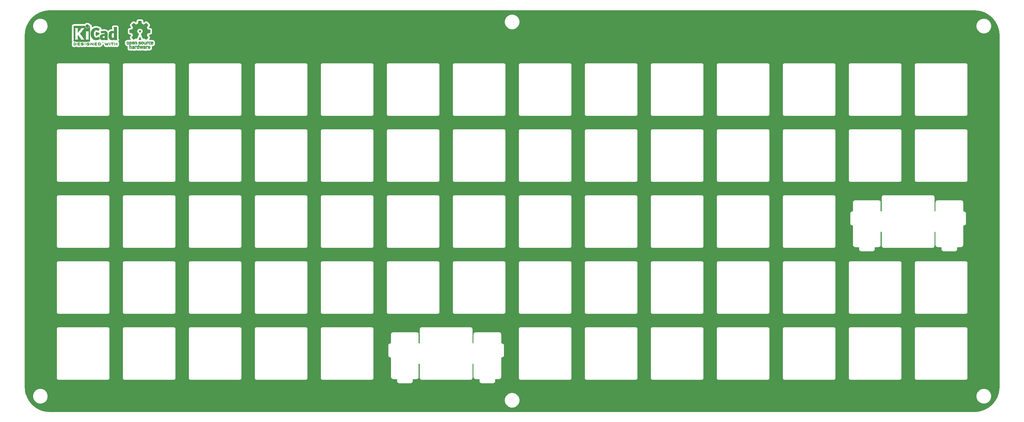
<source format=gtl>
G04 #@! TF.GenerationSoftware,KiCad,Pcbnew,(5.1.5)-3*
G04 #@! TF.CreationDate,2020-03-27T18:15:20-07:00*
G04 #@! TF.ProjectId,Mounting_PCB,4d6f756e-7469-46e6-975f-5043422e6b69,rev?*
G04 #@! TF.SameCoordinates,Original*
G04 #@! TF.FileFunction,Copper,L1,Top*
G04 #@! TF.FilePolarity,Positive*
%FSLAX46Y46*%
G04 Gerber Fmt 4.6, Leading zero omitted, Abs format (unit mm)*
G04 Created by KiCad (PCBNEW (5.1.5)-3) date 2020-03-27 18:15:20*
%MOMM*%
%LPD*%
G04 APERTURE LIST*
%ADD10C,0.010000*%
%ADD11C,0.254000*%
G04 APERTURE END LIST*
D10*
G36*
X116377598Y-111306235D02*
G01*
X116453147Y-111706981D01*
X117010675Y-111936813D01*
X117345099Y-111709407D01*
X117438756Y-111646090D01*
X117523416Y-111589555D01*
X117595129Y-111542386D01*
X117649945Y-111507161D01*
X117683914Y-111486464D01*
X117693164Y-111482001D01*
X117709829Y-111493479D01*
X117745440Y-111525210D01*
X117796005Y-111573142D01*
X117857534Y-111633221D01*
X117926033Y-111701392D01*
X117997513Y-111773604D01*
X118067981Y-111845801D01*
X118133445Y-111913932D01*
X118189914Y-111973942D01*
X118233397Y-112021778D01*
X118259902Y-112053386D01*
X118266239Y-112063964D01*
X118257120Y-112083465D01*
X118231554Y-112126190D01*
X118192231Y-112187957D01*
X118141837Y-112264590D01*
X118083061Y-112351907D01*
X118049002Y-112401711D01*
X117986923Y-112492652D01*
X117931760Y-112574718D01*
X117886188Y-112643822D01*
X117852884Y-112695881D01*
X117834524Y-112726809D01*
X117831765Y-112733309D01*
X117838019Y-112751780D01*
X117855068Y-112794831D01*
X117880337Y-112856408D01*
X117911256Y-112930458D01*
X117945252Y-113010929D01*
X117979752Y-113091766D01*
X118012185Y-113166917D01*
X118039977Y-113230330D01*
X118060557Y-113275952D01*
X118071353Y-113297728D01*
X118071990Y-113298585D01*
X118088941Y-113302743D01*
X118134085Y-113312020D01*
X118202744Y-113325503D01*
X118290236Y-113342280D01*
X118391884Y-113361440D01*
X118451190Y-113372489D01*
X118559806Y-113393169D01*
X118657911Y-113412848D01*
X118740543Y-113430448D01*
X118802738Y-113444892D01*
X118839533Y-113455105D01*
X118846930Y-113458345D01*
X118854174Y-113480276D01*
X118860019Y-113529806D01*
X118864469Y-113601144D01*
X118867527Y-113688498D01*
X118869199Y-113786076D01*
X118869487Y-113888085D01*
X118868395Y-113988734D01*
X118865928Y-114082231D01*
X118862090Y-114162784D01*
X118856884Y-114224601D01*
X118850315Y-114261889D01*
X118846375Y-114269652D01*
X118822822Y-114278957D01*
X118772916Y-114292259D01*
X118703257Y-114307996D01*
X118620447Y-114324605D01*
X118591539Y-114329978D01*
X118452165Y-114355507D01*
X118342070Y-114376067D01*
X118257616Y-114392474D01*
X118195164Y-114405546D01*
X118151078Y-114416100D01*
X118121719Y-114424953D01*
X118103449Y-114432922D01*
X118092632Y-114440824D01*
X118091119Y-114442386D01*
X118076011Y-114467545D01*
X118052963Y-114516509D01*
X118024278Y-114583280D01*
X117992256Y-114661864D01*
X117959199Y-114746266D01*
X117927407Y-114830489D01*
X117899183Y-114908538D01*
X117876827Y-114974418D01*
X117862641Y-115022132D01*
X117858927Y-115045686D01*
X117859236Y-115046511D01*
X117871823Y-115065763D01*
X117900378Y-115108122D01*
X117941901Y-115169180D01*
X117993390Y-115244527D01*
X118051845Y-115329755D01*
X118068492Y-115353974D01*
X118127849Y-115441782D01*
X118180081Y-115521897D01*
X118222342Y-115589721D01*
X118251787Y-115640652D01*
X118265571Y-115670090D01*
X118266239Y-115673707D01*
X118254658Y-115692716D01*
X118222658Y-115730373D01*
X118174352Y-115782632D01*
X118113854Y-115845445D01*
X118045278Y-115914765D01*
X117972738Y-115986544D01*
X117900346Y-116056736D01*
X117832218Y-116121294D01*
X117772466Y-116176169D01*
X117725205Y-116217315D01*
X117694547Y-116240685D01*
X117686066Y-116244501D01*
X117666325Y-116235514D01*
X117625908Y-116211275D01*
X117571397Y-116175868D01*
X117529457Y-116147370D01*
X117453463Y-116095077D01*
X117363468Y-116033504D01*
X117273198Y-115972029D01*
X117224666Y-115939128D01*
X117060396Y-115828018D01*
X116922503Y-115902575D01*
X116859683Y-115935237D01*
X116806263Y-115960625D01*
X116770118Y-115975105D01*
X116760918Y-115977119D01*
X116749855Y-115962243D01*
X116728028Y-115920206D01*
X116697068Y-115854886D01*
X116658604Y-115770159D01*
X116614266Y-115669904D01*
X116565681Y-115557998D01*
X116514480Y-115438318D01*
X116462293Y-115314743D01*
X116410747Y-115191150D01*
X116361474Y-115071416D01*
X116316101Y-114959418D01*
X116276259Y-114859036D01*
X116243576Y-114774145D01*
X116219683Y-114708624D01*
X116206208Y-114666349D01*
X116204040Y-114651831D01*
X116221217Y-114633312D01*
X116258824Y-114603249D01*
X116309000Y-114567891D01*
X116313212Y-114565093D01*
X116442898Y-114461284D01*
X116547468Y-114340174D01*
X116626015Y-114205635D01*
X116677633Y-114061541D01*
X116701416Y-113911764D01*
X116696457Y-113760176D01*
X116661851Y-113610651D01*
X116596691Y-113467059D01*
X116577520Y-113435643D01*
X116477808Y-113308784D01*
X116360011Y-113206914D01*
X116228205Y-113130563D01*
X116086467Y-113080261D01*
X115938876Y-113056538D01*
X115789507Y-113059924D01*
X115642437Y-113090947D01*
X115501745Y-113150139D01*
X115371507Y-113238028D01*
X115331220Y-113273701D01*
X115228689Y-113385365D01*
X115153975Y-113502916D01*
X115102724Y-113634679D01*
X115074180Y-113765166D01*
X115067134Y-113911875D01*
X115090630Y-114059312D01*
X115142283Y-114202493D01*
X115219705Y-114336436D01*
X115320509Y-114456157D01*
X115442310Y-114556673D01*
X115458318Y-114567268D01*
X115509032Y-114601965D01*
X115547584Y-114632029D01*
X115566015Y-114651224D01*
X115566283Y-114651831D01*
X115562326Y-114672595D01*
X115546641Y-114719721D01*
X115520856Y-114789332D01*
X115486603Y-114877552D01*
X115445511Y-114980503D01*
X115399210Y-115094309D01*
X115349330Y-115215094D01*
X115297501Y-115338980D01*
X115245353Y-115462091D01*
X115194516Y-115580550D01*
X115146621Y-115690482D01*
X115103296Y-115788008D01*
X115066172Y-115869252D01*
X115036878Y-115930338D01*
X115017046Y-115967389D01*
X115009060Y-115977119D01*
X114984655Y-115969542D01*
X114938992Y-115949219D01*
X114879944Y-115919784D01*
X114847474Y-115902575D01*
X114709581Y-115828018D01*
X114545311Y-115939128D01*
X114461455Y-115996049D01*
X114369647Y-116058689D01*
X114283614Y-116117670D01*
X114240521Y-116147370D01*
X114179911Y-116188069D01*
X114128589Y-116220322D01*
X114093249Y-116240043D01*
X114081771Y-116244213D01*
X114065064Y-116232966D01*
X114028088Y-116201570D01*
X113974429Y-116153283D01*
X113907672Y-116091367D01*
X113831400Y-116019080D01*
X113783161Y-115972667D01*
X113698767Y-115889746D01*
X113625831Y-115815579D01*
X113567303Y-115753339D01*
X113526131Y-115706200D01*
X113505262Y-115677332D01*
X113503260Y-115671474D01*
X113512551Y-115649191D01*
X113538225Y-115604136D01*
X113577434Y-115540870D01*
X113627331Y-115463954D01*
X113685067Y-115377951D01*
X113701485Y-115353974D01*
X113761311Y-115266829D01*
X113814984Y-115188369D01*
X113859504Y-115123004D01*
X113891869Y-115075143D01*
X113909079Y-115049194D01*
X113910741Y-115046511D01*
X113908255Y-115025831D01*
X113895057Y-114980363D01*
X113873448Y-114916103D01*
X113845730Y-114839046D01*
X113814204Y-114755188D01*
X113781171Y-114670525D01*
X113748933Y-114591051D01*
X113719791Y-114522763D01*
X113696046Y-114471656D01*
X113679999Y-114443726D01*
X113678859Y-114442386D01*
X113669046Y-114434404D01*
X113652473Y-114426510D01*
X113625502Y-114417888D01*
X113584495Y-114407721D01*
X113525814Y-114395190D01*
X113445821Y-114379480D01*
X113340879Y-114359772D01*
X113207349Y-114335251D01*
X113178438Y-114329978D01*
X113092752Y-114313423D01*
X113018052Y-114297228D01*
X112960940Y-114282955D01*
X112928017Y-114272167D01*
X112923603Y-114269652D01*
X112916328Y-114247355D01*
X112910415Y-114197528D01*
X112905868Y-114125963D01*
X112902689Y-114038452D01*
X112900885Y-113940787D01*
X112900457Y-113838760D01*
X112901411Y-113738162D01*
X112903750Y-113644786D01*
X112907478Y-113564424D01*
X112912600Y-113502868D01*
X112919118Y-113465909D01*
X112923048Y-113458345D01*
X112944926Y-113450715D01*
X112994743Y-113438301D01*
X113067537Y-113422181D01*
X113158345Y-113403432D01*
X113262203Y-113383130D01*
X113318788Y-113372489D01*
X113426148Y-113352419D01*
X113521888Y-113334239D01*
X113601328Y-113318858D01*
X113659788Y-113307190D01*
X113692589Y-113300147D01*
X113697988Y-113298585D01*
X113707112Y-113280981D01*
X113726399Y-113238577D01*
X113753279Y-113177431D01*
X113785180Y-113103602D01*
X113819532Y-113023148D01*
X113853763Y-112942127D01*
X113885303Y-112866596D01*
X113911580Y-112802614D01*
X113930023Y-112756239D01*
X113938063Y-112733528D01*
X113938212Y-112732535D01*
X113929099Y-112714620D01*
X113903548Y-112673392D01*
X113864246Y-112612950D01*
X113813877Y-112537390D01*
X113755128Y-112450811D01*
X113720976Y-112401080D01*
X113658744Y-112309895D01*
X113603470Y-112227108D01*
X113557852Y-112156908D01*
X113524586Y-112103483D01*
X113506370Y-112071020D01*
X113503739Y-112063742D01*
X113515048Y-112046804D01*
X113546315Y-112010637D01*
X113593544Y-111959294D01*
X113652742Y-111896826D01*
X113719915Y-111827285D01*
X113791068Y-111754724D01*
X113862208Y-111683194D01*
X113929341Y-111616746D01*
X113988473Y-111559433D01*
X114035609Y-111515306D01*
X114066757Y-111488418D01*
X114077177Y-111482001D01*
X114094143Y-111491024D01*
X114134723Y-111516374D01*
X114194971Y-111555469D01*
X114270941Y-111605730D01*
X114358688Y-111664576D01*
X114424878Y-111709407D01*
X114759302Y-111936813D01*
X115038067Y-111821897D01*
X115316831Y-111706981D01*
X115392380Y-111306235D01*
X115467928Y-110905488D01*
X116302049Y-110905488D01*
X116377598Y-111306235D01*
G37*
X116377598Y-111306235D02*
X116453147Y-111706981D01*
X117010675Y-111936813D01*
X117345099Y-111709407D01*
X117438756Y-111646090D01*
X117523416Y-111589555D01*
X117595129Y-111542386D01*
X117649945Y-111507161D01*
X117683914Y-111486464D01*
X117693164Y-111482001D01*
X117709829Y-111493479D01*
X117745440Y-111525210D01*
X117796005Y-111573142D01*
X117857534Y-111633221D01*
X117926033Y-111701392D01*
X117997513Y-111773604D01*
X118067981Y-111845801D01*
X118133445Y-111913932D01*
X118189914Y-111973942D01*
X118233397Y-112021778D01*
X118259902Y-112053386D01*
X118266239Y-112063964D01*
X118257120Y-112083465D01*
X118231554Y-112126190D01*
X118192231Y-112187957D01*
X118141837Y-112264590D01*
X118083061Y-112351907D01*
X118049002Y-112401711D01*
X117986923Y-112492652D01*
X117931760Y-112574718D01*
X117886188Y-112643822D01*
X117852884Y-112695881D01*
X117834524Y-112726809D01*
X117831765Y-112733309D01*
X117838019Y-112751780D01*
X117855068Y-112794831D01*
X117880337Y-112856408D01*
X117911256Y-112930458D01*
X117945252Y-113010929D01*
X117979752Y-113091766D01*
X118012185Y-113166917D01*
X118039977Y-113230330D01*
X118060557Y-113275952D01*
X118071353Y-113297728D01*
X118071990Y-113298585D01*
X118088941Y-113302743D01*
X118134085Y-113312020D01*
X118202744Y-113325503D01*
X118290236Y-113342280D01*
X118391884Y-113361440D01*
X118451190Y-113372489D01*
X118559806Y-113393169D01*
X118657911Y-113412848D01*
X118740543Y-113430448D01*
X118802738Y-113444892D01*
X118839533Y-113455105D01*
X118846930Y-113458345D01*
X118854174Y-113480276D01*
X118860019Y-113529806D01*
X118864469Y-113601144D01*
X118867527Y-113688498D01*
X118869199Y-113786076D01*
X118869487Y-113888085D01*
X118868395Y-113988734D01*
X118865928Y-114082231D01*
X118862090Y-114162784D01*
X118856884Y-114224601D01*
X118850315Y-114261889D01*
X118846375Y-114269652D01*
X118822822Y-114278957D01*
X118772916Y-114292259D01*
X118703257Y-114307996D01*
X118620447Y-114324605D01*
X118591539Y-114329978D01*
X118452165Y-114355507D01*
X118342070Y-114376067D01*
X118257616Y-114392474D01*
X118195164Y-114405546D01*
X118151078Y-114416100D01*
X118121719Y-114424953D01*
X118103449Y-114432922D01*
X118092632Y-114440824D01*
X118091119Y-114442386D01*
X118076011Y-114467545D01*
X118052963Y-114516509D01*
X118024278Y-114583280D01*
X117992256Y-114661864D01*
X117959199Y-114746266D01*
X117927407Y-114830489D01*
X117899183Y-114908538D01*
X117876827Y-114974418D01*
X117862641Y-115022132D01*
X117858927Y-115045686D01*
X117859236Y-115046511D01*
X117871823Y-115065763D01*
X117900378Y-115108122D01*
X117941901Y-115169180D01*
X117993390Y-115244527D01*
X118051845Y-115329755D01*
X118068492Y-115353974D01*
X118127849Y-115441782D01*
X118180081Y-115521897D01*
X118222342Y-115589721D01*
X118251787Y-115640652D01*
X118265571Y-115670090D01*
X118266239Y-115673707D01*
X118254658Y-115692716D01*
X118222658Y-115730373D01*
X118174352Y-115782632D01*
X118113854Y-115845445D01*
X118045278Y-115914765D01*
X117972738Y-115986544D01*
X117900346Y-116056736D01*
X117832218Y-116121294D01*
X117772466Y-116176169D01*
X117725205Y-116217315D01*
X117694547Y-116240685D01*
X117686066Y-116244501D01*
X117666325Y-116235514D01*
X117625908Y-116211275D01*
X117571397Y-116175868D01*
X117529457Y-116147370D01*
X117453463Y-116095077D01*
X117363468Y-116033504D01*
X117273198Y-115972029D01*
X117224666Y-115939128D01*
X117060396Y-115828018D01*
X116922503Y-115902575D01*
X116859683Y-115935237D01*
X116806263Y-115960625D01*
X116770118Y-115975105D01*
X116760918Y-115977119D01*
X116749855Y-115962243D01*
X116728028Y-115920206D01*
X116697068Y-115854886D01*
X116658604Y-115770159D01*
X116614266Y-115669904D01*
X116565681Y-115557998D01*
X116514480Y-115438318D01*
X116462293Y-115314743D01*
X116410747Y-115191150D01*
X116361474Y-115071416D01*
X116316101Y-114959418D01*
X116276259Y-114859036D01*
X116243576Y-114774145D01*
X116219683Y-114708624D01*
X116206208Y-114666349D01*
X116204040Y-114651831D01*
X116221217Y-114633312D01*
X116258824Y-114603249D01*
X116309000Y-114567891D01*
X116313212Y-114565093D01*
X116442898Y-114461284D01*
X116547468Y-114340174D01*
X116626015Y-114205635D01*
X116677633Y-114061541D01*
X116701416Y-113911764D01*
X116696457Y-113760176D01*
X116661851Y-113610651D01*
X116596691Y-113467059D01*
X116577520Y-113435643D01*
X116477808Y-113308784D01*
X116360011Y-113206914D01*
X116228205Y-113130563D01*
X116086467Y-113080261D01*
X115938876Y-113056538D01*
X115789507Y-113059924D01*
X115642437Y-113090947D01*
X115501745Y-113150139D01*
X115371507Y-113238028D01*
X115331220Y-113273701D01*
X115228689Y-113385365D01*
X115153975Y-113502916D01*
X115102724Y-113634679D01*
X115074180Y-113765166D01*
X115067134Y-113911875D01*
X115090630Y-114059312D01*
X115142283Y-114202493D01*
X115219705Y-114336436D01*
X115320509Y-114456157D01*
X115442310Y-114556673D01*
X115458318Y-114567268D01*
X115509032Y-114601965D01*
X115547584Y-114632029D01*
X115566015Y-114651224D01*
X115566283Y-114651831D01*
X115562326Y-114672595D01*
X115546641Y-114719721D01*
X115520856Y-114789332D01*
X115486603Y-114877552D01*
X115445511Y-114980503D01*
X115399210Y-115094309D01*
X115349330Y-115215094D01*
X115297501Y-115338980D01*
X115245353Y-115462091D01*
X115194516Y-115580550D01*
X115146621Y-115690482D01*
X115103296Y-115788008D01*
X115066172Y-115869252D01*
X115036878Y-115930338D01*
X115017046Y-115967389D01*
X115009060Y-115977119D01*
X114984655Y-115969542D01*
X114938992Y-115949219D01*
X114879944Y-115919784D01*
X114847474Y-115902575D01*
X114709581Y-115828018D01*
X114545311Y-115939128D01*
X114461455Y-115996049D01*
X114369647Y-116058689D01*
X114283614Y-116117670D01*
X114240521Y-116147370D01*
X114179911Y-116188069D01*
X114128589Y-116220322D01*
X114093249Y-116240043D01*
X114081771Y-116244213D01*
X114065064Y-116232966D01*
X114028088Y-116201570D01*
X113974429Y-116153283D01*
X113907672Y-116091367D01*
X113831400Y-116019080D01*
X113783161Y-115972667D01*
X113698767Y-115889746D01*
X113625831Y-115815579D01*
X113567303Y-115753339D01*
X113526131Y-115706200D01*
X113505262Y-115677332D01*
X113503260Y-115671474D01*
X113512551Y-115649191D01*
X113538225Y-115604136D01*
X113577434Y-115540870D01*
X113627331Y-115463954D01*
X113685067Y-115377951D01*
X113701485Y-115353974D01*
X113761311Y-115266829D01*
X113814984Y-115188369D01*
X113859504Y-115123004D01*
X113891869Y-115075143D01*
X113909079Y-115049194D01*
X113910741Y-115046511D01*
X113908255Y-115025831D01*
X113895057Y-114980363D01*
X113873448Y-114916103D01*
X113845730Y-114839046D01*
X113814204Y-114755188D01*
X113781171Y-114670525D01*
X113748933Y-114591051D01*
X113719791Y-114522763D01*
X113696046Y-114471656D01*
X113679999Y-114443726D01*
X113678859Y-114442386D01*
X113669046Y-114434404D01*
X113652473Y-114426510D01*
X113625502Y-114417888D01*
X113584495Y-114407721D01*
X113525814Y-114395190D01*
X113445821Y-114379480D01*
X113340879Y-114359772D01*
X113207349Y-114335251D01*
X113178438Y-114329978D01*
X113092752Y-114313423D01*
X113018052Y-114297228D01*
X112960940Y-114282955D01*
X112928017Y-114272167D01*
X112923603Y-114269652D01*
X112916328Y-114247355D01*
X112910415Y-114197528D01*
X112905868Y-114125963D01*
X112902689Y-114038452D01*
X112900885Y-113940787D01*
X112900457Y-113838760D01*
X112901411Y-113738162D01*
X112903750Y-113644786D01*
X112907478Y-113564424D01*
X112912600Y-113502868D01*
X112919118Y-113465909D01*
X112923048Y-113458345D01*
X112944926Y-113450715D01*
X112994743Y-113438301D01*
X113067537Y-113422181D01*
X113158345Y-113403432D01*
X113262203Y-113383130D01*
X113318788Y-113372489D01*
X113426148Y-113352419D01*
X113521888Y-113334239D01*
X113601328Y-113318858D01*
X113659788Y-113307190D01*
X113692589Y-113300147D01*
X113697988Y-113298585D01*
X113707112Y-113280981D01*
X113726399Y-113238577D01*
X113753279Y-113177431D01*
X113785180Y-113103602D01*
X113819532Y-113023148D01*
X113853763Y-112942127D01*
X113885303Y-112866596D01*
X113911580Y-112802614D01*
X113930023Y-112756239D01*
X113938063Y-112733528D01*
X113938212Y-112732535D01*
X113929099Y-112714620D01*
X113903548Y-112673392D01*
X113864246Y-112612950D01*
X113813877Y-112537390D01*
X113755128Y-112450811D01*
X113720976Y-112401080D01*
X113658744Y-112309895D01*
X113603470Y-112227108D01*
X113557852Y-112156908D01*
X113524586Y-112103483D01*
X113506370Y-112071020D01*
X113503739Y-112063742D01*
X113515048Y-112046804D01*
X113546315Y-112010637D01*
X113593544Y-111959294D01*
X113652742Y-111896826D01*
X113719915Y-111827285D01*
X113791068Y-111754724D01*
X113862208Y-111683194D01*
X113929341Y-111616746D01*
X113988473Y-111559433D01*
X114035609Y-111515306D01*
X114066757Y-111488418D01*
X114077177Y-111482001D01*
X114094143Y-111491024D01*
X114134723Y-111516374D01*
X114194971Y-111555469D01*
X114270941Y-111605730D01*
X114358688Y-111664576D01*
X114424878Y-111709407D01*
X114759302Y-111936813D01*
X115038067Y-111821897D01*
X115316831Y-111706981D01*
X115392380Y-111306235D01*
X115467928Y-110905488D01*
X116302049Y-110905488D01*
X116377598Y-111306235D01*
G36*
X118268022Y-116845304D02*
G01*
X118325499Y-116862865D01*
X118362506Y-116885054D01*
X118374561Y-116902601D01*
X118371243Y-116923401D01*
X118349713Y-116956078D01*
X118331508Y-116979221D01*
X118293978Y-117021061D01*
X118265782Y-117038664D01*
X118241745Y-117037515D01*
X118170442Y-117019369D01*
X118118076Y-117020193D01*
X118075552Y-117040757D01*
X118061276Y-117052793D01*
X118015581Y-117095142D01*
X118015581Y-117648185D01*
X117831765Y-117648185D01*
X117831765Y-116846080D01*
X117923673Y-116846080D01*
X117978853Y-116848262D01*
X118007322Y-116856010D01*
X118015577Y-116871127D01*
X118015581Y-116871575D01*
X118019479Y-116887408D01*
X118037108Y-116885343D01*
X118061535Y-116873920D01*
X118111984Y-116852664D01*
X118152950Y-116839875D01*
X118205662Y-116836597D01*
X118268022Y-116845304D01*
G37*
X118268022Y-116845304D02*
X118325499Y-116862865D01*
X118362506Y-116885054D01*
X118374561Y-116902601D01*
X118371243Y-116923401D01*
X118349713Y-116956078D01*
X118331508Y-116979221D01*
X118293978Y-117021061D01*
X118265782Y-117038664D01*
X118241745Y-117037515D01*
X118170442Y-117019369D01*
X118118076Y-117020193D01*
X118075552Y-117040757D01*
X118061276Y-117052793D01*
X118015581Y-117095142D01*
X118015581Y-117648185D01*
X117831765Y-117648185D01*
X117831765Y-116846080D01*
X117923673Y-116846080D01*
X117978853Y-116848262D01*
X118007322Y-116856010D01*
X118015577Y-116871127D01*
X118015581Y-116871575D01*
X118019479Y-116887408D01*
X118037108Y-116885343D01*
X118061535Y-116873920D01*
X118111984Y-116852664D01*
X118152950Y-116839875D01*
X118205662Y-116836597D01*
X118268022Y-116845304D01*
G36*
X114874591Y-116859885D02*
G01*
X114916180Y-116879749D01*
X114956459Y-116908443D01*
X114987144Y-116941468D01*
X115009495Y-116983590D01*
X115024770Y-117039574D01*
X115034226Y-117114187D01*
X115039121Y-117212194D01*
X115040715Y-117338361D01*
X115040740Y-117351573D01*
X115041107Y-117648185D01*
X114857291Y-117648185D01*
X114857291Y-117374740D01*
X114857161Y-117273436D01*
X114856255Y-117200012D01*
X114853807Y-117148930D01*
X114849048Y-117114649D01*
X114841208Y-117091630D01*
X114829519Y-117074332D01*
X114813236Y-117057240D01*
X114756268Y-117020516D01*
X114694079Y-117013701D01*
X114634833Y-117036920D01*
X114614229Y-117054202D01*
X114599104Y-117070450D01*
X114588244Y-117087850D01*
X114580944Y-117111871D01*
X114576497Y-117147981D01*
X114574198Y-117201647D01*
X114573338Y-117278339D01*
X114573212Y-117371702D01*
X114573212Y-117648185D01*
X114389397Y-117648185D01*
X114389397Y-116846080D01*
X114481305Y-116846080D01*
X114536485Y-116848262D01*
X114564954Y-116856010D01*
X114573209Y-116871127D01*
X114573212Y-116871575D01*
X114577042Y-116886379D01*
X114593935Y-116884699D01*
X114627522Y-116868432D01*
X114703697Y-116844499D01*
X114790834Y-116841837D01*
X114874591Y-116859885D01*
G37*
X114874591Y-116859885D02*
X114916180Y-116879749D01*
X114956459Y-116908443D01*
X114987144Y-116941468D01*
X115009495Y-116983590D01*
X115024770Y-117039574D01*
X115034226Y-117114187D01*
X115039121Y-117212194D01*
X115040715Y-117338361D01*
X115040740Y-117351573D01*
X115041107Y-117648185D01*
X114857291Y-117648185D01*
X114857291Y-117374740D01*
X114857161Y-117273436D01*
X114856255Y-117200012D01*
X114853807Y-117148930D01*
X114849048Y-117114649D01*
X114841208Y-117091630D01*
X114829519Y-117074332D01*
X114813236Y-117057240D01*
X114756268Y-117020516D01*
X114694079Y-117013701D01*
X114634833Y-117036920D01*
X114614229Y-117054202D01*
X114599104Y-117070450D01*
X114588244Y-117087850D01*
X114580944Y-117111871D01*
X114576497Y-117147981D01*
X114574198Y-117201647D01*
X114573338Y-117278339D01*
X114573212Y-117371702D01*
X114573212Y-117648185D01*
X114389397Y-117648185D01*
X114389397Y-116846080D01*
X114481305Y-116846080D01*
X114536485Y-116848262D01*
X114564954Y-116856010D01*
X114573209Y-116871127D01*
X114573212Y-116871575D01*
X114577042Y-116886379D01*
X114593935Y-116884699D01*
X114627522Y-116868432D01*
X114703697Y-116844499D01*
X114790834Y-116841837D01*
X114874591Y-116859885D01*
G36*
X119435418Y-116843213D02*
G01*
X119478208Y-116853608D01*
X119560243Y-116891672D01*
X119630391Y-116949808D01*
X119678939Y-117019511D01*
X119685609Y-117035161D01*
X119694758Y-117076155D01*
X119701163Y-117136797D01*
X119703344Y-117198089D01*
X119703344Y-117313975D01*
X119461041Y-117313975D01*
X119361105Y-117314352D01*
X119290703Y-117316646D01*
X119245947Y-117322597D01*
X119222949Y-117333944D01*
X119217823Y-117352430D01*
X119226682Y-117379795D01*
X119242551Y-117411814D01*
X119286818Y-117465251D01*
X119348333Y-117491874D01*
X119423519Y-117491006D01*
X119508687Y-117462030D01*
X119582293Y-117426270D01*
X119643368Y-117474563D01*
X119704444Y-117522856D01*
X119646985Y-117575944D01*
X119570275Y-117626104D01*
X119475936Y-117656347D01*
X119374461Y-117664810D01*
X119276345Y-117649633D01*
X119260515Y-117644483D01*
X119174281Y-117599450D01*
X119110135Y-117532311D01*
X119066725Y-117441064D01*
X119042698Y-117323703D01*
X119042418Y-117321188D01*
X119040267Y-117193286D01*
X119048963Y-117147656D01*
X119218739Y-117147656D01*
X119234331Y-117154672D01*
X119276663Y-117160047D01*
X119339068Y-117163116D01*
X119378615Y-117163580D01*
X119452362Y-117163289D01*
X119498474Y-117161442D01*
X119522734Y-117156571D01*
X119530928Y-117147214D01*
X119528840Y-117131904D01*
X119527089Y-117125981D01*
X119497194Y-117070327D01*
X119450176Y-117025474D01*
X119408683Y-117005764D01*
X119353560Y-117006954D01*
X119297702Y-117031534D01*
X119250846Y-117072229D01*
X119222728Y-117121767D01*
X119218739Y-117147656D01*
X119048963Y-117147656D01*
X119061708Y-117080792D01*
X119104245Y-116986386D01*
X119165381Y-116912747D01*
X119242619Y-116862552D01*
X119333464Y-116838481D01*
X119435418Y-116843213D01*
G37*
X119435418Y-116843213D02*
X119478208Y-116853608D01*
X119560243Y-116891672D01*
X119630391Y-116949808D01*
X119678939Y-117019511D01*
X119685609Y-117035161D01*
X119694758Y-117076155D01*
X119701163Y-117136797D01*
X119703344Y-117198089D01*
X119703344Y-117313975D01*
X119461041Y-117313975D01*
X119361105Y-117314352D01*
X119290703Y-117316646D01*
X119245947Y-117322597D01*
X119222949Y-117333944D01*
X119217823Y-117352430D01*
X119226682Y-117379795D01*
X119242551Y-117411814D01*
X119286818Y-117465251D01*
X119348333Y-117491874D01*
X119423519Y-117491006D01*
X119508687Y-117462030D01*
X119582293Y-117426270D01*
X119643368Y-117474563D01*
X119704444Y-117522856D01*
X119646985Y-117575944D01*
X119570275Y-117626104D01*
X119475936Y-117656347D01*
X119374461Y-117664810D01*
X119276345Y-117649633D01*
X119260515Y-117644483D01*
X119174281Y-117599450D01*
X119110135Y-117532311D01*
X119066725Y-117441064D01*
X119042698Y-117323703D01*
X119042418Y-117321188D01*
X119040267Y-117193286D01*
X119048963Y-117147656D01*
X119218739Y-117147656D01*
X119234331Y-117154672D01*
X119276663Y-117160047D01*
X119339068Y-117163116D01*
X119378615Y-117163580D01*
X119452362Y-117163289D01*
X119498474Y-117161442D01*
X119522734Y-117156571D01*
X119530928Y-117147214D01*
X119528840Y-117131904D01*
X119527089Y-117125981D01*
X119497194Y-117070327D01*
X119450176Y-117025474D01*
X119408683Y-117005764D01*
X119353560Y-117006954D01*
X119297702Y-117031534D01*
X119250846Y-117072229D01*
X119222728Y-117121767D01*
X119218739Y-117147656D01*
X119048963Y-117147656D01*
X119061708Y-117080792D01*
X119104245Y-116986386D01*
X119165381Y-116912747D01*
X119242619Y-116862552D01*
X119333464Y-116838481D01*
X119435418Y-116843213D01*
G36*
X118823210Y-116853078D02*
G01*
X118920029Y-116894208D01*
X118950524Y-116914230D01*
X118989499Y-116944999D01*
X119013965Y-116969192D01*
X119018212Y-116977072D01*
X119006218Y-116994558D01*
X118975521Y-117024229D01*
X118950946Y-117044938D01*
X118883680Y-117098995D01*
X118830564Y-117054301D01*
X118789518Y-117025448D01*
X118749497Y-117015488D01*
X118703693Y-117017920D01*
X118630958Y-117036004D01*
X118580890Y-117073540D01*
X118550463Y-117134221D01*
X118536651Y-117221740D01*
X118536647Y-117221795D01*
X118537842Y-117319617D01*
X118556406Y-117391389D01*
X118593438Y-117440254D01*
X118618684Y-117456802D01*
X118685731Y-117477408D01*
X118757343Y-117477421D01*
X118819649Y-117457427D01*
X118834397Y-117447659D01*
X118871384Y-117422706D01*
X118900302Y-117418617D01*
X118931490Y-117437189D01*
X118965970Y-117470546D01*
X119020546Y-117526855D01*
X118959952Y-117576801D01*
X118866332Y-117633172D01*
X118760759Y-117660952D01*
X118650432Y-117658941D01*
X118577977Y-117640521D01*
X118493290Y-117594969D01*
X118425561Y-117523309D01*
X118394791Y-117472725D01*
X118369870Y-117400147D01*
X118357400Y-117308228D01*
X118357304Y-117208607D01*
X118369504Y-117112926D01*
X118393924Y-117032828D01*
X118397770Y-117024615D01*
X118454727Y-116944072D01*
X118531843Y-116885430D01*
X118623024Y-116849906D01*
X118722177Y-116838716D01*
X118823210Y-116853078D01*
G37*
X118823210Y-116853078D02*
X118920029Y-116894208D01*
X118950524Y-116914230D01*
X118989499Y-116944999D01*
X119013965Y-116969192D01*
X119018212Y-116977072D01*
X119006218Y-116994558D01*
X118975521Y-117024229D01*
X118950946Y-117044938D01*
X118883680Y-117098995D01*
X118830564Y-117054301D01*
X118789518Y-117025448D01*
X118749497Y-117015488D01*
X118703693Y-117017920D01*
X118630958Y-117036004D01*
X118580890Y-117073540D01*
X118550463Y-117134221D01*
X118536651Y-117221740D01*
X118536647Y-117221795D01*
X118537842Y-117319617D01*
X118556406Y-117391389D01*
X118593438Y-117440254D01*
X118618684Y-117456802D01*
X118685731Y-117477408D01*
X118757343Y-117477421D01*
X118819649Y-117457427D01*
X118834397Y-117447659D01*
X118871384Y-117422706D01*
X118900302Y-117418617D01*
X118931490Y-117437189D01*
X118965970Y-117470546D01*
X119020546Y-117526855D01*
X118959952Y-117576801D01*
X118866332Y-117633172D01*
X118760759Y-117660952D01*
X118650432Y-117658941D01*
X118577977Y-117640521D01*
X118493290Y-117594969D01*
X118425561Y-117523309D01*
X118394791Y-117472725D01*
X118369870Y-117400147D01*
X118357400Y-117308228D01*
X118357304Y-117208607D01*
X118369504Y-117112926D01*
X118393924Y-117032828D01*
X118397770Y-117024615D01*
X118454727Y-116944072D01*
X118531843Y-116885430D01*
X118623024Y-116849906D01*
X118722177Y-116838716D01*
X118823210Y-116853078D01*
G36*
X117196765Y-117106192D02*
G01*
X117198344Y-117228748D01*
X117204115Y-117321838D01*
X117215625Y-117389310D01*
X117234424Y-117435014D01*
X117262060Y-117462798D01*
X117300082Y-117476513D01*
X117347160Y-117480017D01*
X117396466Y-117476091D01*
X117433917Y-117461748D01*
X117461062Y-117433137D01*
X117479449Y-117386410D01*
X117490627Y-117317717D01*
X117496145Y-117223209D01*
X117497555Y-117106192D01*
X117497555Y-116846080D01*
X117681370Y-116846080D01*
X117681370Y-117648185D01*
X117589462Y-117648185D01*
X117534056Y-117645940D01*
X117505525Y-117638055D01*
X117497555Y-117623087D01*
X117492754Y-117609756D01*
X117473648Y-117612576D01*
X117435138Y-117631442D01*
X117346873Y-117660546D01*
X117253257Y-117658484D01*
X117163555Y-117626880D01*
X117120838Y-117601916D01*
X117088255Y-117574885D01*
X117064451Y-117541064D01*
X117048073Y-117495727D01*
X117037765Y-117434148D01*
X117032175Y-117351602D01*
X117029946Y-117243364D01*
X117029660Y-117159663D01*
X117029660Y-116846080D01*
X117196765Y-116846080D01*
X117196765Y-117106192D01*
G37*
X117196765Y-117106192D02*
X117198344Y-117228748D01*
X117204115Y-117321838D01*
X117215625Y-117389310D01*
X117234424Y-117435014D01*
X117262060Y-117462798D01*
X117300082Y-117476513D01*
X117347160Y-117480017D01*
X117396466Y-117476091D01*
X117433917Y-117461748D01*
X117461062Y-117433137D01*
X117479449Y-117386410D01*
X117490627Y-117317717D01*
X117496145Y-117223209D01*
X117497555Y-117106192D01*
X117497555Y-116846080D01*
X117681370Y-116846080D01*
X117681370Y-117648185D01*
X117589462Y-117648185D01*
X117534056Y-117645940D01*
X117505525Y-117638055D01*
X117497555Y-117623087D01*
X117492754Y-117609756D01*
X117473648Y-117612576D01*
X117435138Y-117631442D01*
X117346873Y-117660546D01*
X117253257Y-117658484D01*
X117163555Y-117626880D01*
X117120838Y-117601916D01*
X117088255Y-117574885D01*
X117064451Y-117541064D01*
X117048073Y-117495727D01*
X117037765Y-117434148D01*
X117032175Y-117351602D01*
X117029946Y-117243364D01*
X117029660Y-117159663D01*
X117029660Y-116846080D01*
X117196765Y-116846080D01*
X117196765Y-117106192D01*
G36*
X116688303Y-116855969D02*
G01*
X116772826Y-116901999D01*
X116838955Y-116974665D01*
X116870112Y-117033765D01*
X116883489Y-117085964D01*
X116892156Y-117160378D01*
X116895871Y-117246101D01*
X116894388Y-117332228D01*
X116887465Y-117407852D01*
X116879379Y-117448243D01*
X116852099Y-117503499D01*
X116804854Y-117562189D01*
X116747916Y-117613511D01*
X116691558Y-117646664D01*
X116690184Y-117647190D01*
X116620250Y-117661677D01*
X116537371Y-117662036D01*
X116458611Y-117648847D01*
X116428200Y-117638276D01*
X116349873Y-117593860D01*
X116293777Y-117535666D01*
X116256920Y-117458624D01*
X116236314Y-117357660D01*
X116231652Y-117304775D01*
X116232247Y-117238322D01*
X116411370Y-117238322D01*
X116417404Y-117335289D01*
X116434772Y-117409182D01*
X116462374Y-117456395D01*
X116482038Y-117469896D01*
X116532421Y-117479310D01*
X116592307Y-117476523D01*
X116644083Y-117462975D01*
X116657661Y-117455521D01*
X116693483Y-117412110D01*
X116717127Y-117345673D01*
X116727192Y-117264820D01*
X116722276Y-117178161D01*
X116711289Y-117126008D01*
X116679743Y-117065610D01*
X116629945Y-117027856D01*
X116569971Y-117014802D01*
X116507898Y-117028508D01*
X116460216Y-117062031D01*
X116435159Y-117089690D01*
X116420534Y-117116953D01*
X116413563Y-117153849D01*
X116411467Y-117210409D01*
X116411370Y-117238322D01*
X116232247Y-117238322D01*
X116232916Y-117163653D01*
X116255899Y-117047930D01*
X116300606Y-116957600D01*
X116367039Y-116892659D01*
X116455199Y-116853104D01*
X116474129Y-116848517D01*
X116587900Y-116837749D01*
X116688303Y-116855969D01*
G37*
X116688303Y-116855969D02*
X116772826Y-116901999D01*
X116838955Y-116974665D01*
X116870112Y-117033765D01*
X116883489Y-117085964D01*
X116892156Y-117160378D01*
X116895871Y-117246101D01*
X116894388Y-117332228D01*
X116887465Y-117407852D01*
X116879379Y-117448243D01*
X116852099Y-117503499D01*
X116804854Y-117562189D01*
X116747916Y-117613511D01*
X116691558Y-117646664D01*
X116690184Y-117647190D01*
X116620250Y-117661677D01*
X116537371Y-117662036D01*
X116458611Y-117648847D01*
X116428200Y-117638276D01*
X116349873Y-117593860D01*
X116293777Y-117535666D01*
X116256920Y-117458624D01*
X116236314Y-117357660D01*
X116231652Y-117304775D01*
X116232247Y-117238322D01*
X116411370Y-117238322D01*
X116417404Y-117335289D01*
X116434772Y-117409182D01*
X116462374Y-117456395D01*
X116482038Y-117469896D01*
X116532421Y-117479310D01*
X116592307Y-117476523D01*
X116644083Y-117462975D01*
X116657661Y-117455521D01*
X116693483Y-117412110D01*
X116717127Y-117345673D01*
X116727192Y-117264820D01*
X116722276Y-117178161D01*
X116711289Y-117126008D01*
X116679743Y-117065610D01*
X116629945Y-117027856D01*
X116569971Y-117014802D01*
X116507898Y-117028508D01*
X116460216Y-117062031D01*
X116435159Y-117089690D01*
X116420534Y-117116953D01*
X116413563Y-117153849D01*
X116411467Y-117210409D01*
X116411370Y-117238322D01*
X116232247Y-117238322D01*
X116232916Y-117163653D01*
X116255899Y-117047930D01*
X116300606Y-116957600D01*
X116367039Y-116892659D01*
X116455199Y-116853104D01*
X116474129Y-116848517D01*
X116587900Y-116837749D01*
X116688303Y-116855969D01*
G36*
X115895262Y-116843206D02*
G01*
X115958542Y-116855207D01*
X116024191Y-116880307D01*
X116031206Y-116883507D01*
X116080990Y-116909685D01*
X116115468Y-116934012D01*
X116126612Y-116949596D01*
X116116000Y-116975012D01*
X116090222Y-117012512D01*
X116078780Y-117026511D01*
X116031626Y-117081613D01*
X115970835Y-117045745D01*
X115912981Y-117021851D01*
X115846134Y-117009079D01*
X115782028Y-117008272D01*
X115732398Y-117020274D01*
X115720488Y-117027764D01*
X115697806Y-117062109D01*
X115695050Y-117101672D01*
X115712022Y-117132579D01*
X115722061Y-117138572D01*
X115752144Y-117146016D01*
X115805023Y-117154765D01*
X115870209Y-117163126D01*
X115882234Y-117164437D01*
X115986931Y-117182547D01*
X116062866Y-117213310D01*
X116113226Y-117259566D01*
X116141198Y-117324156D01*
X116149912Y-117403046D01*
X116137874Y-117492724D01*
X116098785Y-117563145D01*
X116032489Y-117614436D01*
X115938828Y-117646726D01*
X115834857Y-117659466D01*
X115750072Y-117659313D01*
X115681299Y-117647742D01*
X115634331Y-117631768D01*
X115574984Y-117603934D01*
X115520140Y-117571632D01*
X115500647Y-117557414D01*
X115450515Y-117516494D01*
X115571437Y-117394136D01*
X115640177Y-117439626D01*
X115709122Y-117473792D01*
X115782745Y-117491663D01*
X115853517Y-117493548D01*
X115913908Y-117479760D01*
X115956391Y-117450608D01*
X115970108Y-117426011D01*
X115968051Y-117386563D01*
X115933964Y-117356396D01*
X115867942Y-117335565D01*
X115795608Y-117325938D01*
X115684286Y-117307569D01*
X115601586Y-117272913D01*
X115546399Y-117220956D01*
X115517622Y-117150682D01*
X115513635Y-117067366D01*
X115533327Y-116980340D01*
X115578223Y-116914561D01*
X115648725Y-116869727D01*
X115745235Y-116845538D01*
X115816734Y-116840796D01*
X115895262Y-116843206D01*
G37*
X115895262Y-116843206D02*
X115958542Y-116855207D01*
X116024191Y-116880307D01*
X116031206Y-116883507D01*
X116080990Y-116909685D01*
X116115468Y-116934012D01*
X116126612Y-116949596D01*
X116116000Y-116975012D01*
X116090222Y-117012512D01*
X116078780Y-117026511D01*
X116031626Y-117081613D01*
X115970835Y-117045745D01*
X115912981Y-117021851D01*
X115846134Y-117009079D01*
X115782028Y-117008272D01*
X115732398Y-117020274D01*
X115720488Y-117027764D01*
X115697806Y-117062109D01*
X115695050Y-117101672D01*
X115712022Y-117132579D01*
X115722061Y-117138572D01*
X115752144Y-117146016D01*
X115805023Y-117154765D01*
X115870209Y-117163126D01*
X115882234Y-117164437D01*
X115986931Y-117182547D01*
X116062866Y-117213310D01*
X116113226Y-117259566D01*
X116141198Y-117324156D01*
X116149912Y-117403046D01*
X116137874Y-117492724D01*
X116098785Y-117563145D01*
X116032489Y-117614436D01*
X115938828Y-117646726D01*
X115834857Y-117659466D01*
X115750072Y-117659313D01*
X115681299Y-117647742D01*
X115634331Y-117631768D01*
X115574984Y-117603934D01*
X115520140Y-117571632D01*
X115500647Y-117557414D01*
X115450515Y-117516494D01*
X115571437Y-117394136D01*
X115640177Y-117439626D01*
X115709122Y-117473792D01*
X115782745Y-117491663D01*
X115853517Y-117493548D01*
X115913908Y-117479760D01*
X115956391Y-117450608D01*
X115970108Y-117426011D01*
X115968051Y-117386563D01*
X115933964Y-117356396D01*
X115867942Y-117335565D01*
X115795608Y-117325938D01*
X115684286Y-117307569D01*
X115601586Y-117272913D01*
X115546399Y-117220956D01*
X115517622Y-117150682D01*
X115513635Y-117067366D01*
X115533327Y-116980340D01*
X115578223Y-116914561D01*
X115648725Y-116869727D01*
X115745235Y-116845538D01*
X115816734Y-116840796D01*
X115895262Y-116843206D01*
G36*
X114073652Y-116864686D02*
G01*
X114090304Y-116872525D01*
X114147939Y-116914745D01*
X114202439Y-116976359D01*
X114243133Y-117044202D01*
X114254708Y-117075393D01*
X114265268Y-117131108D01*
X114271565Y-117198440D01*
X114272330Y-117226244D01*
X114272423Y-117313975D01*
X113767484Y-117313975D01*
X113778247Y-117359929D01*
X113804667Y-117414279D01*
X113850856Y-117461250D01*
X113905806Y-117491507D01*
X113940823Y-117497790D01*
X113988311Y-117490165D01*
X114044969Y-117471042D01*
X114064216Y-117462243D01*
X114135393Y-117426695D01*
X114196136Y-117473026D01*
X114231186Y-117504362D01*
X114249836Y-117530226D01*
X114250781Y-117537817D01*
X114234119Y-117556215D01*
X114197604Y-117584174D01*
X114164462Y-117605986D01*
X114075027Y-117645196D01*
X113974763Y-117662944D01*
X113875388Y-117658329D01*
X113796173Y-117634210D01*
X113714514Y-117582543D01*
X113656483Y-117514515D01*
X113620180Y-117426502D01*
X113603706Y-117314875D01*
X113602245Y-117263797D01*
X113608091Y-117146750D01*
X113608809Y-117143345D01*
X113776123Y-117143345D01*
X113780731Y-117154321D01*
X113799670Y-117160374D01*
X113838732Y-117162969D01*
X113903711Y-117163569D01*
X113928731Y-117163580D01*
X114004855Y-117162673D01*
X114053130Y-117159379D01*
X114079094Y-117152840D01*
X114088282Y-117142196D01*
X114088607Y-117138778D01*
X114078121Y-117111615D01*
X114051876Y-117073562D01*
X114040593Y-117060238D01*
X113998706Y-117022555D01*
X113955043Y-117007739D01*
X113931519Y-117006501D01*
X113867877Y-117021988D01*
X113814507Y-117063589D01*
X113780653Y-117124012D01*
X113780053Y-117125981D01*
X113776123Y-117143345D01*
X113608809Y-117143345D01*
X113627533Y-117054587D01*
X113662556Y-116980849D01*
X113705390Y-116928507D01*
X113784582Y-116871751D01*
X113877674Y-116841421D01*
X113976689Y-116838680D01*
X114073652Y-116864686D01*
G37*
X114073652Y-116864686D02*
X114090304Y-116872525D01*
X114147939Y-116914745D01*
X114202439Y-116976359D01*
X114243133Y-117044202D01*
X114254708Y-117075393D01*
X114265268Y-117131108D01*
X114271565Y-117198440D01*
X114272330Y-117226244D01*
X114272423Y-117313975D01*
X113767484Y-117313975D01*
X113778247Y-117359929D01*
X113804667Y-117414279D01*
X113850856Y-117461250D01*
X113905806Y-117491507D01*
X113940823Y-117497790D01*
X113988311Y-117490165D01*
X114044969Y-117471042D01*
X114064216Y-117462243D01*
X114135393Y-117426695D01*
X114196136Y-117473026D01*
X114231186Y-117504362D01*
X114249836Y-117530226D01*
X114250781Y-117537817D01*
X114234119Y-117556215D01*
X114197604Y-117584174D01*
X114164462Y-117605986D01*
X114075027Y-117645196D01*
X113974763Y-117662944D01*
X113875388Y-117658329D01*
X113796173Y-117634210D01*
X113714514Y-117582543D01*
X113656483Y-117514515D01*
X113620180Y-117426502D01*
X113603706Y-117314875D01*
X113602245Y-117263797D01*
X113608091Y-117146750D01*
X113608809Y-117143345D01*
X113776123Y-117143345D01*
X113780731Y-117154321D01*
X113799670Y-117160374D01*
X113838732Y-117162969D01*
X113903711Y-117163569D01*
X113928731Y-117163580D01*
X114004855Y-117162673D01*
X114053130Y-117159379D01*
X114079094Y-117152840D01*
X114088282Y-117142196D01*
X114088607Y-117138778D01*
X114078121Y-117111615D01*
X114051876Y-117073562D01*
X114040593Y-117060238D01*
X113998706Y-117022555D01*
X113955043Y-117007739D01*
X113931519Y-117006501D01*
X113867877Y-117021988D01*
X113814507Y-117063589D01*
X113780653Y-117124012D01*
X113780053Y-117125981D01*
X113776123Y-117143345D01*
X113608809Y-117143345D01*
X113627533Y-117054587D01*
X113662556Y-116980849D01*
X113705390Y-116928507D01*
X113784582Y-116871751D01*
X113877674Y-116841421D01*
X113976689Y-116838680D01*
X114073652Y-116864686D01*
G36*
X112503418Y-116854763D02*
G01*
X112590839Y-116893413D01*
X112657204Y-116957949D01*
X112702610Y-117048471D01*
X112727152Y-117165077D01*
X112728911Y-117183283D01*
X112730290Y-117311643D01*
X112712418Y-117424155D01*
X112676384Y-117515347D01*
X112657089Y-117544681D01*
X112589879Y-117606765D01*
X112504284Y-117646975D01*
X112408524Y-117663662D01*
X112310821Y-117655176D01*
X112236551Y-117629039D01*
X112172681Y-117584994D01*
X112120480Y-117527246D01*
X112119577Y-117525895D01*
X112098378Y-117490252D01*
X112084601Y-117454411D01*
X112076258Y-117409178D01*
X112071361Y-117345360D01*
X112069203Y-117293027D01*
X112068305Y-117245569D01*
X112235377Y-117245569D01*
X112237010Y-117292813D01*
X112242938Y-117355705D01*
X112253395Y-117396066D01*
X112272253Y-117424781D01*
X112289915Y-117441555D01*
X112352528Y-117476675D01*
X112418042Y-117481369D01*
X112479055Y-117456099D01*
X112509562Y-117427783D01*
X112531545Y-117399248D01*
X112544403Y-117371943D01*
X112550046Y-117336409D01*
X112550385Y-117283183D01*
X112548646Y-117234165D01*
X112544905Y-117164141D01*
X112538975Y-117118723D01*
X112528287Y-117089099D01*
X112510273Y-117066456D01*
X112495997Y-117053514D01*
X112436285Y-117019519D01*
X112371868Y-117017824D01*
X112317853Y-117037960D01*
X112271774Y-117080011D01*
X112244323Y-117149087D01*
X112235377Y-117245569D01*
X112068305Y-117245569D01*
X112067233Y-117188958D01*
X112070598Y-117111127D01*
X112080679Y-117052589D01*
X112098860Y-117006396D01*
X112126524Y-116965601D01*
X112136780Y-116953487D01*
X112200912Y-116893133D01*
X112269700Y-116857879D01*
X112353823Y-116843109D01*
X112394843Y-116841902D01*
X112503418Y-116854763D01*
G37*
X112503418Y-116854763D02*
X112590839Y-116893413D01*
X112657204Y-116957949D01*
X112702610Y-117048471D01*
X112727152Y-117165077D01*
X112728911Y-117183283D01*
X112730290Y-117311643D01*
X112712418Y-117424155D01*
X112676384Y-117515347D01*
X112657089Y-117544681D01*
X112589879Y-117606765D01*
X112504284Y-117646975D01*
X112408524Y-117663662D01*
X112310821Y-117655176D01*
X112236551Y-117629039D01*
X112172681Y-117584994D01*
X112120480Y-117527246D01*
X112119577Y-117525895D01*
X112098378Y-117490252D01*
X112084601Y-117454411D01*
X112076258Y-117409178D01*
X112071361Y-117345360D01*
X112069203Y-117293027D01*
X112068305Y-117245569D01*
X112235377Y-117245569D01*
X112237010Y-117292813D01*
X112242938Y-117355705D01*
X112253395Y-117396066D01*
X112272253Y-117424781D01*
X112289915Y-117441555D01*
X112352528Y-117476675D01*
X112418042Y-117481369D01*
X112479055Y-117456099D01*
X112509562Y-117427783D01*
X112531545Y-117399248D01*
X112544403Y-117371943D01*
X112550046Y-117336409D01*
X112550385Y-117283183D01*
X112548646Y-117234165D01*
X112544905Y-117164141D01*
X112538975Y-117118723D01*
X112528287Y-117089099D01*
X112510273Y-117066456D01*
X112495997Y-117053514D01*
X112436285Y-117019519D01*
X112371868Y-117017824D01*
X112317853Y-117037960D01*
X112271774Y-117080011D01*
X112244323Y-117149087D01*
X112235377Y-117245569D01*
X112068305Y-117245569D01*
X112067233Y-117188958D01*
X112070598Y-117111127D01*
X112080679Y-117052589D01*
X112098860Y-117006396D01*
X112126524Y-116965601D01*
X112136780Y-116953487D01*
X112200912Y-116893133D01*
X112269700Y-116857879D01*
X112353823Y-116843109D01*
X112394843Y-116841902D01*
X112503418Y-116854763D01*
G36*
X118577827Y-118103737D02*
G01*
X118657702Y-118124504D01*
X118724596Y-118167364D01*
X118756985Y-118199382D01*
X118810079Y-118275072D01*
X118840507Y-118362875D01*
X118850961Y-118470809D01*
X118851014Y-118479534D01*
X118851107Y-118567264D01*
X118346168Y-118567264D01*
X118356932Y-118613218D01*
X118376366Y-118654837D01*
X118410379Y-118698203D01*
X118417494Y-118705126D01*
X118478637Y-118742594D01*
X118548363Y-118748948D01*
X118628621Y-118724297D01*
X118642226Y-118717659D01*
X118683953Y-118697478D01*
X118711902Y-118685980D01*
X118716779Y-118684917D01*
X118733802Y-118695242D01*
X118766267Y-118720504D01*
X118782748Y-118734309D01*
X118816898Y-118766020D01*
X118828112Y-118786958D01*
X118820329Y-118806219D01*
X118816169Y-118811486D01*
X118787991Y-118834537D01*
X118741496Y-118862551D01*
X118709068Y-118878905D01*
X118617019Y-118907718D01*
X118515110Y-118917054D01*
X118418597Y-118905991D01*
X118391568Y-118898071D01*
X118307910Y-118853240D01*
X118245900Y-118784257D01*
X118205179Y-118690453D01*
X118185389Y-118571157D01*
X118183216Y-118508777D01*
X118189560Y-118417957D01*
X118349791Y-118417957D01*
X118365289Y-118424671D01*
X118406946Y-118429939D01*
X118467510Y-118433048D01*
X118508541Y-118433580D01*
X118582345Y-118433067D01*
X118628927Y-118430665D01*
X118654482Y-118425081D01*
X118665203Y-118415020D01*
X118667291Y-118400422D01*
X118652965Y-118355455D01*
X118616896Y-118311012D01*
X118569449Y-118276901D01*
X118521983Y-118262947D01*
X118457513Y-118275325D01*
X118401704Y-118311111D01*
X118363008Y-118362692D01*
X118349791Y-118417957D01*
X118189560Y-118417957D01*
X118192455Y-118376525D01*
X118220970Y-118271157D01*
X118269363Y-118191837D01*
X118338238Y-118137730D01*
X118428199Y-118108002D01*
X118476934Y-118102277D01*
X118577827Y-118103737D01*
G37*
X118577827Y-118103737D02*
X118657702Y-118124504D01*
X118724596Y-118167364D01*
X118756985Y-118199382D01*
X118810079Y-118275072D01*
X118840507Y-118362875D01*
X118850961Y-118470809D01*
X118851014Y-118479534D01*
X118851107Y-118567264D01*
X118346168Y-118567264D01*
X118356932Y-118613218D01*
X118376366Y-118654837D01*
X118410379Y-118698203D01*
X118417494Y-118705126D01*
X118478637Y-118742594D01*
X118548363Y-118748948D01*
X118628621Y-118724297D01*
X118642226Y-118717659D01*
X118683953Y-118697478D01*
X118711902Y-118685980D01*
X118716779Y-118684917D01*
X118733802Y-118695242D01*
X118766267Y-118720504D01*
X118782748Y-118734309D01*
X118816898Y-118766020D01*
X118828112Y-118786958D01*
X118820329Y-118806219D01*
X118816169Y-118811486D01*
X118787991Y-118834537D01*
X118741496Y-118862551D01*
X118709068Y-118878905D01*
X118617019Y-118907718D01*
X118515110Y-118917054D01*
X118418597Y-118905991D01*
X118391568Y-118898071D01*
X118307910Y-118853240D01*
X118245900Y-118784257D01*
X118205179Y-118690453D01*
X118185389Y-118571157D01*
X118183216Y-118508777D01*
X118189560Y-118417957D01*
X118349791Y-118417957D01*
X118365289Y-118424671D01*
X118406946Y-118429939D01*
X118467510Y-118433048D01*
X118508541Y-118433580D01*
X118582345Y-118433067D01*
X118628927Y-118430665D01*
X118654482Y-118425081D01*
X118665203Y-118415020D01*
X118667291Y-118400422D01*
X118652965Y-118355455D01*
X118616896Y-118311012D01*
X118569449Y-118276901D01*
X118521983Y-118262947D01*
X118457513Y-118275325D01*
X118401704Y-118311111D01*
X118363008Y-118362692D01*
X118349791Y-118417957D01*
X118189560Y-118417957D01*
X118192455Y-118376525D01*
X118220970Y-118271157D01*
X118269363Y-118191837D01*
X118338238Y-118137730D01*
X118428199Y-118108002D01*
X118476934Y-118102277D01*
X118577827Y-118103737D01*
G36*
X118049801Y-118099106D02*
G01*
X118114042Y-118111771D01*
X118150614Y-118130523D01*
X118189087Y-118161676D01*
X118134351Y-118230786D01*
X118100603Y-118272638D01*
X118077687Y-118293057D01*
X118054913Y-118296176D01*
X118021590Y-118286131D01*
X118005948Y-118280448D01*
X117942176Y-118272063D01*
X117883774Y-118290037D01*
X117840898Y-118330641D01*
X117833933Y-118343588D01*
X117826347Y-118377883D01*
X117820493Y-118441086D01*
X117816645Y-118528719D01*
X117815077Y-118636299D01*
X117815055Y-118651603D01*
X117815055Y-118918185D01*
X117631239Y-118918185D01*
X117631239Y-118099369D01*
X117723147Y-118099369D01*
X117776141Y-118100753D01*
X117803749Y-118106911D01*
X117813958Y-118120853D01*
X117815055Y-118134003D01*
X117815055Y-118168637D01*
X117859084Y-118134003D01*
X117909571Y-118110375D01*
X117977394Y-118098692D01*
X118049801Y-118099106D01*
G37*
X118049801Y-118099106D02*
X118114042Y-118111771D01*
X118150614Y-118130523D01*
X118189087Y-118161676D01*
X118134351Y-118230786D01*
X118100603Y-118272638D01*
X118077687Y-118293057D01*
X118054913Y-118296176D01*
X118021590Y-118286131D01*
X118005948Y-118280448D01*
X117942176Y-118272063D01*
X117883774Y-118290037D01*
X117840898Y-118330641D01*
X117833933Y-118343588D01*
X117826347Y-118377883D01*
X117820493Y-118441086D01*
X117816645Y-118528719D01*
X117815077Y-118636299D01*
X117815055Y-118651603D01*
X117815055Y-118918185D01*
X117631239Y-118918185D01*
X117631239Y-118099369D01*
X117723147Y-118099369D01*
X117776141Y-118100753D01*
X117803749Y-118106911D01*
X117813958Y-118120853D01*
X117815055Y-118134003D01*
X117815055Y-118168637D01*
X117859084Y-118134003D01*
X117909571Y-118110375D01*
X117977394Y-118098692D01*
X118049801Y-118099106D01*
G36*
X117256626Y-118104332D02*
G01*
X117327061Y-118121439D01*
X117347421Y-118130503D01*
X117386887Y-118154242D01*
X117417175Y-118180980D01*
X117439586Y-118215358D01*
X117455420Y-118262019D01*
X117465977Y-118325605D01*
X117472558Y-118410758D01*
X117476462Y-118522121D01*
X117477944Y-118596508D01*
X117483399Y-118918185D01*
X117390214Y-118918185D01*
X117333681Y-118915815D01*
X117304556Y-118907714D01*
X117297028Y-118894110D01*
X117293054Y-118879400D01*
X117275286Y-118882213D01*
X117251074Y-118894007D01*
X117190462Y-118912086D01*
X117112563Y-118916958D01*
X117030629Y-118908989D01*
X116957915Y-118888548D01*
X116951393Y-118885710D01*
X116884936Y-118839024D01*
X116841125Y-118774123D01*
X116820966Y-118698259D01*
X116822506Y-118671003D01*
X116986979Y-118671003D01*
X117001471Y-118707683D01*
X117044439Y-118733968D01*
X117113763Y-118748076D01*
X117150811Y-118749949D01*
X117212553Y-118745153D01*
X117253594Y-118726517D01*
X117263607Y-118717659D01*
X117290734Y-118669465D01*
X117297028Y-118625751D01*
X117297028Y-118567264D01*
X117215564Y-118567264D01*
X117120868Y-118572091D01*
X117054447Y-118587272D01*
X117012480Y-118613859D01*
X117003083Y-118625711D01*
X116986979Y-118671003D01*
X116822506Y-118671003D01*
X116825463Y-118618685D01*
X116855619Y-118542654D01*
X116896765Y-118491271D01*
X116921686Y-118469056D01*
X116946082Y-118454457D01*
X116977825Y-118445556D01*
X117024786Y-118440434D01*
X117094838Y-118437174D01*
X117122624Y-118436236D01*
X117297028Y-118430538D01*
X117296772Y-118377750D01*
X117290018Y-118322262D01*
X117265598Y-118288711D01*
X117216264Y-118267277D01*
X117214940Y-118266895D01*
X117144994Y-118258467D01*
X117076548Y-118269475D01*
X117025681Y-118296244D01*
X117005271Y-118309462D01*
X116983288Y-118307633D01*
X116949460Y-118288483D01*
X116929595Y-118274967D01*
X116890740Y-118246091D01*
X116866672Y-118224445D01*
X116862810Y-118218248D01*
X116878713Y-118186178D01*
X116925699Y-118147878D01*
X116946107Y-118134956D01*
X117004777Y-118112700D01*
X117083846Y-118100091D01*
X117171675Y-118097259D01*
X117256626Y-118104332D01*
G37*
X117256626Y-118104332D02*
X117327061Y-118121439D01*
X117347421Y-118130503D01*
X117386887Y-118154242D01*
X117417175Y-118180980D01*
X117439586Y-118215358D01*
X117455420Y-118262019D01*
X117465977Y-118325605D01*
X117472558Y-118410758D01*
X117476462Y-118522121D01*
X117477944Y-118596508D01*
X117483399Y-118918185D01*
X117390214Y-118918185D01*
X117333681Y-118915815D01*
X117304556Y-118907714D01*
X117297028Y-118894110D01*
X117293054Y-118879400D01*
X117275286Y-118882213D01*
X117251074Y-118894007D01*
X117190462Y-118912086D01*
X117112563Y-118916958D01*
X117030629Y-118908989D01*
X116957915Y-118888548D01*
X116951393Y-118885710D01*
X116884936Y-118839024D01*
X116841125Y-118774123D01*
X116820966Y-118698259D01*
X116822506Y-118671003D01*
X116986979Y-118671003D01*
X117001471Y-118707683D01*
X117044439Y-118733968D01*
X117113763Y-118748076D01*
X117150811Y-118749949D01*
X117212553Y-118745153D01*
X117253594Y-118726517D01*
X117263607Y-118717659D01*
X117290734Y-118669465D01*
X117297028Y-118625751D01*
X117297028Y-118567264D01*
X117215564Y-118567264D01*
X117120868Y-118572091D01*
X117054447Y-118587272D01*
X117012480Y-118613859D01*
X117003083Y-118625711D01*
X116986979Y-118671003D01*
X116822506Y-118671003D01*
X116825463Y-118618685D01*
X116855619Y-118542654D01*
X116896765Y-118491271D01*
X116921686Y-118469056D01*
X116946082Y-118454457D01*
X116977825Y-118445556D01*
X117024786Y-118440434D01*
X117094838Y-118437174D01*
X117122624Y-118436236D01*
X117297028Y-118430538D01*
X117296772Y-118377750D01*
X117290018Y-118322262D01*
X117265598Y-118288711D01*
X117216264Y-118267277D01*
X117214940Y-118266895D01*
X117144994Y-118258467D01*
X117076548Y-118269475D01*
X117025681Y-118296244D01*
X117005271Y-118309462D01*
X116983288Y-118307633D01*
X116949460Y-118288483D01*
X116929595Y-118274967D01*
X116890740Y-118246091D01*
X116866672Y-118224445D01*
X116862810Y-118218248D01*
X116878713Y-118186178D01*
X116925699Y-118147878D01*
X116946107Y-118134956D01*
X117004777Y-118112700D01*
X117083846Y-118100091D01*
X117171675Y-118097259D01*
X117256626Y-118104332D01*
G36*
X116250764Y-118102763D02*
G01*
X116316854Y-118107725D01*
X116403260Y-118366738D01*
X116489665Y-118625751D01*
X116516758Y-118533843D01*
X116533062Y-118477043D01*
X116554509Y-118400284D01*
X116577669Y-118315910D01*
X116589914Y-118270652D01*
X116635978Y-118099369D01*
X116826021Y-118099369D01*
X116769216Y-118279008D01*
X116741241Y-118367363D01*
X116707447Y-118473940D01*
X116672154Y-118585113D01*
X116640647Y-118684238D01*
X116568884Y-118909830D01*
X116413920Y-118919912D01*
X116371904Y-118781187D01*
X116345993Y-118695010D01*
X116317717Y-118600006D01*
X116293003Y-118516100D01*
X116292028Y-118512761D01*
X116273569Y-118455907D01*
X116257283Y-118417115D01*
X116245876Y-118402446D01*
X116243532Y-118404142D01*
X116235305Y-118426884D01*
X116219672Y-118475599D01*
X116198538Y-118544161D01*
X116173804Y-118626444D01*
X116160421Y-118671705D01*
X116087945Y-118918185D01*
X115934129Y-118918185D01*
X115811165Y-118529665D01*
X115776622Y-118420681D01*
X115745155Y-118321707D01*
X115718250Y-118237395D01*
X115697393Y-118172393D01*
X115684072Y-118131351D01*
X115680022Y-118119360D01*
X115683228Y-118107082D01*
X115708399Y-118101705D01*
X115760780Y-118102243D01*
X115768979Y-118102649D01*
X115866116Y-118107725D01*
X115929734Y-118341672D01*
X115953118Y-118426992D01*
X115974015Y-118501994D01*
X115990585Y-118560166D01*
X116000988Y-118594996D01*
X116002910Y-118600675D01*
X116010875Y-118594145D01*
X116026938Y-118560313D01*
X116049255Y-118503786D01*
X116075979Y-118429169D01*
X116098571Y-118361766D01*
X116184675Y-118097802D01*
X116250764Y-118102763D01*
G37*
X116250764Y-118102763D02*
X116316854Y-118107725D01*
X116403260Y-118366738D01*
X116489665Y-118625751D01*
X116516758Y-118533843D01*
X116533062Y-118477043D01*
X116554509Y-118400284D01*
X116577669Y-118315910D01*
X116589914Y-118270652D01*
X116635978Y-118099369D01*
X116826021Y-118099369D01*
X116769216Y-118279008D01*
X116741241Y-118367363D01*
X116707447Y-118473940D01*
X116672154Y-118585113D01*
X116640647Y-118684238D01*
X116568884Y-118909830D01*
X116413920Y-118919912D01*
X116371904Y-118781187D01*
X116345993Y-118695010D01*
X116317717Y-118600006D01*
X116293003Y-118516100D01*
X116292028Y-118512761D01*
X116273569Y-118455907D01*
X116257283Y-118417115D01*
X116245876Y-118402446D01*
X116243532Y-118404142D01*
X116235305Y-118426884D01*
X116219672Y-118475599D01*
X116198538Y-118544161D01*
X116173804Y-118626444D01*
X116160421Y-118671705D01*
X116087945Y-118918185D01*
X115934129Y-118918185D01*
X115811165Y-118529665D01*
X115776622Y-118420681D01*
X115745155Y-118321707D01*
X115718250Y-118237395D01*
X115697393Y-118172393D01*
X115684072Y-118131351D01*
X115680022Y-118119360D01*
X115683228Y-118107082D01*
X115708399Y-118101705D01*
X115760780Y-118102243D01*
X115768979Y-118102649D01*
X115866116Y-118107725D01*
X115929734Y-118341672D01*
X115953118Y-118426992D01*
X115974015Y-118501994D01*
X115990585Y-118560166D01*
X116000988Y-118594996D01*
X116002910Y-118600675D01*
X116010875Y-118594145D01*
X116026938Y-118560313D01*
X116049255Y-118503786D01*
X116075979Y-118429169D01*
X116098571Y-118361766D01*
X116184675Y-118097802D01*
X116250764Y-118102763D01*
G36*
X115609265Y-118918185D02*
G01*
X115517357Y-118918185D01*
X115464011Y-118916621D01*
X115436227Y-118910144D01*
X115426224Y-118896077D01*
X115425449Y-118886565D01*
X115423762Y-118867491D01*
X115413124Y-118863833D01*
X115385169Y-118875591D01*
X115363429Y-118886565D01*
X115279966Y-118912570D01*
X115189238Y-118914075D01*
X115115476Y-118894680D01*
X115046788Y-118847824D01*
X114994428Y-118778663D01*
X114965756Y-118697086D01*
X114965026Y-118692525D01*
X114960766Y-118642760D01*
X114958648Y-118571318D01*
X114958818Y-118517285D01*
X115141354Y-118517285D01*
X115145583Y-118589100D01*
X115155202Y-118648293D01*
X115168224Y-118681719D01*
X115217490Y-118727399D01*
X115275984Y-118743774D01*
X115336305Y-118730532D01*
X115387851Y-118691032D01*
X115407372Y-118664466D01*
X115418786Y-118632765D01*
X115424132Y-118586491D01*
X115425449Y-118516987D01*
X115423092Y-118448158D01*
X115416867Y-118387685D01*
X115408042Y-118347215D01*
X115406571Y-118343588D01*
X115370981Y-118300461D01*
X115319034Y-118276783D01*
X115260912Y-118272960D01*
X115206794Y-118289397D01*
X115166860Y-118326499D01*
X115162717Y-118333881D01*
X115149750Y-118378898D01*
X115142686Y-118443626D01*
X115141354Y-118517285D01*
X114958818Y-118517285D01*
X114958905Y-118489889D01*
X114960106Y-118446064D01*
X114968279Y-118337647D01*
X114985264Y-118256247D01*
X115013521Y-118196071D01*
X115055506Y-118151325D01*
X115096266Y-118125059D01*
X115153215Y-118106594D01*
X115224045Y-118100261D01*
X115296575Y-118105419D01*
X115358620Y-118121428D01*
X115391402Y-118140579D01*
X115425449Y-118171391D01*
X115425449Y-117781869D01*
X115609265Y-117781869D01*
X115609265Y-118918185D01*
G37*
X115609265Y-118918185D02*
X115517357Y-118918185D01*
X115464011Y-118916621D01*
X115436227Y-118910144D01*
X115426224Y-118896077D01*
X115425449Y-118886565D01*
X115423762Y-118867491D01*
X115413124Y-118863833D01*
X115385169Y-118875591D01*
X115363429Y-118886565D01*
X115279966Y-118912570D01*
X115189238Y-118914075D01*
X115115476Y-118894680D01*
X115046788Y-118847824D01*
X114994428Y-118778663D01*
X114965756Y-118697086D01*
X114965026Y-118692525D01*
X114960766Y-118642760D01*
X114958648Y-118571318D01*
X114958818Y-118517285D01*
X115141354Y-118517285D01*
X115145583Y-118589100D01*
X115155202Y-118648293D01*
X115168224Y-118681719D01*
X115217490Y-118727399D01*
X115275984Y-118743774D01*
X115336305Y-118730532D01*
X115387851Y-118691032D01*
X115407372Y-118664466D01*
X115418786Y-118632765D01*
X115424132Y-118586491D01*
X115425449Y-118516987D01*
X115423092Y-118448158D01*
X115416867Y-118387685D01*
X115408042Y-118347215D01*
X115406571Y-118343588D01*
X115370981Y-118300461D01*
X115319034Y-118276783D01*
X115260912Y-118272960D01*
X115206794Y-118289397D01*
X115166860Y-118326499D01*
X115162717Y-118333881D01*
X115149750Y-118378898D01*
X115142686Y-118443626D01*
X115141354Y-118517285D01*
X114958818Y-118517285D01*
X114958905Y-118489889D01*
X114960106Y-118446064D01*
X114968279Y-118337647D01*
X114985264Y-118256247D01*
X115013521Y-118196071D01*
X115055506Y-118151325D01*
X115096266Y-118125059D01*
X115153215Y-118106594D01*
X115224045Y-118100261D01*
X115296575Y-118105419D01*
X115358620Y-118121428D01*
X115391402Y-118140579D01*
X115425449Y-118171391D01*
X115425449Y-117781869D01*
X115609265Y-117781869D01*
X115609265Y-118918185D01*
G36*
X114556515Y-118101145D02*
G01*
X114581522Y-118108641D01*
X114589584Y-118125110D01*
X114589923Y-118132545D01*
X114591370Y-118153253D01*
X114601332Y-118156504D01*
X114628246Y-118142307D01*
X114644232Y-118132607D01*
X114694667Y-118111834D01*
X114754906Y-118101563D01*
X114818068Y-118100773D01*
X114877271Y-118108445D01*
X114925636Y-118123557D01*
X114956280Y-118145091D01*
X114962323Y-118172025D01*
X114959273Y-118179319D01*
X114937040Y-118209596D01*
X114902564Y-118246834D01*
X114896328Y-118252854D01*
X114863467Y-118280534D01*
X114835114Y-118289477D01*
X114795461Y-118283235D01*
X114779576Y-118279088D01*
X114730143Y-118269126D01*
X114695386Y-118273606D01*
X114666034Y-118289405D01*
X114639147Y-118310608D01*
X114619344Y-118337273D01*
X114605582Y-118374486D01*
X114596818Y-118427332D01*
X114592008Y-118500896D01*
X114590108Y-118600264D01*
X114589923Y-118660260D01*
X114589923Y-118918185D01*
X114422818Y-118918185D01*
X114422818Y-118099369D01*
X114506370Y-118099369D01*
X114556515Y-118101145D01*
G37*
X114556515Y-118101145D02*
X114581522Y-118108641D01*
X114589584Y-118125110D01*
X114589923Y-118132545D01*
X114591370Y-118153253D01*
X114601332Y-118156504D01*
X114628246Y-118142307D01*
X114644232Y-118132607D01*
X114694667Y-118111834D01*
X114754906Y-118101563D01*
X114818068Y-118100773D01*
X114877271Y-118108445D01*
X114925636Y-118123557D01*
X114956280Y-118145091D01*
X114962323Y-118172025D01*
X114959273Y-118179319D01*
X114937040Y-118209596D01*
X114902564Y-118246834D01*
X114896328Y-118252854D01*
X114863467Y-118280534D01*
X114835114Y-118289477D01*
X114795461Y-118283235D01*
X114779576Y-118279088D01*
X114730143Y-118269126D01*
X114695386Y-118273606D01*
X114666034Y-118289405D01*
X114639147Y-118310608D01*
X114619344Y-118337273D01*
X114605582Y-118374486D01*
X114596818Y-118427332D01*
X114592008Y-118500896D01*
X114590108Y-118600264D01*
X114589923Y-118660260D01*
X114589923Y-118918185D01*
X114422818Y-118918185D01*
X114422818Y-118099369D01*
X114506370Y-118099369D01*
X114556515Y-118101145D01*
G36*
X114037091Y-118105843D02*
G01*
X114115704Y-118126819D01*
X114175550Y-118164839D01*
X114217781Y-118214637D01*
X114230909Y-118235889D01*
X114240602Y-118258151D01*
X114247378Y-118286629D01*
X114251757Y-118326530D01*
X114254258Y-118383060D01*
X114255402Y-118461426D01*
X114255706Y-118566835D01*
X114255712Y-118594801D01*
X114255712Y-118918185D01*
X114175502Y-118918185D01*
X114124340Y-118914602D01*
X114086511Y-118905525D01*
X114077033Y-118899927D01*
X114051122Y-118890265D01*
X114024658Y-118899927D01*
X113981086Y-118911989D01*
X113917794Y-118916844D01*
X113847644Y-118914737D01*
X113783494Y-118905915D01*
X113746041Y-118894596D01*
X113673567Y-118848071D01*
X113628274Y-118783505D01*
X113607912Y-118697659D01*
X113607722Y-118695455D01*
X113609509Y-118657372D01*
X113771107Y-118657372D01*
X113785235Y-118700689D01*
X113808246Y-118725067D01*
X113854438Y-118743504D01*
X113915409Y-118750864D01*
X113977583Y-118747242D01*
X114027385Y-118732733D01*
X114041337Y-118723424D01*
X114065719Y-118680412D01*
X114071897Y-118631516D01*
X114071897Y-118567264D01*
X113979452Y-118567264D01*
X113891629Y-118574025D01*
X113825052Y-118593179D01*
X113783636Y-118623035D01*
X113771107Y-118657372D01*
X113609509Y-118657372D01*
X113612124Y-118601663D01*
X113643058Y-118527506D01*
X113701215Y-118471426D01*
X113709254Y-118466324D01*
X113743797Y-118449714D01*
X113786552Y-118439655D01*
X113846320Y-118434766D01*
X113917324Y-118433642D01*
X114071897Y-118433580D01*
X114071897Y-118368784D01*
X114065340Y-118318509D01*
X114048609Y-118284828D01*
X114046650Y-118283035D01*
X114009417Y-118268301D01*
X113953214Y-118262590D01*
X113891101Y-118265396D01*
X113836144Y-118276215D01*
X113803533Y-118292441D01*
X113785862Y-118305439D01*
X113767203Y-118307921D01*
X113741453Y-118297272D01*
X113702507Y-118270877D01*
X113644264Y-118226124D01*
X113638918Y-118221932D01*
X113641657Y-118206419D01*
X113664510Y-118180619D01*
X113699243Y-118151948D01*
X113737624Y-118127825D01*
X113749682Y-118122129D01*
X113793668Y-118110762D01*
X113858121Y-118102654D01*
X113930131Y-118099402D01*
X113933498Y-118099395D01*
X114037091Y-118105843D01*
G37*
X114037091Y-118105843D02*
X114115704Y-118126819D01*
X114175550Y-118164839D01*
X114217781Y-118214637D01*
X114230909Y-118235889D01*
X114240602Y-118258151D01*
X114247378Y-118286629D01*
X114251757Y-118326530D01*
X114254258Y-118383060D01*
X114255402Y-118461426D01*
X114255706Y-118566835D01*
X114255712Y-118594801D01*
X114255712Y-118918185D01*
X114175502Y-118918185D01*
X114124340Y-118914602D01*
X114086511Y-118905525D01*
X114077033Y-118899927D01*
X114051122Y-118890265D01*
X114024658Y-118899927D01*
X113981086Y-118911989D01*
X113917794Y-118916844D01*
X113847644Y-118914737D01*
X113783494Y-118905915D01*
X113746041Y-118894596D01*
X113673567Y-118848071D01*
X113628274Y-118783505D01*
X113607912Y-118697659D01*
X113607722Y-118695455D01*
X113609509Y-118657372D01*
X113771107Y-118657372D01*
X113785235Y-118700689D01*
X113808246Y-118725067D01*
X113854438Y-118743504D01*
X113915409Y-118750864D01*
X113977583Y-118747242D01*
X114027385Y-118732733D01*
X114041337Y-118723424D01*
X114065719Y-118680412D01*
X114071897Y-118631516D01*
X114071897Y-118567264D01*
X113979452Y-118567264D01*
X113891629Y-118574025D01*
X113825052Y-118593179D01*
X113783636Y-118623035D01*
X113771107Y-118657372D01*
X113609509Y-118657372D01*
X113612124Y-118601663D01*
X113643058Y-118527506D01*
X113701215Y-118471426D01*
X113709254Y-118466324D01*
X113743797Y-118449714D01*
X113786552Y-118439655D01*
X113846320Y-118434766D01*
X113917324Y-118433642D01*
X114071897Y-118433580D01*
X114071897Y-118368784D01*
X114065340Y-118318509D01*
X114048609Y-118284828D01*
X114046650Y-118283035D01*
X114009417Y-118268301D01*
X113953214Y-118262590D01*
X113891101Y-118265396D01*
X113836144Y-118276215D01*
X113803533Y-118292441D01*
X113785862Y-118305439D01*
X113767203Y-118307921D01*
X113741453Y-118297272D01*
X113702507Y-118270877D01*
X113644264Y-118226124D01*
X113638918Y-118221932D01*
X113641657Y-118206419D01*
X113664510Y-118180619D01*
X113699243Y-118151948D01*
X113737624Y-118127825D01*
X113749682Y-118122129D01*
X113793668Y-118110762D01*
X113858121Y-118102654D01*
X113930131Y-118099402D01*
X113933498Y-118099395D01*
X114037091Y-118105843D01*
G36*
X113339994Y-116860127D02*
G01*
X113375226Y-116877533D01*
X113418674Y-116907865D01*
X113450340Y-116940942D01*
X113472028Y-116982476D01*
X113485537Y-117038181D01*
X113492672Y-117113770D01*
X113495234Y-117214955D01*
X113495384Y-117258456D01*
X113494946Y-117353794D01*
X113493130Y-117421930D01*
X113489179Y-117469077D01*
X113482336Y-117501449D01*
X113471845Y-117525259D01*
X113460930Y-117541502D01*
X113391253Y-117610611D01*
X113309200Y-117652180D01*
X113220684Y-117664682D01*
X113131615Y-117646593D01*
X113103397Y-117633801D01*
X113035844Y-117598590D01*
X113035844Y-118150359D01*
X113085146Y-118124864D01*
X113150107Y-118105139D01*
X113229954Y-118100086D01*
X113309686Y-118109415D01*
X113369899Y-118130373D01*
X113419842Y-118170286D01*
X113462515Y-118227400D01*
X113465724Y-118233264D01*
X113479256Y-118260886D01*
X113489139Y-118288727D01*
X113495943Y-118322453D01*
X113500235Y-118367730D01*
X113502585Y-118430221D01*
X113503562Y-118515594D01*
X113503739Y-118611669D01*
X113503739Y-118918185D01*
X113319923Y-118918185D01*
X113319923Y-118352998D01*
X113268509Y-118309736D01*
X113215100Y-118275131D01*
X113164522Y-118268839D01*
X113113664Y-118285031D01*
X113086559Y-118300886D01*
X113066385Y-118323469D01*
X113052037Y-118357599D01*
X113042410Y-118408093D01*
X113036397Y-118479770D01*
X113032894Y-118577447D01*
X113031660Y-118642461D01*
X113027489Y-118909830D01*
X112939759Y-118914881D01*
X112852028Y-118919932D01*
X112852028Y-117260760D01*
X113035844Y-117260760D01*
X113040530Y-117353259D01*
X113056322Y-117417468D01*
X113085817Y-117457418D01*
X113131614Y-117477139D01*
X113177884Y-117481080D01*
X113230262Y-117476551D01*
X113265024Y-117458728D01*
X113286762Y-117435178D01*
X113303874Y-117409848D01*
X113314061Y-117381628D01*
X113318594Y-117342090D01*
X113318743Y-117282801D01*
X113317218Y-117233157D01*
X113313715Y-117158369D01*
X113308501Y-117109270D01*
X113299721Y-117078126D01*
X113285520Y-117057204D01*
X113272118Y-117045111D01*
X113216121Y-117018740D01*
X113149845Y-117014481D01*
X113111790Y-117023565D01*
X113074111Y-117055855D01*
X113049153Y-117118665D01*
X113037056Y-117211553D01*
X113035844Y-117260760D01*
X112852028Y-117260760D01*
X112852028Y-116846080D01*
X112943936Y-116846080D01*
X112999117Y-116848262D01*
X113027586Y-116856010D01*
X113035840Y-116871127D01*
X113035844Y-116871575D01*
X113039674Y-116886379D01*
X113056567Y-116884698D01*
X113090153Y-116868431D01*
X113168412Y-116843546D01*
X113256461Y-116840930D01*
X113339994Y-116860127D01*
G37*
X113339994Y-116860127D02*
X113375226Y-116877533D01*
X113418674Y-116907865D01*
X113450340Y-116940942D01*
X113472028Y-116982476D01*
X113485537Y-117038181D01*
X113492672Y-117113770D01*
X113495234Y-117214955D01*
X113495384Y-117258456D01*
X113494946Y-117353794D01*
X113493130Y-117421930D01*
X113489179Y-117469077D01*
X113482336Y-117501449D01*
X113471845Y-117525259D01*
X113460930Y-117541502D01*
X113391253Y-117610611D01*
X113309200Y-117652180D01*
X113220684Y-117664682D01*
X113131615Y-117646593D01*
X113103397Y-117633801D01*
X113035844Y-117598590D01*
X113035844Y-118150359D01*
X113085146Y-118124864D01*
X113150107Y-118105139D01*
X113229954Y-118100086D01*
X113309686Y-118109415D01*
X113369899Y-118130373D01*
X113419842Y-118170286D01*
X113462515Y-118227400D01*
X113465724Y-118233264D01*
X113479256Y-118260886D01*
X113489139Y-118288727D01*
X113495943Y-118322453D01*
X113500235Y-118367730D01*
X113502585Y-118430221D01*
X113503562Y-118515594D01*
X113503739Y-118611669D01*
X113503739Y-118918185D01*
X113319923Y-118918185D01*
X113319923Y-118352998D01*
X113268509Y-118309736D01*
X113215100Y-118275131D01*
X113164522Y-118268839D01*
X113113664Y-118285031D01*
X113086559Y-118300886D01*
X113066385Y-118323469D01*
X113052037Y-118357599D01*
X113042410Y-118408093D01*
X113036397Y-118479770D01*
X113032894Y-118577447D01*
X113031660Y-118642461D01*
X113027489Y-118909830D01*
X112939759Y-118914881D01*
X112852028Y-118919932D01*
X112852028Y-117260760D01*
X113035844Y-117260760D01*
X113040530Y-117353259D01*
X113056322Y-117417468D01*
X113085817Y-117457418D01*
X113131614Y-117477139D01*
X113177884Y-117481080D01*
X113230262Y-117476551D01*
X113265024Y-117458728D01*
X113286762Y-117435178D01*
X113303874Y-117409848D01*
X113314061Y-117381628D01*
X113318594Y-117342090D01*
X113318743Y-117282801D01*
X113317218Y-117233157D01*
X113313715Y-117158369D01*
X113308501Y-117109270D01*
X113299721Y-117078126D01*
X113285520Y-117057204D01*
X113272118Y-117045111D01*
X113216121Y-117018740D01*
X113149845Y-117014481D01*
X113111790Y-117023565D01*
X113074111Y-117055855D01*
X113049153Y-117118665D01*
X113037056Y-117211553D01*
X113035844Y-117260760D01*
X112852028Y-117260760D01*
X112852028Y-116846080D01*
X112943936Y-116846080D01*
X112999117Y-116848262D01*
X113027586Y-116856010D01*
X113035840Y-116871127D01*
X113035844Y-116871575D01*
X113039674Y-116886379D01*
X113056567Y-116884698D01*
X113090153Y-116868431D01*
X113168412Y-116843546D01*
X113256461Y-116840930D01*
X113339994Y-116860127D01*
G36*
X109258823Y-117174533D02*
G01*
X109290202Y-117196776D01*
X109317911Y-117224485D01*
X109317911Y-117533920D01*
X109317838Y-117625799D01*
X109317495Y-117697840D01*
X109316692Y-117752780D01*
X109315241Y-117793360D01*
X109312952Y-117822317D01*
X109309636Y-117842391D01*
X109305105Y-117856321D01*
X109299169Y-117866845D01*
X109294514Y-117873100D01*
X109263783Y-117897673D01*
X109228496Y-117900341D01*
X109196245Y-117885271D01*
X109185588Y-117876374D01*
X109178464Y-117864557D01*
X109174167Y-117845526D01*
X109171991Y-117814992D01*
X109171228Y-117768662D01*
X109171155Y-117732871D01*
X109171155Y-117598045D01*
X108674444Y-117598045D01*
X108674444Y-117720700D01*
X108673931Y-117776787D01*
X108671876Y-117815333D01*
X108667508Y-117841361D01*
X108660056Y-117859897D01*
X108651047Y-117873100D01*
X108620144Y-117897604D01*
X108585196Y-117900506D01*
X108551738Y-117883089D01*
X108542604Y-117873959D01*
X108536152Y-117861855D01*
X108531897Y-117843001D01*
X108529352Y-117813620D01*
X108528029Y-117769937D01*
X108527443Y-117708175D01*
X108527375Y-117694000D01*
X108526891Y-117577631D01*
X108526641Y-117481727D01*
X108526723Y-117404177D01*
X108527231Y-117342869D01*
X108528262Y-117295690D01*
X108529913Y-117260530D01*
X108532279Y-117235276D01*
X108535457Y-117217817D01*
X108539544Y-117206041D01*
X108544634Y-117197835D01*
X108550266Y-117191645D01*
X108582128Y-117171844D01*
X108615357Y-117174533D01*
X108646735Y-117196776D01*
X108659433Y-117211126D01*
X108667526Y-117226978D01*
X108672042Y-117249554D01*
X108674006Y-117284078D01*
X108674444Y-117335776D01*
X108674444Y-117451289D01*
X109171155Y-117451289D01*
X109171155Y-117332756D01*
X109171662Y-117278148D01*
X109173698Y-117241275D01*
X109178035Y-117217307D01*
X109185447Y-117201415D01*
X109193733Y-117191645D01*
X109225594Y-117171844D01*
X109258823Y-117174533D01*
G37*
X109258823Y-117174533D02*
X109290202Y-117196776D01*
X109317911Y-117224485D01*
X109317911Y-117533920D01*
X109317838Y-117625799D01*
X109317495Y-117697840D01*
X109316692Y-117752780D01*
X109315241Y-117793360D01*
X109312952Y-117822317D01*
X109309636Y-117842391D01*
X109305105Y-117856321D01*
X109299169Y-117866845D01*
X109294514Y-117873100D01*
X109263783Y-117897673D01*
X109228496Y-117900341D01*
X109196245Y-117885271D01*
X109185588Y-117876374D01*
X109178464Y-117864557D01*
X109174167Y-117845526D01*
X109171991Y-117814992D01*
X109171228Y-117768662D01*
X109171155Y-117732871D01*
X109171155Y-117598045D01*
X108674444Y-117598045D01*
X108674444Y-117720700D01*
X108673931Y-117776787D01*
X108671876Y-117815333D01*
X108667508Y-117841361D01*
X108660056Y-117859897D01*
X108651047Y-117873100D01*
X108620144Y-117897604D01*
X108585196Y-117900506D01*
X108551738Y-117883089D01*
X108542604Y-117873959D01*
X108536152Y-117861855D01*
X108531897Y-117843001D01*
X108529352Y-117813620D01*
X108528029Y-117769937D01*
X108527443Y-117708175D01*
X108527375Y-117694000D01*
X108526891Y-117577631D01*
X108526641Y-117481727D01*
X108526723Y-117404177D01*
X108527231Y-117342869D01*
X108528262Y-117295690D01*
X108529913Y-117260530D01*
X108532279Y-117235276D01*
X108535457Y-117217817D01*
X108539544Y-117206041D01*
X108544634Y-117197835D01*
X108550266Y-117191645D01*
X108582128Y-117171844D01*
X108615357Y-117174533D01*
X108646735Y-117196776D01*
X108659433Y-117211126D01*
X108667526Y-117226978D01*
X108672042Y-117249554D01*
X108674006Y-117284078D01*
X108674444Y-117335776D01*
X108674444Y-117451289D01*
X109171155Y-117451289D01*
X109171155Y-117332756D01*
X109171662Y-117278148D01*
X109173698Y-117241275D01*
X109178035Y-117217307D01*
X109185447Y-117201415D01*
X109193733Y-117191645D01*
X109225594Y-117171844D01*
X109258823Y-117174533D01*
G36*
X107993065Y-117169163D02*
G01*
X108071772Y-117169542D01*
X108132863Y-117170333D01*
X108178817Y-117171670D01*
X108212114Y-117173683D01*
X108235236Y-117176506D01*
X108250662Y-117180269D01*
X108260871Y-117185105D01*
X108265813Y-117188822D01*
X108291457Y-117221358D01*
X108294559Y-117255138D01*
X108278711Y-117285826D01*
X108268348Y-117298089D01*
X108257196Y-117306450D01*
X108241035Y-117311657D01*
X108215642Y-117314457D01*
X108176798Y-117315596D01*
X108120280Y-117315821D01*
X108109180Y-117315822D01*
X107963244Y-117315822D01*
X107963244Y-117586756D01*
X107963148Y-117672154D01*
X107962711Y-117737864D01*
X107961712Y-117786774D01*
X107959928Y-117821773D01*
X107957137Y-117845749D01*
X107953117Y-117861593D01*
X107947645Y-117872191D01*
X107940666Y-117880267D01*
X107907734Y-117900112D01*
X107873354Y-117898548D01*
X107842176Y-117875906D01*
X107839886Y-117873100D01*
X107832429Y-117862492D01*
X107826747Y-117850081D01*
X107822601Y-117832850D01*
X107819750Y-117807784D01*
X107817954Y-117771867D01*
X107816972Y-117722083D01*
X107816564Y-117655417D01*
X107816489Y-117579589D01*
X107816489Y-117315822D01*
X107677127Y-117315822D01*
X107617322Y-117315418D01*
X107575918Y-117313840D01*
X107548748Y-117310547D01*
X107531646Y-117304992D01*
X107520443Y-117296631D01*
X107519083Y-117295178D01*
X107502725Y-117261939D01*
X107504172Y-117224362D01*
X107522978Y-117191645D01*
X107530250Y-117185298D01*
X107539627Y-117180266D01*
X107553609Y-117176396D01*
X107574696Y-117173537D01*
X107605389Y-117171535D01*
X107648189Y-117170239D01*
X107705595Y-117169498D01*
X107780110Y-117169158D01*
X107874233Y-117169068D01*
X107894260Y-117169067D01*
X107993065Y-117169163D01*
G37*
X107993065Y-117169163D02*
X108071772Y-117169542D01*
X108132863Y-117170333D01*
X108178817Y-117171670D01*
X108212114Y-117173683D01*
X108235236Y-117176506D01*
X108250662Y-117180269D01*
X108260871Y-117185105D01*
X108265813Y-117188822D01*
X108291457Y-117221358D01*
X108294559Y-117255138D01*
X108278711Y-117285826D01*
X108268348Y-117298089D01*
X108257196Y-117306450D01*
X108241035Y-117311657D01*
X108215642Y-117314457D01*
X108176798Y-117315596D01*
X108120280Y-117315821D01*
X108109180Y-117315822D01*
X107963244Y-117315822D01*
X107963244Y-117586756D01*
X107963148Y-117672154D01*
X107962711Y-117737864D01*
X107961712Y-117786774D01*
X107959928Y-117821773D01*
X107957137Y-117845749D01*
X107953117Y-117861593D01*
X107947645Y-117872191D01*
X107940666Y-117880267D01*
X107907734Y-117900112D01*
X107873354Y-117898548D01*
X107842176Y-117875906D01*
X107839886Y-117873100D01*
X107832429Y-117862492D01*
X107826747Y-117850081D01*
X107822601Y-117832850D01*
X107819750Y-117807784D01*
X107817954Y-117771867D01*
X107816972Y-117722083D01*
X107816564Y-117655417D01*
X107816489Y-117579589D01*
X107816489Y-117315822D01*
X107677127Y-117315822D01*
X107617322Y-117315418D01*
X107575918Y-117313840D01*
X107548748Y-117310547D01*
X107531646Y-117304992D01*
X107520443Y-117296631D01*
X107519083Y-117295178D01*
X107502725Y-117261939D01*
X107504172Y-117224362D01*
X107522978Y-117191645D01*
X107530250Y-117185298D01*
X107539627Y-117180266D01*
X107553609Y-117176396D01*
X107574696Y-117173537D01*
X107605389Y-117171535D01*
X107648189Y-117170239D01*
X107705595Y-117169498D01*
X107780110Y-117169158D01*
X107874233Y-117169068D01*
X107894260Y-117169067D01*
X107993065Y-117169163D01*
G36*
X107218614Y-117175877D02*
G01*
X107242327Y-117190647D01*
X107268978Y-117212227D01*
X107268978Y-117533773D01*
X107268893Y-117627830D01*
X107268529Y-117701932D01*
X107267724Y-117758704D01*
X107266313Y-117800768D01*
X107264133Y-117830748D01*
X107261021Y-117851267D01*
X107256814Y-117864949D01*
X107251348Y-117874416D01*
X107247472Y-117879082D01*
X107216034Y-117899575D01*
X107180233Y-117898739D01*
X107148873Y-117881264D01*
X107122222Y-117859684D01*
X107122222Y-117212227D01*
X107148873Y-117190647D01*
X107174594Y-117174949D01*
X107195600Y-117169067D01*
X107218614Y-117175877D01*
G37*
X107218614Y-117175877D02*
X107242327Y-117190647D01*
X107268978Y-117212227D01*
X107268978Y-117533773D01*
X107268893Y-117627830D01*
X107268529Y-117701932D01*
X107267724Y-117758704D01*
X107266313Y-117800768D01*
X107264133Y-117830748D01*
X107261021Y-117851267D01*
X107256814Y-117864949D01*
X107251348Y-117874416D01*
X107247472Y-117879082D01*
X107216034Y-117899575D01*
X107180233Y-117898739D01*
X107148873Y-117881264D01*
X107122222Y-117859684D01*
X107122222Y-117212227D01*
X107148873Y-117190647D01*
X107174594Y-117174949D01*
X107195600Y-117169067D01*
X107218614Y-117175877D01*
G36*
X106774665Y-117171034D02*
G01*
X106794255Y-117178035D01*
X106795010Y-117178377D01*
X106821613Y-117198678D01*
X106836270Y-117219561D01*
X106839138Y-117229352D01*
X106838996Y-117242361D01*
X106834961Y-117260895D01*
X106826146Y-117287257D01*
X106811669Y-117323752D01*
X106790645Y-117372687D01*
X106762188Y-117436365D01*
X106725415Y-117517093D01*
X106705175Y-117561216D01*
X106668625Y-117639985D01*
X106634315Y-117712423D01*
X106603552Y-117775880D01*
X106577648Y-117827708D01*
X106557910Y-117865259D01*
X106545650Y-117885884D01*
X106543224Y-117888733D01*
X106512183Y-117901302D01*
X106477121Y-117899619D01*
X106449000Y-117884332D01*
X106447854Y-117883089D01*
X106436668Y-117866154D01*
X106417904Y-117833170D01*
X106393875Y-117788380D01*
X106366897Y-117736032D01*
X106357201Y-117716742D01*
X106284014Y-117570150D01*
X106204240Y-117729393D01*
X106175767Y-117784415D01*
X106149350Y-117832132D01*
X106127148Y-117868893D01*
X106111319Y-117891044D01*
X106105954Y-117895741D01*
X106064257Y-117902102D01*
X106029849Y-117888733D01*
X106019728Y-117874446D01*
X106002214Y-117842692D01*
X105978735Y-117796597D01*
X105950720Y-117739285D01*
X105919599Y-117673880D01*
X105886799Y-117603507D01*
X105853750Y-117531291D01*
X105821881Y-117460355D01*
X105792619Y-117393825D01*
X105767395Y-117334826D01*
X105747636Y-117286481D01*
X105734772Y-117251915D01*
X105730231Y-117234253D01*
X105730277Y-117233613D01*
X105741326Y-117211388D01*
X105763410Y-117188753D01*
X105764710Y-117187768D01*
X105791853Y-117172425D01*
X105816958Y-117172574D01*
X105826368Y-117175466D01*
X105837834Y-117181718D01*
X105850010Y-117194014D01*
X105864357Y-117214908D01*
X105882336Y-117246949D01*
X105905407Y-117292688D01*
X105935030Y-117354677D01*
X105961745Y-117411898D01*
X105992480Y-117478226D01*
X106020021Y-117537874D01*
X106042938Y-117587725D01*
X106059798Y-117624664D01*
X106069173Y-117645573D01*
X106070540Y-117648845D01*
X106076689Y-117643497D01*
X106090822Y-117621109D01*
X106111057Y-117584946D01*
X106135515Y-117538277D01*
X106145248Y-117519022D01*
X106178217Y-117454004D01*
X106203643Y-117406654D01*
X106223612Y-117374219D01*
X106240210Y-117353946D01*
X106255524Y-117343082D01*
X106271640Y-117338875D01*
X106282143Y-117338400D01*
X106300670Y-117340042D01*
X106316904Y-117346831D01*
X106333035Y-117361566D01*
X106351251Y-117387044D01*
X106373739Y-117426061D01*
X106402689Y-117481414D01*
X106418662Y-117512903D01*
X106444570Y-117563087D01*
X106467167Y-117604704D01*
X106484458Y-117634242D01*
X106494450Y-117648189D01*
X106495809Y-117648770D01*
X106502261Y-117637793D01*
X106516708Y-117609290D01*
X106537703Y-117566244D01*
X106563797Y-117511638D01*
X106593546Y-117448454D01*
X106608180Y-117417071D01*
X106646250Y-117336078D01*
X106676905Y-117273756D01*
X106701737Y-117228071D01*
X106722337Y-117196989D01*
X106740298Y-117178478D01*
X106757210Y-117170504D01*
X106774665Y-117171034D01*
G37*
X106774665Y-117171034D02*
X106794255Y-117178035D01*
X106795010Y-117178377D01*
X106821613Y-117198678D01*
X106836270Y-117219561D01*
X106839138Y-117229352D01*
X106838996Y-117242361D01*
X106834961Y-117260895D01*
X106826146Y-117287257D01*
X106811669Y-117323752D01*
X106790645Y-117372687D01*
X106762188Y-117436365D01*
X106725415Y-117517093D01*
X106705175Y-117561216D01*
X106668625Y-117639985D01*
X106634315Y-117712423D01*
X106603552Y-117775880D01*
X106577648Y-117827708D01*
X106557910Y-117865259D01*
X106545650Y-117885884D01*
X106543224Y-117888733D01*
X106512183Y-117901302D01*
X106477121Y-117899619D01*
X106449000Y-117884332D01*
X106447854Y-117883089D01*
X106436668Y-117866154D01*
X106417904Y-117833170D01*
X106393875Y-117788380D01*
X106366897Y-117736032D01*
X106357201Y-117716742D01*
X106284014Y-117570150D01*
X106204240Y-117729393D01*
X106175767Y-117784415D01*
X106149350Y-117832132D01*
X106127148Y-117868893D01*
X106111319Y-117891044D01*
X106105954Y-117895741D01*
X106064257Y-117902102D01*
X106029849Y-117888733D01*
X106019728Y-117874446D01*
X106002214Y-117842692D01*
X105978735Y-117796597D01*
X105950720Y-117739285D01*
X105919599Y-117673880D01*
X105886799Y-117603507D01*
X105853750Y-117531291D01*
X105821881Y-117460355D01*
X105792619Y-117393825D01*
X105767395Y-117334826D01*
X105747636Y-117286481D01*
X105734772Y-117251915D01*
X105730231Y-117234253D01*
X105730277Y-117233613D01*
X105741326Y-117211388D01*
X105763410Y-117188753D01*
X105764710Y-117187768D01*
X105791853Y-117172425D01*
X105816958Y-117172574D01*
X105826368Y-117175466D01*
X105837834Y-117181718D01*
X105850010Y-117194014D01*
X105864357Y-117214908D01*
X105882336Y-117246949D01*
X105905407Y-117292688D01*
X105935030Y-117354677D01*
X105961745Y-117411898D01*
X105992480Y-117478226D01*
X106020021Y-117537874D01*
X106042938Y-117587725D01*
X106059798Y-117624664D01*
X106069173Y-117645573D01*
X106070540Y-117648845D01*
X106076689Y-117643497D01*
X106090822Y-117621109D01*
X106111057Y-117584946D01*
X106135515Y-117538277D01*
X106145248Y-117519022D01*
X106178217Y-117454004D01*
X106203643Y-117406654D01*
X106223612Y-117374219D01*
X106240210Y-117353946D01*
X106255524Y-117343082D01*
X106271640Y-117338875D01*
X106282143Y-117338400D01*
X106300670Y-117340042D01*
X106316904Y-117346831D01*
X106333035Y-117361566D01*
X106351251Y-117387044D01*
X106373739Y-117426061D01*
X106402689Y-117481414D01*
X106418662Y-117512903D01*
X106444570Y-117563087D01*
X106467167Y-117604704D01*
X106484458Y-117634242D01*
X106494450Y-117648189D01*
X106495809Y-117648770D01*
X106502261Y-117637793D01*
X106516708Y-117609290D01*
X106537703Y-117566244D01*
X106563797Y-117511638D01*
X106593546Y-117448454D01*
X106608180Y-117417071D01*
X106646250Y-117336078D01*
X106676905Y-117273756D01*
X106701737Y-117228071D01*
X106722337Y-117196989D01*
X106740298Y-117178478D01*
X106757210Y-117170504D01*
X106774665Y-117171034D01*
G36*
X104048309Y-117169275D02*
G01*
X104177288Y-117173636D01*
X104286991Y-117186861D01*
X104379226Y-117209741D01*
X104455802Y-117243070D01*
X104518527Y-117287638D01*
X104569212Y-117344236D01*
X104609663Y-117413658D01*
X104610459Y-117415351D01*
X104634601Y-117477483D01*
X104643203Y-117532509D01*
X104636231Y-117587887D01*
X104613654Y-117651073D01*
X104609372Y-117660689D01*
X104580172Y-117716966D01*
X104547356Y-117760451D01*
X104505002Y-117797417D01*
X104447190Y-117834135D01*
X104443831Y-117836052D01*
X104393504Y-117860227D01*
X104336621Y-117878282D01*
X104269527Y-117890839D01*
X104188565Y-117898522D01*
X104090082Y-117901953D01*
X104055286Y-117902251D01*
X103889594Y-117902845D01*
X103866197Y-117873100D01*
X103859257Y-117863319D01*
X103853842Y-117851897D01*
X103849765Y-117836095D01*
X103846837Y-117813175D01*
X103844867Y-117780396D01*
X103844225Y-117756089D01*
X104000844Y-117756089D01*
X104094726Y-117756089D01*
X104149664Y-117754483D01*
X104206060Y-117750255D01*
X104252345Y-117744292D01*
X104255139Y-117743790D01*
X104337348Y-117721736D01*
X104401114Y-117688600D01*
X104448452Y-117642847D01*
X104481382Y-117582939D01*
X104487108Y-117567061D01*
X104492721Y-117542333D01*
X104490291Y-117517902D01*
X104478467Y-117485400D01*
X104471340Y-117469434D01*
X104448000Y-117427006D01*
X104419880Y-117397240D01*
X104388940Y-117376511D01*
X104326966Y-117349537D01*
X104247651Y-117329998D01*
X104155253Y-117318746D01*
X104088333Y-117316270D01*
X104000844Y-117315822D01*
X104000844Y-117756089D01*
X103844225Y-117756089D01*
X103843668Y-117735021D01*
X103843050Y-117674311D01*
X103842825Y-117595526D01*
X103842800Y-117533920D01*
X103842800Y-117224485D01*
X103870509Y-117196776D01*
X103882806Y-117185544D01*
X103896103Y-117177853D01*
X103914672Y-117173040D01*
X103942786Y-117170446D01*
X103984717Y-117169410D01*
X104044737Y-117169270D01*
X104048309Y-117169275D01*
G37*
X104048309Y-117169275D02*
X104177288Y-117173636D01*
X104286991Y-117186861D01*
X104379226Y-117209741D01*
X104455802Y-117243070D01*
X104518527Y-117287638D01*
X104569212Y-117344236D01*
X104609663Y-117413658D01*
X104610459Y-117415351D01*
X104634601Y-117477483D01*
X104643203Y-117532509D01*
X104636231Y-117587887D01*
X104613654Y-117651073D01*
X104609372Y-117660689D01*
X104580172Y-117716966D01*
X104547356Y-117760451D01*
X104505002Y-117797417D01*
X104447190Y-117834135D01*
X104443831Y-117836052D01*
X104393504Y-117860227D01*
X104336621Y-117878282D01*
X104269527Y-117890839D01*
X104188565Y-117898522D01*
X104090082Y-117901953D01*
X104055286Y-117902251D01*
X103889594Y-117902845D01*
X103866197Y-117873100D01*
X103859257Y-117863319D01*
X103853842Y-117851897D01*
X103849765Y-117836095D01*
X103846837Y-117813175D01*
X103844867Y-117780396D01*
X103844225Y-117756089D01*
X104000844Y-117756089D01*
X104094726Y-117756089D01*
X104149664Y-117754483D01*
X104206060Y-117750255D01*
X104252345Y-117744292D01*
X104255139Y-117743790D01*
X104337348Y-117721736D01*
X104401114Y-117688600D01*
X104448452Y-117642847D01*
X104481382Y-117582939D01*
X104487108Y-117567061D01*
X104492721Y-117542333D01*
X104490291Y-117517902D01*
X104478467Y-117485400D01*
X104471340Y-117469434D01*
X104448000Y-117427006D01*
X104419880Y-117397240D01*
X104388940Y-117376511D01*
X104326966Y-117349537D01*
X104247651Y-117329998D01*
X104155253Y-117318746D01*
X104088333Y-117316270D01*
X104000844Y-117315822D01*
X104000844Y-117756089D01*
X103844225Y-117756089D01*
X103843668Y-117735021D01*
X103843050Y-117674311D01*
X103842825Y-117595526D01*
X103842800Y-117533920D01*
X103842800Y-117224485D01*
X103870509Y-117196776D01*
X103882806Y-117185544D01*
X103896103Y-117177853D01*
X103914672Y-117173040D01*
X103942786Y-117170446D01*
X103984717Y-117169410D01*
X104044737Y-117169270D01*
X104048309Y-117169275D01*
G36*
X103260343Y-117169260D02*
G01*
X103336701Y-117170174D01*
X103395217Y-117172311D01*
X103438255Y-117176175D01*
X103468183Y-117182267D01*
X103487368Y-117191090D01*
X103498176Y-117203146D01*
X103502973Y-117218939D01*
X103504127Y-117238970D01*
X103504133Y-117241335D01*
X103503131Y-117263992D01*
X103498396Y-117281503D01*
X103487333Y-117294574D01*
X103467348Y-117303913D01*
X103435846Y-117310227D01*
X103390232Y-117314222D01*
X103327913Y-117316606D01*
X103246293Y-117318086D01*
X103221277Y-117318414D01*
X102979200Y-117321467D01*
X102975814Y-117386378D01*
X102972429Y-117451289D01*
X103140576Y-117451289D01*
X103206266Y-117451531D01*
X103253172Y-117452556D01*
X103285083Y-117454811D01*
X103305791Y-117458742D01*
X103319084Y-117464798D01*
X103328755Y-117473424D01*
X103328817Y-117473493D01*
X103346356Y-117507112D01*
X103345722Y-117543448D01*
X103327314Y-117574423D01*
X103323671Y-117577607D01*
X103310741Y-117585812D01*
X103293024Y-117591521D01*
X103266570Y-117595162D01*
X103227432Y-117597167D01*
X103171662Y-117597964D01*
X103135994Y-117598045D01*
X102973555Y-117598045D01*
X102973555Y-117756089D01*
X103220161Y-117756089D01*
X103301580Y-117756231D01*
X103363410Y-117756814D01*
X103408637Y-117758068D01*
X103440248Y-117760227D01*
X103461231Y-117763523D01*
X103474573Y-117768189D01*
X103483261Y-117774457D01*
X103485450Y-117776733D01*
X103501614Y-117808280D01*
X103502797Y-117844168D01*
X103489536Y-117875285D01*
X103479043Y-117885271D01*
X103468129Y-117890769D01*
X103451217Y-117895022D01*
X103425633Y-117898180D01*
X103388701Y-117900392D01*
X103337746Y-117901806D01*
X103270094Y-117902572D01*
X103183069Y-117902838D01*
X103163394Y-117902845D01*
X103074911Y-117902787D01*
X103006227Y-117902467D01*
X102954564Y-117901667D01*
X102917145Y-117900167D01*
X102891190Y-117897749D01*
X102873922Y-117894194D01*
X102862562Y-117889282D01*
X102854332Y-117882795D01*
X102849817Y-117878138D01*
X102843021Y-117869889D01*
X102837712Y-117859669D01*
X102833706Y-117844800D01*
X102830821Y-117822602D01*
X102828874Y-117790393D01*
X102827681Y-117745496D01*
X102827061Y-117685228D01*
X102826829Y-117606911D01*
X102826800Y-117540994D01*
X102826871Y-117448628D01*
X102827208Y-117376117D01*
X102827998Y-117320737D01*
X102829426Y-117279765D01*
X102831679Y-117250478D01*
X102834943Y-117230153D01*
X102839404Y-117216066D01*
X102845248Y-117205495D01*
X102850197Y-117198811D01*
X102873594Y-117169067D01*
X103163774Y-117169067D01*
X103260343Y-117169260D01*
G37*
X103260343Y-117169260D02*
X103336701Y-117170174D01*
X103395217Y-117172311D01*
X103438255Y-117176175D01*
X103468183Y-117182267D01*
X103487368Y-117191090D01*
X103498176Y-117203146D01*
X103502973Y-117218939D01*
X103504127Y-117238970D01*
X103504133Y-117241335D01*
X103503131Y-117263992D01*
X103498396Y-117281503D01*
X103487333Y-117294574D01*
X103467348Y-117303913D01*
X103435846Y-117310227D01*
X103390232Y-117314222D01*
X103327913Y-117316606D01*
X103246293Y-117318086D01*
X103221277Y-117318414D01*
X102979200Y-117321467D01*
X102975814Y-117386378D01*
X102972429Y-117451289D01*
X103140576Y-117451289D01*
X103206266Y-117451531D01*
X103253172Y-117452556D01*
X103285083Y-117454811D01*
X103305791Y-117458742D01*
X103319084Y-117464798D01*
X103328755Y-117473424D01*
X103328817Y-117473493D01*
X103346356Y-117507112D01*
X103345722Y-117543448D01*
X103327314Y-117574423D01*
X103323671Y-117577607D01*
X103310741Y-117585812D01*
X103293024Y-117591521D01*
X103266570Y-117595162D01*
X103227432Y-117597167D01*
X103171662Y-117597964D01*
X103135994Y-117598045D01*
X102973555Y-117598045D01*
X102973555Y-117756089D01*
X103220161Y-117756089D01*
X103301580Y-117756231D01*
X103363410Y-117756814D01*
X103408637Y-117758068D01*
X103440248Y-117760227D01*
X103461231Y-117763523D01*
X103474573Y-117768189D01*
X103483261Y-117774457D01*
X103485450Y-117776733D01*
X103501614Y-117808280D01*
X103502797Y-117844168D01*
X103489536Y-117875285D01*
X103479043Y-117885271D01*
X103468129Y-117890769D01*
X103451217Y-117895022D01*
X103425633Y-117898180D01*
X103388701Y-117900392D01*
X103337746Y-117901806D01*
X103270094Y-117902572D01*
X103183069Y-117902838D01*
X103163394Y-117902845D01*
X103074911Y-117902787D01*
X103006227Y-117902467D01*
X102954564Y-117901667D01*
X102917145Y-117900167D01*
X102891190Y-117897749D01*
X102873922Y-117894194D01*
X102862562Y-117889282D01*
X102854332Y-117882795D01*
X102849817Y-117878138D01*
X102843021Y-117869889D01*
X102837712Y-117859669D01*
X102833706Y-117844800D01*
X102830821Y-117822602D01*
X102828874Y-117790393D01*
X102827681Y-117745496D01*
X102827061Y-117685228D01*
X102826829Y-117606911D01*
X102826800Y-117540994D01*
X102826871Y-117448628D01*
X102827208Y-117376117D01*
X102827998Y-117320737D01*
X102829426Y-117279765D01*
X102831679Y-117250478D01*
X102834943Y-117230153D01*
X102839404Y-117216066D01*
X102845248Y-117205495D01*
X102850197Y-117198811D01*
X102873594Y-117169067D01*
X103163774Y-117169067D01*
X103260343Y-117169260D01*
G36*
X101729886Y-117173448D02*
G01*
X101753452Y-117187273D01*
X101784265Y-117209881D01*
X101823922Y-117242338D01*
X101874020Y-117285708D01*
X101936157Y-117341058D01*
X102011928Y-117409451D01*
X102098666Y-117488084D01*
X102279289Y-117651878D01*
X102284933Y-117432029D01*
X102286971Y-117356351D01*
X102288937Y-117299994D01*
X102291266Y-117259706D01*
X102294394Y-117232235D01*
X102298755Y-117214329D01*
X102304784Y-117202737D01*
X102312916Y-117194208D01*
X102317228Y-117190623D01*
X102351759Y-117171670D01*
X102384617Y-117174441D01*
X102410682Y-117190633D01*
X102437333Y-117212199D01*
X102440648Y-117527151D01*
X102441565Y-117619779D01*
X102442032Y-117692544D01*
X102441887Y-117748161D01*
X102440968Y-117789342D01*
X102439113Y-117818803D01*
X102436161Y-117839255D01*
X102431950Y-117853413D01*
X102426318Y-117863991D01*
X102420073Y-117872474D01*
X102406561Y-117888207D01*
X102393117Y-117898636D01*
X102377876Y-117902639D01*
X102358974Y-117899094D01*
X102334545Y-117886879D01*
X102302727Y-117864871D01*
X102261652Y-117831949D01*
X102209458Y-117786991D01*
X102144278Y-117728875D01*
X102070444Y-117662099D01*
X101805155Y-117421458D01*
X101799511Y-117640589D01*
X101797469Y-117716128D01*
X101795498Y-117772354D01*
X101793161Y-117812524D01*
X101790019Y-117839896D01*
X101785636Y-117857728D01*
X101779576Y-117869279D01*
X101771400Y-117877807D01*
X101767216Y-117881282D01*
X101730235Y-117900372D01*
X101695292Y-117897493D01*
X101664864Y-117873100D01*
X101657903Y-117863286D01*
X101652477Y-117851826D01*
X101648397Y-117835968D01*
X101645471Y-117812963D01*
X101643508Y-117780062D01*
X101642317Y-117734516D01*
X101641708Y-117673573D01*
X101641489Y-117594486D01*
X101641466Y-117535956D01*
X101641540Y-117444407D01*
X101641887Y-117372687D01*
X101642699Y-117318045D01*
X101644167Y-117277732D01*
X101646481Y-117248998D01*
X101649833Y-117229093D01*
X101654412Y-117215268D01*
X101660411Y-117204772D01*
X101664864Y-117198811D01*
X101676150Y-117184691D01*
X101686699Y-117174029D01*
X101698107Y-117167892D01*
X101711970Y-117167343D01*
X101729886Y-117173448D01*
G37*
X101729886Y-117173448D02*
X101753452Y-117187273D01*
X101784265Y-117209881D01*
X101823922Y-117242338D01*
X101874020Y-117285708D01*
X101936157Y-117341058D01*
X102011928Y-117409451D01*
X102098666Y-117488084D01*
X102279289Y-117651878D01*
X102284933Y-117432029D01*
X102286971Y-117356351D01*
X102288937Y-117299994D01*
X102291266Y-117259706D01*
X102294394Y-117232235D01*
X102298755Y-117214329D01*
X102304784Y-117202737D01*
X102312916Y-117194208D01*
X102317228Y-117190623D01*
X102351759Y-117171670D01*
X102384617Y-117174441D01*
X102410682Y-117190633D01*
X102437333Y-117212199D01*
X102440648Y-117527151D01*
X102441565Y-117619779D01*
X102442032Y-117692544D01*
X102441887Y-117748161D01*
X102440968Y-117789342D01*
X102439113Y-117818803D01*
X102436161Y-117839255D01*
X102431950Y-117853413D01*
X102426318Y-117863991D01*
X102420073Y-117872474D01*
X102406561Y-117888207D01*
X102393117Y-117898636D01*
X102377876Y-117902639D01*
X102358974Y-117899094D01*
X102334545Y-117886879D01*
X102302727Y-117864871D01*
X102261652Y-117831949D01*
X102209458Y-117786991D01*
X102144278Y-117728875D01*
X102070444Y-117662099D01*
X101805155Y-117421458D01*
X101799511Y-117640589D01*
X101797469Y-117716128D01*
X101795498Y-117772354D01*
X101793161Y-117812524D01*
X101790019Y-117839896D01*
X101785636Y-117857728D01*
X101779576Y-117869279D01*
X101771400Y-117877807D01*
X101767216Y-117881282D01*
X101730235Y-117900372D01*
X101695292Y-117897493D01*
X101664864Y-117873100D01*
X101657903Y-117863286D01*
X101652477Y-117851826D01*
X101648397Y-117835968D01*
X101645471Y-117812963D01*
X101643508Y-117780062D01*
X101642317Y-117734516D01*
X101641708Y-117673573D01*
X101641489Y-117594486D01*
X101641466Y-117535956D01*
X101641540Y-117444407D01*
X101641887Y-117372687D01*
X101642699Y-117318045D01*
X101644167Y-117277732D01*
X101646481Y-117248998D01*
X101649833Y-117229093D01*
X101654412Y-117215268D01*
X101660411Y-117204772D01*
X101664864Y-117198811D01*
X101676150Y-117184691D01*
X101686699Y-117174029D01*
X101698107Y-117167892D01*
X101711970Y-117167343D01*
X101729886Y-117173448D01*
G36*
X101079919Y-117174599D02*
G01*
X101148435Y-117186095D01*
X101201057Y-117203967D01*
X101235292Y-117227499D01*
X101244621Y-117240924D01*
X101254107Y-117272148D01*
X101247723Y-117300395D01*
X101227570Y-117327182D01*
X101196255Y-117339713D01*
X101150817Y-117338696D01*
X101115674Y-117331906D01*
X101037581Y-117318971D01*
X100957774Y-117317742D01*
X100868445Y-117328241D01*
X100843771Y-117332690D01*
X100760709Y-117356108D01*
X100695727Y-117390945D01*
X100649539Y-117436604D01*
X100622855Y-117492494D01*
X100617337Y-117521388D01*
X100620949Y-117580012D01*
X100644271Y-117631879D01*
X100685176Y-117675978D01*
X100741541Y-117711299D01*
X100811240Y-117736829D01*
X100892148Y-117751559D01*
X100982140Y-117754478D01*
X101079090Y-117744575D01*
X101084564Y-117743641D01*
X101123125Y-117736459D01*
X101144506Y-117729521D01*
X101153773Y-117719227D01*
X101155994Y-117701976D01*
X101156044Y-117692841D01*
X101156044Y-117654489D01*
X101087569Y-117654489D01*
X101027100Y-117650347D01*
X100985835Y-117637147D01*
X100961825Y-117613730D01*
X100953123Y-117578936D01*
X100953017Y-117574394D01*
X100958108Y-117544654D01*
X100975567Y-117523419D01*
X101008061Y-117509366D01*
X101058257Y-117501173D01*
X101106877Y-117498161D01*
X101177544Y-117496433D01*
X101228802Y-117499070D01*
X101263761Y-117508800D01*
X101285530Y-117528353D01*
X101297220Y-117560456D01*
X101301940Y-117607838D01*
X101302800Y-117670071D01*
X101301391Y-117739535D01*
X101297152Y-117786786D01*
X101290064Y-117812012D01*
X101288689Y-117813988D01*
X101249772Y-117845508D01*
X101192714Y-117870470D01*
X101121131Y-117888340D01*
X101038642Y-117898586D01*
X100948861Y-117900673D01*
X100855408Y-117894068D01*
X100800444Y-117885956D01*
X100714234Y-117861554D01*
X100634108Y-117821662D01*
X100567023Y-117769887D01*
X100556827Y-117759539D01*
X100523698Y-117716035D01*
X100493806Y-117662118D01*
X100470643Y-117605592D01*
X100457702Y-117554259D01*
X100456142Y-117534544D01*
X100462782Y-117493419D01*
X100480432Y-117442252D01*
X100505703Y-117388394D01*
X100535211Y-117339195D01*
X100561281Y-117306334D01*
X100622235Y-117257452D01*
X100701031Y-117218545D01*
X100794843Y-117190494D01*
X100900850Y-117174179D01*
X100998000Y-117170192D01*
X101079919Y-117174599D01*
G37*
X101079919Y-117174599D02*
X101148435Y-117186095D01*
X101201057Y-117203967D01*
X101235292Y-117227499D01*
X101244621Y-117240924D01*
X101254107Y-117272148D01*
X101247723Y-117300395D01*
X101227570Y-117327182D01*
X101196255Y-117339713D01*
X101150817Y-117338696D01*
X101115674Y-117331906D01*
X101037581Y-117318971D01*
X100957774Y-117317742D01*
X100868445Y-117328241D01*
X100843771Y-117332690D01*
X100760709Y-117356108D01*
X100695727Y-117390945D01*
X100649539Y-117436604D01*
X100622855Y-117492494D01*
X100617337Y-117521388D01*
X100620949Y-117580012D01*
X100644271Y-117631879D01*
X100685176Y-117675978D01*
X100741541Y-117711299D01*
X100811240Y-117736829D01*
X100892148Y-117751559D01*
X100982140Y-117754478D01*
X101079090Y-117744575D01*
X101084564Y-117743641D01*
X101123125Y-117736459D01*
X101144506Y-117729521D01*
X101153773Y-117719227D01*
X101155994Y-117701976D01*
X101156044Y-117692841D01*
X101156044Y-117654489D01*
X101087569Y-117654489D01*
X101027100Y-117650347D01*
X100985835Y-117637147D01*
X100961825Y-117613730D01*
X100953123Y-117578936D01*
X100953017Y-117574394D01*
X100958108Y-117544654D01*
X100975567Y-117523419D01*
X101008061Y-117509366D01*
X101058257Y-117501173D01*
X101106877Y-117498161D01*
X101177544Y-117496433D01*
X101228802Y-117499070D01*
X101263761Y-117508800D01*
X101285530Y-117528353D01*
X101297220Y-117560456D01*
X101301940Y-117607838D01*
X101302800Y-117670071D01*
X101301391Y-117739535D01*
X101297152Y-117786786D01*
X101290064Y-117812012D01*
X101288689Y-117813988D01*
X101249772Y-117845508D01*
X101192714Y-117870470D01*
X101121131Y-117888340D01*
X101038642Y-117898586D01*
X100948861Y-117900673D01*
X100855408Y-117894068D01*
X100800444Y-117885956D01*
X100714234Y-117861554D01*
X100634108Y-117821662D01*
X100567023Y-117769887D01*
X100556827Y-117759539D01*
X100523698Y-117716035D01*
X100493806Y-117662118D01*
X100470643Y-117605592D01*
X100457702Y-117554259D01*
X100456142Y-117534544D01*
X100462782Y-117493419D01*
X100480432Y-117442252D01*
X100505703Y-117388394D01*
X100535211Y-117339195D01*
X100561281Y-117306334D01*
X100622235Y-117257452D01*
X100701031Y-117218545D01*
X100794843Y-117190494D01*
X100900850Y-117174179D01*
X100998000Y-117170192D01*
X101079919Y-117174599D01*
G36*
X100106178Y-117191645D02*
G01*
X100112758Y-117199218D01*
X100117921Y-117208987D01*
X100121836Y-117223571D01*
X100124676Y-117245585D01*
X100126613Y-117277648D01*
X100127817Y-117322375D01*
X100128461Y-117382385D01*
X100128716Y-117460294D01*
X100128755Y-117535956D01*
X100128686Y-117629802D01*
X100128362Y-117703689D01*
X100127614Y-117760232D01*
X100126268Y-117802049D01*
X100124154Y-117831757D01*
X100121100Y-117851973D01*
X100116934Y-117865314D01*
X100111484Y-117874398D01*
X100106178Y-117880267D01*
X100073174Y-117899947D01*
X100038009Y-117898181D01*
X100006545Y-117876717D01*
X99999316Y-117868337D01*
X99993666Y-117858614D01*
X99989401Y-117844861D01*
X99986327Y-117824389D01*
X99984248Y-117794512D01*
X99982970Y-117752541D01*
X99982299Y-117695789D01*
X99982041Y-117621567D01*
X99982000Y-117537537D01*
X99982000Y-117224485D01*
X100009709Y-117196776D01*
X100043863Y-117173463D01*
X100076994Y-117172623D01*
X100106178Y-117191645D01*
G37*
X100106178Y-117191645D02*
X100112758Y-117199218D01*
X100117921Y-117208987D01*
X100121836Y-117223571D01*
X100124676Y-117245585D01*
X100126613Y-117277648D01*
X100127817Y-117322375D01*
X100128461Y-117382385D01*
X100128716Y-117460294D01*
X100128755Y-117535956D01*
X100128686Y-117629802D01*
X100128362Y-117703689D01*
X100127614Y-117760232D01*
X100126268Y-117802049D01*
X100124154Y-117831757D01*
X100121100Y-117851973D01*
X100116934Y-117865314D01*
X100111484Y-117874398D01*
X100106178Y-117880267D01*
X100073174Y-117899947D01*
X100038009Y-117898181D01*
X100006545Y-117876717D01*
X99999316Y-117868337D01*
X99993666Y-117858614D01*
X99989401Y-117844861D01*
X99986327Y-117824389D01*
X99984248Y-117794512D01*
X99982970Y-117752541D01*
X99982299Y-117695789D01*
X99982041Y-117621567D01*
X99982000Y-117537537D01*
X99982000Y-117224485D01*
X100009709Y-117196776D01*
X100043863Y-117173463D01*
X100076994Y-117172623D01*
X100106178Y-117191645D01*
G36*
X99338297Y-117170351D02*
G01*
X99413112Y-117175581D01*
X99482694Y-117183750D01*
X99542998Y-117194550D01*
X99589980Y-117207673D01*
X99619594Y-117222813D01*
X99624140Y-117227269D01*
X99639946Y-117261850D01*
X99635153Y-117297351D01*
X99610636Y-117327725D01*
X99609466Y-117328596D01*
X99595046Y-117337954D01*
X99579992Y-117342876D01*
X99558995Y-117343473D01*
X99526743Y-117339861D01*
X99477927Y-117332154D01*
X99474000Y-117331505D01*
X99401261Y-117322569D01*
X99322783Y-117318161D01*
X99244073Y-117318119D01*
X99170639Y-117322279D01*
X99107989Y-117330479D01*
X99061630Y-117342557D01*
X99058584Y-117343771D01*
X99024952Y-117362615D01*
X99013136Y-117381685D01*
X99022386Y-117400439D01*
X99051953Y-117418337D01*
X99101089Y-117434837D01*
X99169043Y-117449396D01*
X99214355Y-117456406D01*
X99308544Y-117469889D01*
X99383456Y-117482214D01*
X99442283Y-117494449D01*
X99488215Y-117507661D01*
X99524445Y-117522917D01*
X99554162Y-117541285D01*
X99580558Y-117563831D01*
X99601770Y-117585971D01*
X99626935Y-117616819D01*
X99639319Y-117643345D01*
X99643192Y-117676026D01*
X99643333Y-117687995D01*
X99640424Y-117727712D01*
X99628798Y-117757259D01*
X99608677Y-117783486D01*
X99567784Y-117823576D01*
X99522183Y-117854149D01*
X99468487Y-117876203D01*
X99403308Y-117890735D01*
X99323256Y-117898741D01*
X99224943Y-117901218D01*
X99208711Y-117901177D01*
X99143151Y-117899818D01*
X99078134Y-117896730D01*
X99020748Y-117892356D01*
X98978078Y-117887140D01*
X98974628Y-117886541D01*
X98932204Y-117876491D01*
X98896220Y-117863796D01*
X98875850Y-117852190D01*
X98856893Y-117821572D01*
X98855573Y-117785918D01*
X98871915Y-117754144D01*
X98875571Y-117750551D01*
X98890685Y-117739876D01*
X98909585Y-117735276D01*
X98938838Y-117736059D01*
X98974349Y-117740127D01*
X99014030Y-117743762D01*
X99069655Y-117746828D01*
X99134594Y-117749053D01*
X99202215Y-117750164D01*
X99220000Y-117750237D01*
X99287872Y-117749964D01*
X99337546Y-117748646D01*
X99373390Y-117745827D01*
X99399776Y-117741050D01*
X99421074Y-117733857D01*
X99433874Y-117727867D01*
X99462000Y-117711233D01*
X99479932Y-117696168D01*
X99482553Y-117691897D01*
X99477024Y-117674263D01*
X99450740Y-117657192D01*
X99405522Y-117641458D01*
X99343192Y-117627838D01*
X99324829Y-117624804D01*
X99228910Y-117609738D01*
X99152359Y-117597146D01*
X99092220Y-117586111D01*
X99045540Y-117575720D01*
X99009363Y-117565056D01*
X98980735Y-117553205D01*
X98956702Y-117539251D01*
X98934308Y-117522281D01*
X98910598Y-117501378D01*
X98902620Y-117494049D01*
X98874647Y-117466699D01*
X98859840Y-117445029D01*
X98854048Y-117420232D01*
X98853111Y-117388983D01*
X98863425Y-117327705D01*
X98894248Y-117275640D01*
X98945405Y-117232958D01*
X99016717Y-117199825D01*
X99067600Y-117184964D01*
X99122900Y-117175366D01*
X99189147Y-117169936D01*
X99262294Y-117168367D01*
X99338297Y-117170351D01*
G37*
X99338297Y-117170351D02*
X99413112Y-117175581D01*
X99482694Y-117183750D01*
X99542998Y-117194550D01*
X99589980Y-117207673D01*
X99619594Y-117222813D01*
X99624140Y-117227269D01*
X99639946Y-117261850D01*
X99635153Y-117297351D01*
X99610636Y-117327725D01*
X99609466Y-117328596D01*
X99595046Y-117337954D01*
X99579992Y-117342876D01*
X99558995Y-117343473D01*
X99526743Y-117339861D01*
X99477927Y-117332154D01*
X99474000Y-117331505D01*
X99401261Y-117322569D01*
X99322783Y-117318161D01*
X99244073Y-117318119D01*
X99170639Y-117322279D01*
X99107989Y-117330479D01*
X99061630Y-117342557D01*
X99058584Y-117343771D01*
X99024952Y-117362615D01*
X99013136Y-117381685D01*
X99022386Y-117400439D01*
X99051953Y-117418337D01*
X99101089Y-117434837D01*
X99169043Y-117449396D01*
X99214355Y-117456406D01*
X99308544Y-117469889D01*
X99383456Y-117482214D01*
X99442283Y-117494449D01*
X99488215Y-117507661D01*
X99524445Y-117522917D01*
X99554162Y-117541285D01*
X99580558Y-117563831D01*
X99601770Y-117585971D01*
X99626935Y-117616819D01*
X99639319Y-117643345D01*
X99643192Y-117676026D01*
X99643333Y-117687995D01*
X99640424Y-117727712D01*
X99628798Y-117757259D01*
X99608677Y-117783486D01*
X99567784Y-117823576D01*
X99522183Y-117854149D01*
X99468487Y-117876203D01*
X99403308Y-117890735D01*
X99323256Y-117898741D01*
X99224943Y-117901218D01*
X99208711Y-117901177D01*
X99143151Y-117899818D01*
X99078134Y-117896730D01*
X99020748Y-117892356D01*
X98978078Y-117887140D01*
X98974628Y-117886541D01*
X98932204Y-117876491D01*
X98896220Y-117863796D01*
X98875850Y-117852190D01*
X98856893Y-117821572D01*
X98855573Y-117785918D01*
X98871915Y-117754144D01*
X98875571Y-117750551D01*
X98890685Y-117739876D01*
X98909585Y-117735276D01*
X98938838Y-117736059D01*
X98974349Y-117740127D01*
X99014030Y-117743762D01*
X99069655Y-117746828D01*
X99134594Y-117749053D01*
X99202215Y-117750164D01*
X99220000Y-117750237D01*
X99287872Y-117749964D01*
X99337546Y-117748646D01*
X99373390Y-117745827D01*
X99399776Y-117741050D01*
X99421074Y-117733857D01*
X99433874Y-117727867D01*
X99462000Y-117711233D01*
X99479932Y-117696168D01*
X99482553Y-117691897D01*
X99477024Y-117674263D01*
X99450740Y-117657192D01*
X99405522Y-117641458D01*
X99343192Y-117627838D01*
X99324829Y-117624804D01*
X99228910Y-117609738D01*
X99152359Y-117597146D01*
X99092220Y-117586111D01*
X99045540Y-117575720D01*
X99009363Y-117565056D01*
X98980735Y-117553205D01*
X98956702Y-117539251D01*
X98934308Y-117522281D01*
X98910598Y-117501378D01*
X98902620Y-117494049D01*
X98874647Y-117466699D01*
X98859840Y-117445029D01*
X98854048Y-117420232D01*
X98853111Y-117388983D01*
X98863425Y-117327705D01*
X98894248Y-117275640D01*
X98945405Y-117232958D01*
X99016717Y-117199825D01*
X99067600Y-117184964D01*
X99122900Y-117175366D01*
X99189147Y-117169936D01*
X99262294Y-117168367D01*
X99338297Y-117170351D01*
G36*
X98317206Y-117169146D02*
G01*
X98386614Y-117169518D01*
X98439003Y-117170385D01*
X98477153Y-117171946D01*
X98503841Y-117174403D01*
X98521847Y-117177957D01*
X98533951Y-117182810D01*
X98542931Y-117189161D01*
X98546182Y-117192084D01*
X98565957Y-117223142D01*
X98569518Y-117258828D01*
X98556509Y-117290510D01*
X98550494Y-117296913D01*
X98540765Y-117303121D01*
X98525099Y-117307910D01*
X98500592Y-117311514D01*
X98464339Y-117314164D01*
X98413435Y-117316095D01*
X98344974Y-117317539D01*
X98282383Y-117318418D01*
X98034666Y-117321467D01*
X98031281Y-117386378D01*
X98027895Y-117451289D01*
X98196042Y-117451289D01*
X98269041Y-117451919D01*
X98322483Y-117454553D01*
X98359372Y-117460309D01*
X98382712Y-117470304D01*
X98395506Y-117485656D01*
X98400758Y-117507482D01*
X98401555Y-117527738D01*
X98399077Y-117552592D01*
X98389723Y-117570906D01*
X98370617Y-117583637D01*
X98338882Y-117591741D01*
X98291641Y-117596176D01*
X98226017Y-117597899D01*
X98190199Y-117598045D01*
X98029022Y-117598045D01*
X98029022Y-117756089D01*
X98277378Y-117756089D01*
X98358787Y-117756202D01*
X98420658Y-117756712D01*
X98466032Y-117757870D01*
X98497946Y-117759930D01*
X98519441Y-117763146D01*
X98533557Y-117767772D01*
X98543332Y-117774059D01*
X98548311Y-117778667D01*
X98565390Y-117805560D01*
X98570889Y-117829467D01*
X98563037Y-117858667D01*
X98548311Y-117880267D01*
X98540454Y-117887066D01*
X98530312Y-117892346D01*
X98515156Y-117896298D01*
X98492259Y-117899113D01*
X98458891Y-117900982D01*
X98412325Y-117902098D01*
X98349833Y-117902651D01*
X98268686Y-117902833D01*
X98226578Y-117902845D01*
X98136402Y-117902765D01*
X98066076Y-117902398D01*
X98012871Y-117901552D01*
X97974060Y-117900036D01*
X97946913Y-117897659D01*
X97928702Y-117894229D01*
X97916700Y-117889554D01*
X97908178Y-117883444D01*
X97904844Y-117880267D01*
X97898245Y-117872670D01*
X97893073Y-117862870D01*
X97889154Y-117848239D01*
X97886316Y-117826152D01*
X97884385Y-117793982D01*
X97883188Y-117749103D01*
X97882552Y-117688889D01*
X97882303Y-117610713D01*
X97882266Y-117537923D01*
X97882300Y-117444707D01*
X97882535Y-117371431D01*
X97883170Y-117315458D01*
X97884406Y-117274151D01*
X97886444Y-117244872D01*
X97889483Y-117224984D01*
X97893723Y-117211850D01*
X97899365Y-117202832D01*
X97906609Y-117195293D01*
X97908394Y-117193612D01*
X97917055Y-117186172D01*
X97927118Y-117180409D01*
X97941375Y-117176112D01*
X97962617Y-117173064D01*
X97993636Y-117171051D01*
X98037223Y-117169860D01*
X98096169Y-117169275D01*
X98173266Y-117169083D01*
X98227999Y-117169067D01*
X98317206Y-117169146D01*
G37*
X98317206Y-117169146D02*
X98386614Y-117169518D01*
X98439003Y-117170385D01*
X98477153Y-117171946D01*
X98503841Y-117174403D01*
X98521847Y-117177957D01*
X98533951Y-117182810D01*
X98542931Y-117189161D01*
X98546182Y-117192084D01*
X98565957Y-117223142D01*
X98569518Y-117258828D01*
X98556509Y-117290510D01*
X98550494Y-117296913D01*
X98540765Y-117303121D01*
X98525099Y-117307910D01*
X98500592Y-117311514D01*
X98464339Y-117314164D01*
X98413435Y-117316095D01*
X98344974Y-117317539D01*
X98282383Y-117318418D01*
X98034666Y-117321467D01*
X98031281Y-117386378D01*
X98027895Y-117451289D01*
X98196042Y-117451289D01*
X98269041Y-117451919D01*
X98322483Y-117454553D01*
X98359372Y-117460309D01*
X98382712Y-117470304D01*
X98395506Y-117485656D01*
X98400758Y-117507482D01*
X98401555Y-117527738D01*
X98399077Y-117552592D01*
X98389723Y-117570906D01*
X98370617Y-117583637D01*
X98338882Y-117591741D01*
X98291641Y-117596176D01*
X98226017Y-117597899D01*
X98190199Y-117598045D01*
X98029022Y-117598045D01*
X98029022Y-117756089D01*
X98277378Y-117756089D01*
X98358787Y-117756202D01*
X98420658Y-117756712D01*
X98466032Y-117757870D01*
X98497946Y-117759930D01*
X98519441Y-117763146D01*
X98533557Y-117767772D01*
X98543332Y-117774059D01*
X98548311Y-117778667D01*
X98565390Y-117805560D01*
X98570889Y-117829467D01*
X98563037Y-117858667D01*
X98548311Y-117880267D01*
X98540454Y-117887066D01*
X98530312Y-117892346D01*
X98515156Y-117896298D01*
X98492259Y-117899113D01*
X98458891Y-117900982D01*
X98412325Y-117902098D01*
X98349833Y-117902651D01*
X98268686Y-117902833D01*
X98226578Y-117902845D01*
X98136402Y-117902765D01*
X98066076Y-117902398D01*
X98012871Y-117901552D01*
X97974060Y-117900036D01*
X97946913Y-117897659D01*
X97928702Y-117894229D01*
X97916700Y-117889554D01*
X97908178Y-117883444D01*
X97904844Y-117880267D01*
X97898245Y-117872670D01*
X97893073Y-117862870D01*
X97889154Y-117848239D01*
X97886316Y-117826152D01*
X97884385Y-117793982D01*
X97883188Y-117749103D01*
X97882552Y-117688889D01*
X97882303Y-117610713D01*
X97882266Y-117537923D01*
X97882300Y-117444707D01*
X97882535Y-117371431D01*
X97883170Y-117315458D01*
X97884406Y-117274151D01*
X97886444Y-117244872D01*
X97889483Y-117224984D01*
X97893723Y-117211850D01*
X97899365Y-117202832D01*
X97906609Y-117195293D01*
X97908394Y-117193612D01*
X97917055Y-117186172D01*
X97927118Y-117180409D01*
X97941375Y-117176112D01*
X97962617Y-117173064D01*
X97993636Y-117171051D01*
X98037223Y-117169860D01*
X98096169Y-117169275D01*
X98173266Y-117169083D01*
X98227999Y-117169067D01*
X98317206Y-117169146D01*
G36*
X96908629Y-117169066D02*
G01*
X96948111Y-117169467D01*
X97063800Y-117172259D01*
X97160689Y-117180550D01*
X97242081Y-117195232D01*
X97311277Y-117217193D01*
X97371580Y-117247322D01*
X97426292Y-117286510D01*
X97445833Y-117303532D01*
X97478250Y-117343363D01*
X97507480Y-117397413D01*
X97530009Y-117457323D01*
X97542321Y-117514739D01*
X97543600Y-117535956D01*
X97535583Y-117594769D01*
X97514101Y-117659013D01*
X97483001Y-117719821D01*
X97446134Y-117768330D01*
X97440146Y-117774182D01*
X97389421Y-117815321D01*
X97333875Y-117847435D01*
X97270304Y-117871365D01*
X97195506Y-117887953D01*
X97106278Y-117898041D01*
X96999418Y-117902469D01*
X96950472Y-117902845D01*
X96888238Y-117902545D01*
X96844472Y-117901292D01*
X96815069Y-117898554D01*
X96795921Y-117893801D01*
X96782923Y-117886501D01*
X96775955Y-117880267D01*
X96769374Y-117872694D01*
X96764212Y-117862924D01*
X96760297Y-117848340D01*
X96757457Y-117826326D01*
X96755520Y-117794264D01*
X96754316Y-117749536D01*
X96753672Y-117689526D01*
X96753417Y-117611617D01*
X96753378Y-117535956D01*
X96753130Y-117435041D01*
X96753183Y-117354427D01*
X96754143Y-117315822D01*
X96900133Y-117315822D01*
X96900133Y-117756089D01*
X96993266Y-117756004D01*
X97049307Y-117754396D01*
X97108001Y-117750256D01*
X97156972Y-117744464D01*
X97158462Y-117744226D01*
X97237608Y-117725090D01*
X97298998Y-117695287D01*
X97345695Y-117652878D01*
X97375365Y-117606961D01*
X97393647Y-117556026D01*
X97392229Y-117508200D01*
X97371012Y-117456933D01*
X97329511Y-117403899D01*
X97272002Y-117364600D01*
X97197250Y-117338331D01*
X97147292Y-117329035D01*
X97090584Y-117322507D01*
X97030481Y-117317782D01*
X96979361Y-117315817D01*
X96976333Y-117315808D01*
X96900133Y-117315822D01*
X96754143Y-117315822D01*
X96754740Y-117291851D01*
X96759002Y-117245055D01*
X96767170Y-117211778D01*
X96780444Y-117189759D01*
X96800026Y-117176739D01*
X96827117Y-117170457D01*
X96862918Y-117168653D01*
X96908629Y-117169066D01*
G37*
X96908629Y-117169066D02*
X96948111Y-117169467D01*
X97063800Y-117172259D01*
X97160689Y-117180550D01*
X97242081Y-117195232D01*
X97311277Y-117217193D01*
X97371580Y-117247322D01*
X97426292Y-117286510D01*
X97445833Y-117303532D01*
X97478250Y-117343363D01*
X97507480Y-117397413D01*
X97530009Y-117457323D01*
X97542321Y-117514739D01*
X97543600Y-117535956D01*
X97535583Y-117594769D01*
X97514101Y-117659013D01*
X97483001Y-117719821D01*
X97446134Y-117768330D01*
X97440146Y-117774182D01*
X97389421Y-117815321D01*
X97333875Y-117847435D01*
X97270304Y-117871365D01*
X97195506Y-117887953D01*
X97106278Y-117898041D01*
X96999418Y-117902469D01*
X96950472Y-117902845D01*
X96888238Y-117902545D01*
X96844472Y-117901292D01*
X96815069Y-117898554D01*
X96795921Y-117893801D01*
X96782923Y-117886501D01*
X96775955Y-117880267D01*
X96769374Y-117872694D01*
X96764212Y-117862924D01*
X96760297Y-117848340D01*
X96757457Y-117826326D01*
X96755520Y-117794264D01*
X96754316Y-117749536D01*
X96753672Y-117689526D01*
X96753417Y-117611617D01*
X96753378Y-117535956D01*
X96753130Y-117435041D01*
X96753183Y-117354427D01*
X96754143Y-117315822D01*
X96900133Y-117315822D01*
X96900133Y-117756089D01*
X96993266Y-117756004D01*
X97049307Y-117754396D01*
X97108001Y-117750256D01*
X97156972Y-117744464D01*
X97158462Y-117744226D01*
X97237608Y-117725090D01*
X97298998Y-117695287D01*
X97345695Y-117652878D01*
X97375365Y-117606961D01*
X97393647Y-117556026D01*
X97392229Y-117508200D01*
X97371012Y-117456933D01*
X97329511Y-117403899D01*
X97272002Y-117364600D01*
X97197250Y-117338331D01*
X97147292Y-117329035D01*
X97090584Y-117322507D01*
X97030481Y-117317782D01*
X96979361Y-117315817D01*
X96976333Y-117315808D01*
X96900133Y-117315822D01*
X96754143Y-117315822D01*
X96754740Y-117291851D01*
X96759002Y-117245055D01*
X96767170Y-117211778D01*
X96780444Y-117189759D01*
X96800026Y-117176739D01*
X96827117Y-117170457D01*
X96862918Y-117168653D01*
X96908629Y-117169066D01*
G36*
X100756957Y-111926571D02*
G01*
X100853232Y-111950809D01*
X100939816Y-111993641D01*
X101014627Y-112053419D01*
X101075582Y-112128494D01*
X101120601Y-112217220D01*
X101146864Y-112313530D01*
X101152714Y-112410795D01*
X101137860Y-112504654D01*
X101104160Y-112592511D01*
X101053472Y-112671770D01*
X100987655Y-112739836D01*
X100908566Y-112794112D01*
X100818066Y-112832002D01*
X100766800Y-112844426D01*
X100722302Y-112851947D01*
X100688001Y-112854919D01*
X100655040Y-112853094D01*
X100614566Y-112846225D01*
X100581469Y-112839250D01*
X100488053Y-112807741D01*
X100404381Y-112756617D01*
X100332335Y-112687429D01*
X100273800Y-112601728D01*
X100259852Y-112574489D01*
X100243414Y-112538122D01*
X100233106Y-112507582D01*
X100227540Y-112475450D01*
X100225331Y-112434307D01*
X100225052Y-112388222D01*
X100229139Y-112303865D01*
X100242554Y-112234586D01*
X100267744Y-112173961D01*
X100307154Y-112115567D01*
X100345702Y-112071302D01*
X100417594Y-112005484D01*
X100492687Y-111960053D01*
X100575438Y-111932850D01*
X100653072Y-111922576D01*
X100756957Y-111926571D01*
G37*
X100756957Y-111926571D02*
X100853232Y-111950809D01*
X100939816Y-111993641D01*
X101014627Y-112053419D01*
X101075582Y-112128494D01*
X101120601Y-112217220D01*
X101146864Y-112313530D01*
X101152714Y-112410795D01*
X101137860Y-112504654D01*
X101104160Y-112592511D01*
X101053472Y-112671770D01*
X100987655Y-112739836D01*
X100908566Y-112794112D01*
X100818066Y-112832002D01*
X100766800Y-112844426D01*
X100722302Y-112851947D01*
X100688001Y-112854919D01*
X100655040Y-112853094D01*
X100614566Y-112846225D01*
X100581469Y-112839250D01*
X100488053Y-112807741D01*
X100404381Y-112756617D01*
X100332335Y-112687429D01*
X100273800Y-112601728D01*
X100259852Y-112574489D01*
X100243414Y-112538122D01*
X100233106Y-112507582D01*
X100227540Y-112475450D01*
X100225331Y-112434307D01*
X100225052Y-112388222D01*
X100229139Y-112303865D01*
X100242554Y-112234586D01*
X100267744Y-112173961D01*
X100307154Y-112115567D01*
X100345702Y-112071302D01*
X100417594Y-112005484D01*
X100492687Y-111960053D01*
X100575438Y-111932850D01*
X100653072Y-111922576D01*
X100756957Y-111926571D01*
G36*
X109216507Y-114372245D02*
G01*
X109216526Y-114606662D01*
X109216552Y-114819603D01*
X109216625Y-115012168D01*
X109216782Y-115185459D01*
X109217064Y-115340576D01*
X109217509Y-115478620D01*
X109218156Y-115600692D01*
X109219045Y-115707894D01*
X109220213Y-115801326D01*
X109221701Y-115882090D01*
X109223546Y-115951286D01*
X109225789Y-116010015D01*
X109228469Y-116059379D01*
X109231623Y-116100478D01*
X109235292Y-116134413D01*
X109239513Y-116162286D01*
X109244327Y-116185198D01*
X109249773Y-116204249D01*
X109255888Y-116220540D01*
X109262712Y-116235173D01*
X109270285Y-116249249D01*
X109278645Y-116263868D01*
X109283839Y-116272974D01*
X109318104Y-116333689D01*
X108459955Y-116333689D01*
X108459955Y-116237733D01*
X108459224Y-116194370D01*
X108457272Y-116161205D01*
X108454463Y-116143424D01*
X108453221Y-116141778D01*
X108441799Y-116148662D01*
X108419084Y-116166505D01*
X108396385Y-116185879D01*
X108341800Y-116226614D01*
X108272321Y-116267617D01*
X108195270Y-116305123D01*
X108117965Y-116335364D01*
X108087113Y-116345012D01*
X108018616Y-116359578D01*
X107935764Y-116369539D01*
X107846371Y-116374583D01*
X107758248Y-116374396D01*
X107679207Y-116368666D01*
X107641511Y-116362858D01*
X107503414Y-116324797D01*
X107376113Y-116267073D01*
X107260292Y-116190211D01*
X107156637Y-116094739D01*
X107065833Y-115981179D01*
X106999031Y-115870381D01*
X106944164Y-115753625D01*
X106902163Y-115634276D01*
X106872167Y-115508283D01*
X106853311Y-115371594D01*
X106844732Y-115220158D01*
X106844006Y-115142711D01*
X106846100Y-115085934D01*
X107675217Y-115085934D01*
X107675424Y-115179002D01*
X107678337Y-115266692D01*
X107684000Y-115343772D01*
X107692455Y-115405009D01*
X107695038Y-115417350D01*
X107726840Y-115524633D01*
X107768498Y-115611658D01*
X107820363Y-115678642D01*
X107882781Y-115725805D01*
X107956100Y-115753365D01*
X108040669Y-115761541D01*
X108136835Y-115750551D01*
X108200311Y-115734829D01*
X108249454Y-115716639D01*
X108303583Y-115690791D01*
X108344244Y-115667089D01*
X108414800Y-115620721D01*
X108414800Y-114470530D01*
X108347392Y-114426962D01*
X108268867Y-114386040D01*
X108184681Y-114359389D01*
X108099557Y-114347465D01*
X108018216Y-114350722D01*
X107945380Y-114369615D01*
X107913426Y-114385184D01*
X107855501Y-114428181D01*
X107806544Y-114484953D01*
X107765390Y-114557575D01*
X107730874Y-114648121D01*
X107701833Y-114758666D01*
X107700552Y-114764533D01*
X107690381Y-114826788D01*
X107682739Y-114904594D01*
X107677670Y-114992720D01*
X107675217Y-115085934D01*
X106846100Y-115085934D01*
X106851857Y-114929895D01*
X106873802Y-114734059D01*
X106909786Y-114555332D01*
X106959759Y-114393845D01*
X107023668Y-114249726D01*
X107101462Y-114123106D01*
X107193089Y-114014115D01*
X107298497Y-113922883D01*
X107343662Y-113891932D01*
X107444611Y-113835785D01*
X107547901Y-113796174D01*
X107657989Y-113772014D01*
X107779330Y-113762219D01*
X107871836Y-113763265D01*
X108001490Y-113774231D01*
X108114084Y-113796046D01*
X108212875Y-113829714D01*
X108301121Y-113876236D01*
X108349986Y-113910448D01*
X108379353Y-113932362D01*
X108401043Y-113947333D01*
X108409253Y-113951733D01*
X108410868Y-113940904D01*
X108412159Y-113910251D01*
X108413138Y-113862526D01*
X108413817Y-113800479D01*
X108414210Y-113726862D01*
X108414330Y-113644427D01*
X108414188Y-113555925D01*
X108413797Y-113464107D01*
X108413171Y-113371724D01*
X108412320Y-113281528D01*
X108411260Y-113196271D01*
X108410001Y-113118703D01*
X108408556Y-113051576D01*
X108406938Y-112997641D01*
X108405161Y-112959650D01*
X108404669Y-112952667D01*
X108397092Y-112882251D01*
X108385531Y-112827102D01*
X108367792Y-112779981D01*
X108341682Y-112733647D01*
X108335415Y-112724067D01*
X108310983Y-112687378D01*
X109216311Y-112687378D01*
X109216507Y-114372245D01*
G37*
X109216507Y-114372245D02*
X109216526Y-114606662D01*
X109216552Y-114819603D01*
X109216625Y-115012168D01*
X109216782Y-115185459D01*
X109217064Y-115340576D01*
X109217509Y-115478620D01*
X109218156Y-115600692D01*
X109219045Y-115707894D01*
X109220213Y-115801326D01*
X109221701Y-115882090D01*
X109223546Y-115951286D01*
X109225789Y-116010015D01*
X109228469Y-116059379D01*
X109231623Y-116100478D01*
X109235292Y-116134413D01*
X109239513Y-116162286D01*
X109244327Y-116185198D01*
X109249773Y-116204249D01*
X109255888Y-116220540D01*
X109262712Y-116235173D01*
X109270285Y-116249249D01*
X109278645Y-116263868D01*
X109283839Y-116272974D01*
X109318104Y-116333689D01*
X108459955Y-116333689D01*
X108459955Y-116237733D01*
X108459224Y-116194370D01*
X108457272Y-116161205D01*
X108454463Y-116143424D01*
X108453221Y-116141778D01*
X108441799Y-116148662D01*
X108419084Y-116166505D01*
X108396385Y-116185879D01*
X108341800Y-116226614D01*
X108272321Y-116267617D01*
X108195270Y-116305123D01*
X108117965Y-116335364D01*
X108087113Y-116345012D01*
X108018616Y-116359578D01*
X107935764Y-116369539D01*
X107846371Y-116374583D01*
X107758248Y-116374396D01*
X107679207Y-116368666D01*
X107641511Y-116362858D01*
X107503414Y-116324797D01*
X107376113Y-116267073D01*
X107260292Y-116190211D01*
X107156637Y-116094739D01*
X107065833Y-115981179D01*
X106999031Y-115870381D01*
X106944164Y-115753625D01*
X106902163Y-115634276D01*
X106872167Y-115508283D01*
X106853311Y-115371594D01*
X106844732Y-115220158D01*
X106844006Y-115142711D01*
X106846100Y-115085934D01*
X107675217Y-115085934D01*
X107675424Y-115179002D01*
X107678337Y-115266692D01*
X107684000Y-115343772D01*
X107692455Y-115405009D01*
X107695038Y-115417350D01*
X107726840Y-115524633D01*
X107768498Y-115611658D01*
X107820363Y-115678642D01*
X107882781Y-115725805D01*
X107956100Y-115753365D01*
X108040669Y-115761541D01*
X108136835Y-115750551D01*
X108200311Y-115734829D01*
X108249454Y-115716639D01*
X108303583Y-115690791D01*
X108344244Y-115667089D01*
X108414800Y-115620721D01*
X108414800Y-114470530D01*
X108347392Y-114426962D01*
X108268867Y-114386040D01*
X108184681Y-114359389D01*
X108099557Y-114347465D01*
X108018216Y-114350722D01*
X107945380Y-114369615D01*
X107913426Y-114385184D01*
X107855501Y-114428181D01*
X107806544Y-114484953D01*
X107765390Y-114557575D01*
X107730874Y-114648121D01*
X107701833Y-114758666D01*
X107700552Y-114764533D01*
X107690381Y-114826788D01*
X107682739Y-114904594D01*
X107677670Y-114992720D01*
X107675217Y-115085934D01*
X106846100Y-115085934D01*
X106851857Y-114929895D01*
X106873802Y-114734059D01*
X106909786Y-114555332D01*
X106959759Y-114393845D01*
X107023668Y-114249726D01*
X107101462Y-114123106D01*
X107193089Y-114014115D01*
X107298497Y-113922883D01*
X107343662Y-113891932D01*
X107444611Y-113835785D01*
X107547901Y-113796174D01*
X107657989Y-113772014D01*
X107779330Y-113762219D01*
X107871836Y-113763265D01*
X108001490Y-113774231D01*
X108114084Y-113796046D01*
X108212875Y-113829714D01*
X108301121Y-113876236D01*
X108349986Y-113910448D01*
X108379353Y-113932362D01*
X108401043Y-113947333D01*
X108409253Y-113951733D01*
X108410868Y-113940904D01*
X108412159Y-113910251D01*
X108413138Y-113862526D01*
X108413817Y-113800479D01*
X108414210Y-113726862D01*
X108414330Y-113644427D01*
X108414188Y-113555925D01*
X108413797Y-113464107D01*
X108413171Y-113371724D01*
X108412320Y-113281528D01*
X108411260Y-113196271D01*
X108410001Y-113118703D01*
X108408556Y-113051576D01*
X108406938Y-112997641D01*
X108405161Y-112959650D01*
X108404669Y-112952667D01*
X108397092Y-112882251D01*
X108385531Y-112827102D01*
X108367792Y-112779981D01*
X108341682Y-112733647D01*
X108335415Y-112724067D01*
X108310983Y-112687378D01*
X109216311Y-112687378D01*
X109216507Y-114372245D01*
G36*
X105703574Y-113766552D02*
G01*
X105855492Y-113786567D01*
X105990756Y-113820202D01*
X106110239Y-113867725D01*
X106214815Y-113929405D01*
X106292424Y-113992965D01*
X106361265Y-114067099D01*
X106415006Y-114146871D01*
X106457910Y-114239091D01*
X106473384Y-114282161D01*
X106486244Y-114321142D01*
X106497446Y-114357289D01*
X106507120Y-114392434D01*
X106515396Y-114428410D01*
X106522403Y-114467050D01*
X106528272Y-114510185D01*
X106533131Y-114559649D01*
X106537110Y-114617273D01*
X106540340Y-114684891D01*
X106542949Y-114764334D01*
X106545067Y-114857436D01*
X106546824Y-114966027D01*
X106548349Y-115091942D01*
X106549772Y-115237012D01*
X106551025Y-115379778D01*
X106552351Y-115535968D01*
X106553556Y-115671239D01*
X106554766Y-115787246D01*
X106556106Y-115885645D01*
X106557700Y-115968093D01*
X106559675Y-116036246D01*
X106562156Y-116091760D01*
X106565269Y-116136292D01*
X106569138Y-116171498D01*
X106573889Y-116199034D01*
X106579648Y-116220556D01*
X106586539Y-116237722D01*
X106594689Y-116252186D01*
X106604223Y-116265606D01*
X106615266Y-116279638D01*
X106619566Y-116285071D01*
X106635386Y-116307910D01*
X106642422Y-116323463D01*
X106642444Y-116323922D01*
X106631567Y-116326121D01*
X106600582Y-116328147D01*
X106551957Y-116329942D01*
X106488163Y-116331451D01*
X106411669Y-116332616D01*
X106324944Y-116333380D01*
X106230457Y-116333686D01*
X106219550Y-116333689D01*
X105796657Y-116333689D01*
X105793395Y-116237622D01*
X105790133Y-116141556D01*
X105728044Y-116192543D01*
X105630714Y-116260057D01*
X105520813Y-116314749D01*
X105434349Y-116344978D01*
X105365278Y-116359666D01*
X105281925Y-116369659D01*
X105192159Y-116374646D01*
X105103845Y-116374313D01*
X105024851Y-116368351D01*
X104988622Y-116362638D01*
X104848603Y-116324776D01*
X104722178Y-116269932D01*
X104610260Y-116198924D01*
X104513762Y-116112568D01*
X104433600Y-116011679D01*
X104370687Y-115897076D01*
X104326312Y-115770984D01*
X104313978Y-115714401D01*
X104306368Y-115652202D01*
X104302739Y-115577363D01*
X104302245Y-115543467D01*
X104302310Y-115540282D01*
X105062248Y-115540282D01*
X105071541Y-115615333D01*
X105099728Y-115679160D01*
X105148197Y-115734798D01*
X105153254Y-115739211D01*
X105201548Y-115774037D01*
X105253257Y-115796620D01*
X105313989Y-115808540D01*
X105389352Y-115811383D01*
X105407459Y-115810978D01*
X105461278Y-115808325D01*
X105501308Y-115802909D01*
X105536324Y-115792745D01*
X105575103Y-115775850D01*
X105585745Y-115770672D01*
X105646396Y-115734844D01*
X105693215Y-115692212D01*
X105705952Y-115676973D01*
X105750622Y-115620462D01*
X105750622Y-115424586D01*
X105750086Y-115345939D01*
X105748396Y-115287988D01*
X105745428Y-115248875D01*
X105741057Y-115226741D01*
X105736972Y-115220274D01*
X105721047Y-115217111D01*
X105687264Y-115214488D01*
X105640340Y-115212655D01*
X105584993Y-115211857D01*
X105576106Y-115211842D01*
X105455330Y-115217096D01*
X105352660Y-115233263D01*
X105266106Y-115260961D01*
X105193681Y-115300808D01*
X105138751Y-115347758D01*
X105094204Y-115405645D01*
X105069480Y-115468693D01*
X105062248Y-115540282D01*
X104302310Y-115540282D01*
X104304178Y-115449712D01*
X104312522Y-115370812D01*
X104328768Y-115299590D01*
X104354405Y-115228864D01*
X104378401Y-115176493D01*
X104437020Y-115081196D01*
X104515117Y-114993170D01*
X104610315Y-114914017D01*
X104720238Y-114845340D01*
X104842510Y-114788741D01*
X104974755Y-114745821D01*
X105039422Y-114730882D01*
X105175604Y-114708777D01*
X105324049Y-114694194D01*
X105475505Y-114687813D01*
X105602064Y-114689445D01*
X105763950Y-114696224D01*
X105756530Y-114637245D01*
X105737238Y-114538092D01*
X105706104Y-114457372D01*
X105662269Y-114394466D01*
X105604871Y-114348756D01*
X105533048Y-114319622D01*
X105445941Y-114306447D01*
X105342686Y-114308611D01*
X105304711Y-114312612D01*
X105163520Y-114337780D01*
X105026707Y-114378814D01*
X104932178Y-114416815D01*
X104887018Y-114436190D01*
X104848585Y-114451760D01*
X104822234Y-114461405D01*
X104814546Y-114463452D01*
X104804802Y-114454374D01*
X104788083Y-114425405D01*
X104764232Y-114376217D01*
X104733093Y-114306484D01*
X104694507Y-114215879D01*
X104687910Y-114200089D01*
X104657853Y-114127772D01*
X104630874Y-114062425D01*
X104608136Y-114006906D01*
X104590806Y-113964072D01*
X104580048Y-113936781D01*
X104576941Y-113927942D01*
X104586940Y-113923187D01*
X104613217Y-113917910D01*
X104641489Y-113914231D01*
X104671646Y-113909474D01*
X104719433Y-113900028D01*
X104780612Y-113886820D01*
X104850946Y-113870776D01*
X104926194Y-113852820D01*
X104954755Y-113845797D01*
X105059816Y-113820209D01*
X105147480Y-113800147D01*
X105222068Y-113784969D01*
X105287903Y-113774035D01*
X105349307Y-113766704D01*
X105410602Y-113762335D01*
X105476110Y-113760287D01*
X105534128Y-113759889D01*
X105703574Y-113766552D01*
G37*
X105703574Y-113766552D02*
X105855492Y-113786567D01*
X105990756Y-113820202D01*
X106110239Y-113867725D01*
X106214815Y-113929405D01*
X106292424Y-113992965D01*
X106361265Y-114067099D01*
X106415006Y-114146871D01*
X106457910Y-114239091D01*
X106473384Y-114282161D01*
X106486244Y-114321142D01*
X106497446Y-114357289D01*
X106507120Y-114392434D01*
X106515396Y-114428410D01*
X106522403Y-114467050D01*
X106528272Y-114510185D01*
X106533131Y-114559649D01*
X106537110Y-114617273D01*
X106540340Y-114684891D01*
X106542949Y-114764334D01*
X106545067Y-114857436D01*
X106546824Y-114966027D01*
X106548349Y-115091942D01*
X106549772Y-115237012D01*
X106551025Y-115379778D01*
X106552351Y-115535968D01*
X106553556Y-115671239D01*
X106554766Y-115787246D01*
X106556106Y-115885645D01*
X106557700Y-115968093D01*
X106559675Y-116036246D01*
X106562156Y-116091760D01*
X106565269Y-116136292D01*
X106569138Y-116171498D01*
X106573889Y-116199034D01*
X106579648Y-116220556D01*
X106586539Y-116237722D01*
X106594689Y-116252186D01*
X106604223Y-116265606D01*
X106615266Y-116279638D01*
X106619566Y-116285071D01*
X106635386Y-116307910D01*
X106642422Y-116323463D01*
X106642444Y-116323922D01*
X106631567Y-116326121D01*
X106600582Y-116328147D01*
X106551957Y-116329942D01*
X106488163Y-116331451D01*
X106411669Y-116332616D01*
X106324944Y-116333380D01*
X106230457Y-116333686D01*
X106219550Y-116333689D01*
X105796657Y-116333689D01*
X105793395Y-116237622D01*
X105790133Y-116141556D01*
X105728044Y-116192543D01*
X105630714Y-116260057D01*
X105520813Y-116314749D01*
X105434349Y-116344978D01*
X105365278Y-116359666D01*
X105281925Y-116369659D01*
X105192159Y-116374646D01*
X105103845Y-116374313D01*
X105024851Y-116368351D01*
X104988622Y-116362638D01*
X104848603Y-116324776D01*
X104722178Y-116269932D01*
X104610260Y-116198924D01*
X104513762Y-116112568D01*
X104433600Y-116011679D01*
X104370687Y-115897076D01*
X104326312Y-115770984D01*
X104313978Y-115714401D01*
X104306368Y-115652202D01*
X104302739Y-115577363D01*
X104302245Y-115543467D01*
X104302310Y-115540282D01*
X105062248Y-115540282D01*
X105071541Y-115615333D01*
X105099728Y-115679160D01*
X105148197Y-115734798D01*
X105153254Y-115739211D01*
X105201548Y-115774037D01*
X105253257Y-115796620D01*
X105313989Y-115808540D01*
X105389352Y-115811383D01*
X105407459Y-115810978D01*
X105461278Y-115808325D01*
X105501308Y-115802909D01*
X105536324Y-115792745D01*
X105575103Y-115775850D01*
X105585745Y-115770672D01*
X105646396Y-115734844D01*
X105693215Y-115692212D01*
X105705952Y-115676973D01*
X105750622Y-115620462D01*
X105750622Y-115424586D01*
X105750086Y-115345939D01*
X105748396Y-115287988D01*
X105745428Y-115248875D01*
X105741057Y-115226741D01*
X105736972Y-115220274D01*
X105721047Y-115217111D01*
X105687264Y-115214488D01*
X105640340Y-115212655D01*
X105584993Y-115211857D01*
X105576106Y-115211842D01*
X105455330Y-115217096D01*
X105352660Y-115233263D01*
X105266106Y-115260961D01*
X105193681Y-115300808D01*
X105138751Y-115347758D01*
X105094204Y-115405645D01*
X105069480Y-115468693D01*
X105062248Y-115540282D01*
X104302310Y-115540282D01*
X104304178Y-115449712D01*
X104312522Y-115370812D01*
X104328768Y-115299590D01*
X104354405Y-115228864D01*
X104378401Y-115176493D01*
X104437020Y-115081196D01*
X104515117Y-114993170D01*
X104610315Y-114914017D01*
X104720238Y-114845340D01*
X104842510Y-114788741D01*
X104974755Y-114745821D01*
X105039422Y-114730882D01*
X105175604Y-114708777D01*
X105324049Y-114694194D01*
X105475505Y-114687813D01*
X105602064Y-114689445D01*
X105763950Y-114696224D01*
X105756530Y-114637245D01*
X105737238Y-114538092D01*
X105706104Y-114457372D01*
X105662269Y-114394466D01*
X105604871Y-114348756D01*
X105533048Y-114319622D01*
X105445941Y-114306447D01*
X105342686Y-114308611D01*
X105304711Y-114312612D01*
X105163520Y-114337780D01*
X105026707Y-114378814D01*
X104932178Y-114416815D01*
X104887018Y-114436190D01*
X104848585Y-114451760D01*
X104822234Y-114461405D01*
X104814546Y-114463452D01*
X104804802Y-114454374D01*
X104788083Y-114425405D01*
X104764232Y-114376217D01*
X104733093Y-114306484D01*
X104694507Y-114215879D01*
X104687910Y-114200089D01*
X104657853Y-114127772D01*
X104630874Y-114062425D01*
X104608136Y-114006906D01*
X104590806Y-113964072D01*
X104580048Y-113936781D01*
X104576941Y-113927942D01*
X104586940Y-113923187D01*
X104613217Y-113917910D01*
X104641489Y-113914231D01*
X104671646Y-113909474D01*
X104719433Y-113900028D01*
X104780612Y-113886820D01*
X104850946Y-113870776D01*
X104926194Y-113852820D01*
X104954755Y-113845797D01*
X105059816Y-113820209D01*
X105147480Y-113800147D01*
X105222068Y-113784969D01*
X105287903Y-113774035D01*
X105349307Y-113766704D01*
X105410602Y-113762335D01*
X105476110Y-113760287D01*
X105534128Y-113759889D01*
X105703574Y-113766552D01*
G36*
X103358429Y-112849071D02*
G01*
X103518570Y-112870245D01*
X103682510Y-112910385D01*
X103852313Y-112969889D01*
X104030043Y-113049154D01*
X104041310Y-113054699D01*
X104099005Y-113082725D01*
X104150552Y-113106802D01*
X104192191Y-113125249D01*
X104220162Y-113136386D01*
X104229733Y-113138933D01*
X104248950Y-113143941D01*
X104253561Y-113148147D01*
X104248458Y-113158580D01*
X104232418Y-113184868D01*
X104207288Y-113224257D01*
X104174914Y-113273991D01*
X104137143Y-113331315D01*
X104095822Y-113393476D01*
X104052798Y-113457718D01*
X104009917Y-113521285D01*
X103969026Y-113581425D01*
X103931971Y-113635380D01*
X103900600Y-113680397D01*
X103876759Y-113713721D01*
X103862294Y-113732597D01*
X103860309Y-113734787D01*
X103850191Y-113730138D01*
X103827850Y-113712962D01*
X103797280Y-113686440D01*
X103781536Y-113671964D01*
X103685047Y-113596682D01*
X103578336Y-113541241D01*
X103462832Y-113506141D01*
X103339962Y-113491880D01*
X103270561Y-113493051D01*
X103149423Y-113510212D01*
X103040205Y-113546094D01*
X102942582Y-113600959D01*
X102856228Y-113675070D01*
X102780815Y-113768688D01*
X102716018Y-113882076D01*
X102678601Y-113968667D01*
X102634748Y-114104366D01*
X102602428Y-114251850D01*
X102581557Y-114407314D01*
X102572051Y-114566956D01*
X102573827Y-114726973D01*
X102586803Y-114883561D01*
X102610894Y-115032918D01*
X102646018Y-115171240D01*
X102692092Y-115294724D01*
X102708373Y-115328978D01*
X102776620Y-115443064D01*
X102857079Y-115539557D01*
X102948570Y-115617670D01*
X103049911Y-115676617D01*
X103159920Y-115715612D01*
X103277415Y-115733868D01*
X103318883Y-115735211D01*
X103440441Y-115724290D01*
X103560878Y-115691474D01*
X103678666Y-115637439D01*
X103792277Y-115562865D01*
X103883685Y-115484539D01*
X103930215Y-115440008D01*
X104111483Y-115737271D01*
X104156580Y-115811433D01*
X104197819Y-115879646D01*
X104233735Y-115939459D01*
X104262866Y-115988420D01*
X104283750Y-116024079D01*
X104294924Y-116043984D01*
X104296375Y-116047079D01*
X104288146Y-116056718D01*
X104262567Y-116073999D01*
X104222873Y-116097283D01*
X104172297Y-116124934D01*
X104114074Y-116155315D01*
X104051437Y-116186790D01*
X103987621Y-116217722D01*
X103925860Y-116246473D01*
X103869388Y-116271408D01*
X103821438Y-116290889D01*
X103797986Y-116299318D01*
X103664221Y-116337133D01*
X103526327Y-116362136D01*
X103378622Y-116375140D01*
X103251833Y-116377468D01*
X103183878Y-116376373D01*
X103118277Y-116374275D01*
X103060847Y-116371434D01*
X103017403Y-116368106D01*
X103003298Y-116366422D01*
X102864284Y-116337587D01*
X102722757Y-116292468D01*
X102585275Y-116233750D01*
X102458394Y-116164120D01*
X102380889Y-116111441D01*
X102253481Y-116003239D01*
X102135178Y-115876671D01*
X102028172Y-115734866D01*
X101934652Y-115580951D01*
X101856810Y-115418053D01*
X101812956Y-115300756D01*
X101762708Y-115117128D01*
X101729209Y-114922581D01*
X101712449Y-114721325D01*
X101712416Y-114517568D01*
X101729101Y-114315521D01*
X101762493Y-114119392D01*
X101812580Y-113933391D01*
X101816397Y-113921803D01*
X101879281Y-113759750D01*
X101956028Y-113611832D01*
X102049242Y-113473865D01*
X102161527Y-113341661D01*
X102205392Y-113296399D01*
X102341534Y-113172457D01*
X102481491Y-113069915D01*
X102627411Y-112987656D01*
X102781442Y-112924564D01*
X102945732Y-112879523D01*
X103041289Y-112862033D01*
X103200023Y-112846466D01*
X103358429Y-112849071D01*
G37*
X103358429Y-112849071D02*
X103518570Y-112870245D01*
X103682510Y-112910385D01*
X103852313Y-112969889D01*
X104030043Y-113049154D01*
X104041310Y-113054699D01*
X104099005Y-113082725D01*
X104150552Y-113106802D01*
X104192191Y-113125249D01*
X104220162Y-113136386D01*
X104229733Y-113138933D01*
X104248950Y-113143941D01*
X104253561Y-113148147D01*
X104248458Y-113158580D01*
X104232418Y-113184868D01*
X104207288Y-113224257D01*
X104174914Y-113273991D01*
X104137143Y-113331315D01*
X104095822Y-113393476D01*
X104052798Y-113457718D01*
X104009917Y-113521285D01*
X103969026Y-113581425D01*
X103931971Y-113635380D01*
X103900600Y-113680397D01*
X103876759Y-113713721D01*
X103862294Y-113732597D01*
X103860309Y-113734787D01*
X103850191Y-113730138D01*
X103827850Y-113712962D01*
X103797280Y-113686440D01*
X103781536Y-113671964D01*
X103685047Y-113596682D01*
X103578336Y-113541241D01*
X103462832Y-113506141D01*
X103339962Y-113491880D01*
X103270561Y-113493051D01*
X103149423Y-113510212D01*
X103040205Y-113546094D01*
X102942582Y-113600959D01*
X102856228Y-113675070D01*
X102780815Y-113768688D01*
X102716018Y-113882076D01*
X102678601Y-113968667D01*
X102634748Y-114104366D01*
X102602428Y-114251850D01*
X102581557Y-114407314D01*
X102572051Y-114566956D01*
X102573827Y-114726973D01*
X102586803Y-114883561D01*
X102610894Y-115032918D01*
X102646018Y-115171240D01*
X102692092Y-115294724D01*
X102708373Y-115328978D01*
X102776620Y-115443064D01*
X102857079Y-115539557D01*
X102948570Y-115617670D01*
X103049911Y-115676617D01*
X103159920Y-115715612D01*
X103277415Y-115733868D01*
X103318883Y-115735211D01*
X103440441Y-115724290D01*
X103560878Y-115691474D01*
X103678666Y-115637439D01*
X103792277Y-115562865D01*
X103883685Y-115484539D01*
X103930215Y-115440008D01*
X104111483Y-115737271D01*
X104156580Y-115811433D01*
X104197819Y-115879646D01*
X104233735Y-115939459D01*
X104262866Y-115988420D01*
X104283750Y-116024079D01*
X104294924Y-116043984D01*
X104296375Y-116047079D01*
X104288146Y-116056718D01*
X104262567Y-116073999D01*
X104222873Y-116097283D01*
X104172297Y-116124934D01*
X104114074Y-116155315D01*
X104051437Y-116186790D01*
X103987621Y-116217722D01*
X103925860Y-116246473D01*
X103869388Y-116271408D01*
X103821438Y-116290889D01*
X103797986Y-116299318D01*
X103664221Y-116337133D01*
X103526327Y-116362136D01*
X103378622Y-116375140D01*
X103251833Y-116377468D01*
X103183878Y-116376373D01*
X103118277Y-116374275D01*
X103060847Y-116371434D01*
X103017403Y-116368106D01*
X103003298Y-116366422D01*
X102864284Y-116337587D01*
X102722757Y-116292468D01*
X102585275Y-116233750D01*
X102458394Y-116164120D01*
X102380889Y-116111441D01*
X102253481Y-116003239D01*
X102135178Y-115876671D01*
X102028172Y-115734866D01*
X101934652Y-115580951D01*
X101856810Y-115418053D01*
X101812956Y-115300756D01*
X101762708Y-115117128D01*
X101729209Y-114922581D01*
X101712449Y-114721325D01*
X101712416Y-114517568D01*
X101729101Y-114315521D01*
X101762493Y-114119392D01*
X101812580Y-113933391D01*
X101816397Y-113921803D01*
X101879281Y-113759750D01*
X101956028Y-113611832D01*
X102049242Y-113473865D01*
X102161527Y-113341661D01*
X102205392Y-113296399D01*
X102341534Y-113172457D01*
X102481491Y-113069915D01*
X102627411Y-112987656D01*
X102781442Y-112924564D01*
X102945732Y-112879523D01*
X103041289Y-112862033D01*
X103200023Y-112846466D01*
X103358429Y-112849071D01*
G36*
X100083600Y-112389054D02*
G01*
X100094465Y-112502993D01*
X100126082Y-112610616D01*
X100176985Y-112709615D01*
X100245707Y-112797684D01*
X100330781Y-112872516D01*
X100427768Y-112930384D01*
X100534036Y-112970005D01*
X100641050Y-112988573D01*
X100746700Y-112987434D01*
X100848875Y-112967930D01*
X100945466Y-112931406D01*
X101034362Y-112879205D01*
X101113454Y-112812673D01*
X101180631Y-112733152D01*
X101233783Y-112641987D01*
X101270801Y-112540523D01*
X101289573Y-112430102D01*
X101291511Y-112380206D01*
X101291511Y-112292267D01*
X101343440Y-112292267D01*
X101379747Y-112295111D01*
X101406645Y-112306911D01*
X101433751Y-112330649D01*
X101472133Y-112369031D01*
X101472133Y-114560602D01*
X101472124Y-114822739D01*
X101472092Y-115063241D01*
X101472028Y-115283048D01*
X101471924Y-115483101D01*
X101471773Y-115664344D01*
X101471566Y-115827716D01*
X101471294Y-115974160D01*
X101470950Y-116104617D01*
X101470526Y-116220029D01*
X101470013Y-116321338D01*
X101469403Y-116409484D01*
X101468688Y-116485410D01*
X101467860Y-116550057D01*
X101466911Y-116604367D01*
X101465833Y-116649280D01*
X101464617Y-116685740D01*
X101463255Y-116714687D01*
X101461739Y-116737063D01*
X101460062Y-116753809D01*
X101458214Y-116765868D01*
X101456187Y-116774180D01*
X101453975Y-116779687D01*
X101452892Y-116781537D01*
X101448729Y-116788549D01*
X101445195Y-116794996D01*
X101441365Y-116800900D01*
X101436318Y-116806286D01*
X101429129Y-116811178D01*
X101418877Y-116815598D01*
X101404636Y-116819572D01*
X101385486Y-116823121D01*
X101360501Y-116826270D01*
X101328760Y-116829042D01*
X101289338Y-116831461D01*
X101241314Y-116833551D01*
X101183763Y-116835335D01*
X101115763Y-116836837D01*
X101036390Y-116838080D01*
X100944721Y-116839089D01*
X100839834Y-116839885D01*
X100720804Y-116840494D01*
X100586710Y-116840939D01*
X100436627Y-116841243D01*
X100269633Y-116841430D01*
X100084804Y-116841524D01*
X99881217Y-116841548D01*
X99657950Y-116841525D01*
X99414078Y-116841480D01*
X99148679Y-116841437D01*
X99110296Y-116841432D01*
X98843318Y-116841389D01*
X98597998Y-116841318D01*
X98373417Y-116841213D01*
X98168655Y-116841066D01*
X97982794Y-116840869D01*
X97814912Y-116840616D01*
X97664092Y-116840300D01*
X97529413Y-116839913D01*
X97409956Y-116839447D01*
X97304801Y-116838897D01*
X97213029Y-116838253D01*
X97133721Y-116837511D01*
X97065957Y-116836661D01*
X97008818Y-116835697D01*
X96961383Y-116834611D01*
X96922734Y-116833397D01*
X96891951Y-116832047D01*
X96868115Y-116830555D01*
X96850306Y-116828911D01*
X96837605Y-116827111D01*
X96829092Y-116825145D01*
X96824734Y-116823477D01*
X96816272Y-116819906D01*
X96808503Y-116817270D01*
X96801398Y-116814634D01*
X96794927Y-116811062D01*
X96789061Y-116805621D01*
X96783771Y-116797375D01*
X96779026Y-116785390D01*
X96774798Y-116768731D01*
X96771057Y-116746463D01*
X96767773Y-116717652D01*
X96764917Y-116681363D01*
X96762460Y-116636661D01*
X96760371Y-116582611D01*
X96758622Y-116518279D01*
X96757183Y-116442730D01*
X96756024Y-116355030D01*
X96755117Y-116254243D01*
X96754431Y-116139434D01*
X96753937Y-116009670D01*
X96753605Y-115864015D01*
X96753407Y-115701535D01*
X96753313Y-115521295D01*
X96753292Y-115322360D01*
X96753315Y-115103796D01*
X96753354Y-114864668D01*
X96753378Y-114604040D01*
X96753378Y-114561889D01*
X96753364Y-114298992D01*
X96753339Y-114057732D01*
X96753329Y-113837165D01*
X96753358Y-113636352D01*
X96753452Y-113454349D01*
X96753638Y-113290216D01*
X96753941Y-113143011D01*
X96754386Y-113011792D01*
X96754966Y-112901867D01*
X97057803Y-112901867D01*
X97097593Y-112959711D01*
X97108764Y-112975479D01*
X97118834Y-112989441D01*
X97127862Y-113002784D01*
X97135903Y-113016693D01*
X97143014Y-113032356D01*
X97149253Y-113050958D01*
X97154675Y-113073686D01*
X97159338Y-113101727D01*
X97163299Y-113136267D01*
X97166615Y-113178492D01*
X97169341Y-113229589D01*
X97171536Y-113290744D01*
X97173255Y-113363144D01*
X97174556Y-113447975D01*
X97175495Y-113546422D01*
X97176130Y-113659674D01*
X97176516Y-113788916D01*
X97176712Y-113935334D01*
X97176773Y-114100116D01*
X97176757Y-114284447D01*
X97176720Y-114489513D01*
X97176711Y-114612133D01*
X97176735Y-114829082D01*
X97176769Y-115024642D01*
X97176757Y-115199999D01*
X97176642Y-115356341D01*
X97176370Y-115494857D01*
X97175882Y-115616734D01*
X97175124Y-115723160D01*
X97174038Y-115815322D01*
X97172569Y-115894409D01*
X97170660Y-115961608D01*
X97168256Y-116018107D01*
X97165299Y-116065093D01*
X97161734Y-116103755D01*
X97157505Y-116135280D01*
X97152554Y-116160855D01*
X97146827Y-116181670D01*
X97140267Y-116198911D01*
X97132817Y-116213765D01*
X97124421Y-116227422D01*
X97115024Y-116241069D01*
X97104568Y-116255893D01*
X97098477Y-116264783D01*
X97059704Y-116322400D01*
X97591268Y-116322400D01*
X97714517Y-116322365D01*
X97817013Y-116322215D01*
X97900580Y-116321878D01*
X97967044Y-116321286D01*
X98018229Y-116320367D01*
X98055959Y-116319051D01*
X98082060Y-116317269D01*
X98098356Y-116314951D01*
X98106672Y-116312026D01*
X98108832Y-116308424D01*
X98106661Y-116304075D01*
X98105465Y-116302645D01*
X98080315Y-116265573D01*
X98054417Y-116212772D01*
X98030808Y-116150770D01*
X98022539Y-116124357D01*
X98017922Y-116106416D01*
X98014021Y-116085355D01*
X98010752Y-116059089D01*
X98008034Y-116025532D01*
X98005785Y-115982599D01*
X98003923Y-115928204D01*
X98002364Y-115860262D01*
X98001028Y-115776688D01*
X97999831Y-115675395D01*
X97998692Y-115554300D01*
X97998315Y-115509600D01*
X97997298Y-115384449D01*
X97996540Y-115280082D01*
X97996097Y-115194707D01*
X97996030Y-115126533D01*
X97996395Y-115073765D01*
X97997252Y-115034614D01*
X97998659Y-115007285D01*
X98000675Y-114989986D01*
X98003357Y-114980926D01*
X98006764Y-114978312D01*
X98010956Y-114980351D01*
X98015429Y-114984667D01*
X98025784Y-114997602D01*
X98047842Y-115026676D01*
X98080043Y-115069759D01*
X98120826Y-115124718D01*
X98168630Y-115189423D01*
X98221895Y-115261742D01*
X98279060Y-115339544D01*
X98338563Y-115420698D01*
X98398845Y-115503072D01*
X98458345Y-115584536D01*
X98515502Y-115662957D01*
X98568755Y-115736204D01*
X98616543Y-115802147D01*
X98657307Y-115858654D01*
X98689484Y-115903593D01*
X98711515Y-115934834D01*
X98716083Y-115941466D01*
X98739004Y-115978369D01*
X98765812Y-116026359D01*
X98791211Y-116075897D01*
X98794432Y-116082577D01*
X98816110Y-116130772D01*
X98828696Y-116168334D01*
X98834426Y-116204160D01*
X98835544Y-116246200D01*
X98834910Y-116322400D01*
X99989349Y-116322400D01*
X99898185Y-116228669D01*
X99851388Y-116178775D01*
X99801101Y-116122295D01*
X99755056Y-116068026D01*
X99734631Y-116042673D01*
X99704193Y-116003128D01*
X99664138Y-115949916D01*
X99615639Y-115884667D01*
X99559865Y-115809011D01*
X99497989Y-115724577D01*
X99431181Y-115632994D01*
X99360613Y-115535892D01*
X99287455Y-115434901D01*
X99212879Y-115331650D01*
X99138056Y-115227768D01*
X99064157Y-115124885D01*
X98992354Y-115024631D01*
X98923816Y-114928636D01*
X98859716Y-114838527D01*
X98801225Y-114755936D01*
X98749514Y-114682492D01*
X98705753Y-114619824D01*
X98671115Y-114569561D01*
X98646770Y-114533334D01*
X98633889Y-114512771D01*
X98632131Y-114508668D01*
X98640090Y-114497342D01*
X98660885Y-114470162D01*
X98693153Y-114428829D01*
X98735530Y-114375044D01*
X98786653Y-114310506D01*
X98845159Y-114236918D01*
X98909686Y-114155978D01*
X98978869Y-114069388D01*
X99051347Y-113978848D01*
X99125754Y-113886060D01*
X99185483Y-113811702D01*
X100196489Y-113811702D01*
X100202398Y-113824659D01*
X100216728Y-113846908D01*
X100217775Y-113848391D01*
X100236562Y-113878544D01*
X100256209Y-113915375D01*
X100260108Y-113923511D01*
X100263644Y-113931940D01*
X100266770Y-113942059D01*
X100269514Y-113955260D01*
X100271908Y-113972938D01*
X100273981Y-113996484D01*
X100275765Y-114027293D01*
X100277288Y-114066757D01*
X100278581Y-114116269D01*
X100279674Y-114177223D01*
X100280597Y-114251011D01*
X100281381Y-114339028D01*
X100282055Y-114442665D01*
X100282650Y-114563316D01*
X100283195Y-114702374D01*
X100283721Y-114861232D01*
X100284255Y-115040089D01*
X100284794Y-115225207D01*
X100285228Y-115389145D01*
X100285491Y-115533303D01*
X100285516Y-115659079D01*
X100285235Y-115767871D01*
X100284581Y-115861077D01*
X100283486Y-115940097D01*
X100281882Y-116006328D01*
X100279703Y-116061170D01*
X100276881Y-116106021D01*
X100273349Y-116142278D01*
X100269039Y-116171341D01*
X100263883Y-116194609D01*
X100257815Y-116213479D01*
X100250767Y-116229351D01*
X100242671Y-116243622D01*
X100233460Y-116257691D01*
X100224960Y-116270158D01*
X100207824Y-116296452D01*
X100197678Y-116314037D01*
X100196489Y-116317257D01*
X100207396Y-116318334D01*
X100238589Y-116319335D01*
X100287777Y-116320235D01*
X100352667Y-116321010D01*
X100430970Y-116321637D01*
X100520393Y-116322091D01*
X100618644Y-116322349D01*
X100687555Y-116322400D01*
X100792548Y-116322180D01*
X100889390Y-116321548D01*
X100975893Y-116320549D01*
X101049868Y-116319227D01*
X101109126Y-116317626D01*
X101151480Y-116315791D01*
X101174740Y-116313765D01*
X101178622Y-116312493D01*
X101170924Y-116297591D01*
X101162926Y-116289560D01*
X101149754Y-116272434D01*
X101132515Y-116242183D01*
X101120593Y-116217622D01*
X101093955Y-116158711D01*
X101090880Y-114981845D01*
X101087805Y-113804978D01*
X100642147Y-113804978D01*
X100544330Y-113805142D01*
X100453936Y-113805611D01*
X100373370Y-113806347D01*
X100305038Y-113807316D01*
X100251344Y-113808480D01*
X100214695Y-113809803D01*
X100197496Y-113811249D01*
X100196489Y-113811702D01*
X99185483Y-113811702D01*
X99200730Y-113792722D01*
X99274910Y-113700537D01*
X99346931Y-113611204D01*
X99415431Y-113526424D01*
X99479045Y-113447898D01*
X99536412Y-113377326D01*
X99586167Y-113316409D01*
X99626948Y-113266847D01*
X99644112Y-113246178D01*
X99730404Y-113145516D01*
X99807003Y-113062259D01*
X99875817Y-112994438D01*
X99938752Y-112940089D01*
X99948133Y-112932722D01*
X99987644Y-112902117D01*
X98855884Y-112901867D01*
X98861173Y-112949844D01*
X98857870Y-113007188D01*
X98836339Y-113075463D01*
X98796365Y-113155212D01*
X98751057Y-113227495D01*
X98734839Y-113250140D01*
X98706786Y-113287696D01*
X98668570Y-113338021D01*
X98621863Y-113398973D01*
X98568339Y-113468411D01*
X98509669Y-113544194D01*
X98447525Y-113624180D01*
X98383579Y-113706228D01*
X98319505Y-113788196D01*
X98256973Y-113867943D01*
X98197657Y-113943327D01*
X98143229Y-114012207D01*
X98095361Y-114072442D01*
X98055725Y-114121889D01*
X98025994Y-114158408D01*
X98007839Y-114179858D01*
X98004780Y-114183156D01*
X98001921Y-114175149D01*
X97999707Y-114144855D01*
X97998143Y-114092556D01*
X97997233Y-114018531D01*
X97996980Y-113923063D01*
X97997387Y-113806434D01*
X97998296Y-113686445D01*
X97999618Y-113554333D01*
X98001143Y-113442594D01*
X98003119Y-113349025D01*
X98005794Y-113271419D01*
X98009418Y-113207574D01*
X98014239Y-113155283D01*
X98020506Y-113112344D01*
X98028468Y-113076551D01*
X98038373Y-113045700D01*
X98050469Y-113017586D01*
X98065007Y-112990005D01*
X98079689Y-112964966D01*
X98117686Y-112901867D01*
X97057803Y-112901867D01*
X96754966Y-112901867D01*
X96754999Y-112895617D01*
X96755805Y-112793544D01*
X96756830Y-112704633D01*
X96758100Y-112627941D01*
X96759640Y-112562527D01*
X96761476Y-112507449D01*
X96763633Y-112461765D01*
X96766137Y-112424534D01*
X96769013Y-112394813D01*
X96772287Y-112371662D01*
X96775985Y-112354139D01*
X96780131Y-112341301D01*
X96784753Y-112332208D01*
X96789874Y-112325918D01*
X96795522Y-112321488D01*
X96801721Y-112317978D01*
X96808496Y-112314445D01*
X96814492Y-112310876D01*
X96819725Y-112308300D01*
X96827901Y-112305972D01*
X96840114Y-112303878D01*
X96857459Y-112302007D01*
X96881031Y-112300347D01*
X96911923Y-112298884D01*
X96951232Y-112297608D01*
X97000050Y-112296504D01*
X97059473Y-112295561D01*
X97130596Y-112294767D01*
X97214512Y-112294109D01*
X97312317Y-112293575D01*
X97425106Y-112293153D01*
X97553971Y-112292829D01*
X97700009Y-112292592D01*
X97864314Y-112292430D01*
X98047980Y-112292330D01*
X98252103Y-112292280D01*
X98463247Y-112292267D01*
X100083600Y-112292267D01*
X100083600Y-112389054D01*
G37*
X100083600Y-112389054D02*
X100094465Y-112502993D01*
X100126082Y-112610616D01*
X100176985Y-112709615D01*
X100245707Y-112797684D01*
X100330781Y-112872516D01*
X100427768Y-112930384D01*
X100534036Y-112970005D01*
X100641050Y-112988573D01*
X100746700Y-112987434D01*
X100848875Y-112967930D01*
X100945466Y-112931406D01*
X101034362Y-112879205D01*
X101113454Y-112812673D01*
X101180631Y-112733152D01*
X101233783Y-112641987D01*
X101270801Y-112540523D01*
X101289573Y-112430102D01*
X101291511Y-112380206D01*
X101291511Y-112292267D01*
X101343440Y-112292267D01*
X101379747Y-112295111D01*
X101406645Y-112306911D01*
X101433751Y-112330649D01*
X101472133Y-112369031D01*
X101472133Y-114560602D01*
X101472124Y-114822739D01*
X101472092Y-115063241D01*
X101472028Y-115283048D01*
X101471924Y-115483101D01*
X101471773Y-115664344D01*
X101471566Y-115827716D01*
X101471294Y-115974160D01*
X101470950Y-116104617D01*
X101470526Y-116220029D01*
X101470013Y-116321338D01*
X101469403Y-116409484D01*
X101468688Y-116485410D01*
X101467860Y-116550057D01*
X101466911Y-116604367D01*
X101465833Y-116649280D01*
X101464617Y-116685740D01*
X101463255Y-116714687D01*
X101461739Y-116737063D01*
X101460062Y-116753809D01*
X101458214Y-116765868D01*
X101456187Y-116774180D01*
X101453975Y-116779687D01*
X101452892Y-116781537D01*
X101448729Y-116788549D01*
X101445195Y-116794996D01*
X101441365Y-116800900D01*
X101436318Y-116806286D01*
X101429129Y-116811178D01*
X101418877Y-116815598D01*
X101404636Y-116819572D01*
X101385486Y-116823121D01*
X101360501Y-116826270D01*
X101328760Y-116829042D01*
X101289338Y-116831461D01*
X101241314Y-116833551D01*
X101183763Y-116835335D01*
X101115763Y-116836837D01*
X101036390Y-116838080D01*
X100944721Y-116839089D01*
X100839834Y-116839885D01*
X100720804Y-116840494D01*
X100586710Y-116840939D01*
X100436627Y-116841243D01*
X100269633Y-116841430D01*
X100084804Y-116841524D01*
X99881217Y-116841548D01*
X99657950Y-116841525D01*
X99414078Y-116841480D01*
X99148679Y-116841437D01*
X99110296Y-116841432D01*
X98843318Y-116841389D01*
X98597998Y-116841318D01*
X98373417Y-116841213D01*
X98168655Y-116841066D01*
X97982794Y-116840869D01*
X97814912Y-116840616D01*
X97664092Y-116840300D01*
X97529413Y-116839913D01*
X97409956Y-116839447D01*
X97304801Y-116838897D01*
X97213029Y-116838253D01*
X97133721Y-116837511D01*
X97065957Y-116836661D01*
X97008818Y-116835697D01*
X96961383Y-116834611D01*
X96922734Y-116833397D01*
X96891951Y-116832047D01*
X96868115Y-116830555D01*
X96850306Y-116828911D01*
X96837605Y-116827111D01*
X96829092Y-116825145D01*
X96824734Y-116823477D01*
X96816272Y-116819906D01*
X96808503Y-116817270D01*
X96801398Y-116814634D01*
X96794927Y-116811062D01*
X96789061Y-116805621D01*
X96783771Y-116797375D01*
X96779026Y-116785390D01*
X96774798Y-116768731D01*
X96771057Y-116746463D01*
X96767773Y-116717652D01*
X96764917Y-116681363D01*
X96762460Y-116636661D01*
X96760371Y-116582611D01*
X96758622Y-116518279D01*
X96757183Y-116442730D01*
X96756024Y-116355030D01*
X96755117Y-116254243D01*
X96754431Y-116139434D01*
X96753937Y-116009670D01*
X96753605Y-115864015D01*
X96753407Y-115701535D01*
X96753313Y-115521295D01*
X96753292Y-115322360D01*
X96753315Y-115103796D01*
X96753354Y-114864668D01*
X96753378Y-114604040D01*
X96753378Y-114561889D01*
X96753364Y-114298992D01*
X96753339Y-114057732D01*
X96753329Y-113837165D01*
X96753358Y-113636352D01*
X96753452Y-113454349D01*
X96753638Y-113290216D01*
X96753941Y-113143011D01*
X96754386Y-113011792D01*
X96754966Y-112901867D01*
X97057803Y-112901867D01*
X97097593Y-112959711D01*
X97108764Y-112975479D01*
X97118834Y-112989441D01*
X97127862Y-113002784D01*
X97135903Y-113016693D01*
X97143014Y-113032356D01*
X97149253Y-113050958D01*
X97154675Y-113073686D01*
X97159338Y-113101727D01*
X97163299Y-113136267D01*
X97166615Y-113178492D01*
X97169341Y-113229589D01*
X97171536Y-113290744D01*
X97173255Y-113363144D01*
X97174556Y-113447975D01*
X97175495Y-113546422D01*
X97176130Y-113659674D01*
X97176516Y-113788916D01*
X97176712Y-113935334D01*
X97176773Y-114100116D01*
X97176757Y-114284447D01*
X97176720Y-114489513D01*
X97176711Y-114612133D01*
X97176735Y-114829082D01*
X97176769Y-115024642D01*
X97176757Y-115199999D01*
X97176642Y-115356341D01*
X97176370Y-115494857D01*
X97175882Y-115616734D01*
X97175124Y-115723160D01*
X97174038Y-115815322D01*
X97172569Y-115894409D01*
X97170660Y-115961608D01*
X97168256Y-116018107D01*
X97165299Y-116065093D01*
X97161734Y-116103755D01*
X97157505Y-116135280D01*
X97152554Y-116160855D01*
X97146827Y-116181670D01*
X97140267Y-116198911D01*
X97132817Y-116213765D01*
X97124421Y-116227422D01*
X97115024Y-116241069D01*
X97104568Y-116255893D01*
X97098477Y-116264783D01*
X97059704Y-116322400D01*
X97591268Y-116322400D01*
X97714517Y-116322365D01*
X97817013Y-116322215D01*
X97900580Y-116321878D01*
X97967044Y-116321286D01*
X98018229Y-116320367D01*
X98055959Y-116319051D01*
X98082060Y-116317269D01*
X98098356Y-116314951D01*
X98106672Y-116312026D01*
X98108832Y-116308424D01*
X98106661Y-116304075D01*
X98105465Y-116302645D01*
X98080315Y-116265573D01*
X98054417Y-116212772D01*
X98030808Y-116150770D01*
X98022539Y-116124357D01*
X98017922Y-116106416D01*
X98014021Y-116085355D01*
X98010752Y-116059089D01*
X98008034Y-116025532D01*
X98005785Y-115982599D01*
X98003923Y-115928204D01*
X98002364Y-115860262D01*
X98001028Y-115776688D01*
X97999831Y-115675395D01*
X97998692Y-115554300D01*
X97998315Y-115509600D01*
X97997298Y-115384449D01*
X97996540Y-115280082D01*
X97996097Y-115194707D01*
X97996030Y-115126533D01*
X97996395Y-115073765D01*
X97997252Y-115034614D01*
X97998659Y-115007285D01*
X98000675Y-114989986D01*
X98003357Y-114980926D01*
X98006764Y-114978312D01*
X98010956Y-114980351D01*
X98015429Y-114984667D01*
X98025784Y-114997602D01*
X98047842Y-115026676D01*
X98080043Y-115069759D01*
X98120826Y-115124718D01*
X98168630Y-115189423D01*
X98221895Y-115261742D01*
X98279060Y-115339544D01*
X98338563Y-115420698D01*
X98398845Y-115503072D01*
X98458345Y-115584536D01*
X98515502Y-115662957D01*
X98568755Y-115736204D01*
X98616543Y-115802147D01*
X98657307Y-115858654D01*
X98689484Y-115903593D01*
X98711515Y-115934834D01*
X98716083Y-115941466D01*
X98739004Y-115978369D01*
X98765812Y-116026359D01*
X98791211Y-116075897D01*
X98794432Y-116082577D01*
X98816110Y-116130772D01*
X98828696Y-116168334D01*
X98834426Y-116204160D01*
X98835544Y-116246200D01*
X98834910Y-116322400D01*
X99989349Y-116322400D01*
X99898185Y-116228669D01*
X99851388Y-116178775D01*
X99801101Y-116122295D01*
X99755056Y-116068026D01*
X99734631Y-116042673D01*
X99704193Y-116003128D01*
X99664138Y-115949916D01*
X99615639Y-115884667D01*
X99559865Y-115809011D01*
X99497989Y-115724577D01*
X99431181Y-115632994D01*
X99360613Y-115535892D01*
X99287455Y-115434901D01*
X99212879Y-115331650D01*
X99138056Y-115227768D01*
X99064157Y-115124885D01*
X98992354Y-115024631D01*
X98923816Y-114928636D01*
X98859716Y-114838527D01*
X98801225Y-114755936D01*
X98749514Y-114682492D01*
X98705753Y-114619824D01*
X98671115Y-114569561D01*
X98646770Y-114533334D01*
X98633889Y-114512771D01*
X98632131Y-114508668D01*
X98640090Y-114497342D01*
X98660885Y-114470162D01*
X98693153Y-114428829D01*
X98735530Y-114375044D01*
X98786653Y-114310506D01*
X98845159Y-114236918D01*
X98909686Y-114155978D01*
X98978869Y-114069388D01*
X99051347Y-113978848D01*
X99125754Y-113886060D01*
X99185483Y-113811702D01*
X100196489Y-113811702D01*
X100202398Y-113824659D01*
X100216728Y-113846908D01*
X100217775Y-113848391D01*
X100236562Y-113878544D01*
X100256209Y-113915375D01*
X100260108Y-113923511D01*
X100263644Y-113931940D01*
X100266770Y-113942059D01*
X100269514Y-113955260D01*
X100271908Y-113972938D01*
X100273981Y-113996484D01*
X100275765Y-114027293D01*
X100277288Y-114066757D01*
X100278581Y-114116269D01*
X100279674Y-114177223D01*
X100280597Y-114251011D01*
X100281381Y-114339028D01*
X100282055Y-114442665D01*
X100282650Y-114563316D01*
X100283195Y-114702374D01*
X100283721Y-114861232D01*
X100284255Y-115040089D01*
X100284794Y-115225207D01*
X100285228Y-115389145D01*
X100285491Y-115533303D01*
X100285516Y-115659079D01*
X100285235Y-115767871D01*
X100284581Y-115861077D01*
X100283486Y-115940097D01*
X100281882Y-116006328D01*
X100279703Y-116061170D01*
X100276881Y-116106021D01*
X100273349Y-116142278D01*
X100269039Y-116171341D01*
X100263883Y-116194609D01*
X100257815Y-116213479D01*
X100250767Y-116229351D01*
X100242671Y-116243622D01*
X100233460Y-116257691D01*
X100224960Y-116270158D01*
X100207824Y-116296452D01*
X100197678Y-116314037D01*
X100196489Y-116317257D01*
X100207396Y-116318334D01*
X100238589Y-116319335D01*
X100287777Y-116320235D01*
X100352667Y-116321010D01*
X100430970Y-116321637D01*
X100520393Y-116322091D01*
X100618644Y-116322349D01*
X100687555Y-116322400D01*
X100792548Y-116322180D01*
X100889390Y-116321548D01*
X100975893Y-116320549D01*
X101049868Y-116319227D01*
X101109126Y-116317626D01*
X101151480Y-116315791D01*
X101174740Y-116313765D01*
X101178622Y-116312493D01*
X101170924Y-116297591D01*
X101162926Y-116289560D01*
X101149754Y-116272434D01*
X101132515Y-116242183D01*
X101120593Y-116217622D01*
X101093955Y-116158711D01*
X101090880Y-114981845D01*
X101087805Y-113804978D01*
X100642147Y-113804978D01*
X100544330Y-113805142D01*
X100453936Y-113805611D01*
X100373370Y-113806347D01*
X100305038Y-113807316D01*
X100251344Y-113808480D01*
X100214695Y-113809803D01*
X100197496Y-113811249D01*
X100196489Y-113811702D01*
X99185483Y-113811702D01*
X99200730Y-113792722D01*
X99274910Y-113700537D01*
X99346931Y-113611204D01*
X99415431Y-113526424D01*
X99479045Y-113447898D01*
X99536412Y-113377326D01*
X99586167Y-113316409D01*
X99626948Y-113266847D01*
X99644112Y-113246178D01*
X99730404Y-113145516D01*
X99807003Y-113062259D01*
X99875817Y-112994438D01*
X99938752Y-112940089D01*
X99948133Y-112932722D01*
X99987644Y-112902117D01*
X98855884Y-112901867D01*
X98861173Y-112949844D01*
X98857870Y-113007188D01*
X98836339Y-113075463D01*
X98796365Y-113155212D01*
X98751057Y-113227495D01*
X98734839Y-113250140D01*
X98706786Y-113287696D01*
X98668570Y-113338021D01*
X98621863Y-113398973D01*
X98568339Y-113468411D01*
X98509669Y-113544194D01*
X98447525Y-113624180D01*
X98383579Y-113706228D01*
X98319505Y-113788196D01*
X98256973Y-113867943D01*
X98197657Y-113943327D01*
X98143229Y-114012207D01*
X98095361Y-114072442D01*
X98055725Y-114121889D01*
X98025994Y-114158408D01*
X98007839Y-114179858D01*
X98004780Y-114183156D01*
X98001921Y-114175149D01*
X97999707Y-114144855D01*
X97998143Y-114092556D01*
X97997233Y-114018531D01*
X97996980Y-113923063D01*
X97997387Y-113806434D01*
X97998296Y-113686445D01*
X97999618Y-113554333D01*
X98001143Y-113442594D01*
X98003119Y-113349025D01*
X98005794Y-113271419D01*
X98009418Y-113207574D01*
X98014239Y-113155283D01*
X98020506Y-113112344D01*
X98028468Y-113076551D01*
X98038373Y-113045700D01*
X98050469Y-113017586D01*
X98065007Y-112990005D01*
X98079689Y-112964966D01*
X98117686Y-112901867D01*
X97057803Y-112901867D01*
X96754966Y-112901867D01*
X96754999Y-112895617D01*
X96755805Y-112793544D01*
X96756830Y-112704633D01*
X96758100Y-112627941D01*
X96759640Y-112562527D01*
X96761476Y-112507449D01*
X96763633Y-112461765D01*
X96766137Y-112424534D01*
X96769013Y-112394813D01*
X96772287Y-112371662D01*
X96775985Y-112354139D01*
X96780131Y-112341301D01*
X96784753Y-112332208D01*
X96789874Y-112325918D01*
X96795522Y-112321488D01*
X96801721Y-112317978D01*
X96808496Y-112314445D01*
X96814492Y-112310876D01*
X96819725Y-112308300D01*
X96827901Y-112305972D01*
X96840114Y-112303878D01*
X96857459Y-112302007D01*
X96881031Y-112300347D01*
X96911923Y-112298884D01*
X96951232Y-112297608D01*
X97000050Y-112296504D01*
X97059473Y-112295561D01*
X97130596Y-112294767D01*
X97214512Y-112294109D01*
X97312317Y-112293575D01*
X97425106Y-112293153D01*
X97553971Y-112292829D01*
X97700009Y-112292592D01*
X97864314Y-112292430D01*
X98047980Y-112292330D01*
X98252103Y-112292280D01*
X98463247Y-112292267D01*
X100083600Y-112292267D01*
X100083600Y-112389054D01*
D11*
G36*
X357688357Y-107960301D02*
G01*
X358691322Y-108176234D01*
X359653864Y-108531334D01*
X360556761Y-109018511D01*
X361382010Y-109628049D01*
X362113143Y-110347786D01*
X362735567Y-111163356D01*
X363236868Y-112058496D01*
X363607045Y-113015343D01*
X363838704Y-114014787D01*
X363929229Y-115059999D01*
X363929966Y-115153811D01*
X363929967Y-216375049D01*
X363855664Y-217424463D01*
X363639732Y-218427430D01*
X363284634Y-219389963D01*
X362797453Y-220292869D01*
X362187916Y-221118116D01*
X361468180Y-221849247D01*
X360652603Y-222471676D01*
X359757471Y-222972974D01*
X358800623Y-223343150D01*
X357801179Y-223574809D01*
X356755968Y-223665334D01*
X356662121Y-223666071D01*
X89991044Y-223666071D01*
X88941659Y-223591770D01*
X87938692Y-223375838D01*
X86976159Y-223020740D01*
X86073253Y-222533559D01*
X85248006Y-221924022D01*
X84516875Y-221204286D01*
X83894446Y-220388709D01*
X83393148Y-219493577D01*
X83205835Y-219009400D01*
X84901623Y-219009400D01*
X84901623Y-219449656D01*
X84987513Y-219881453D01*
X85155992Y-220288197D01*
X85400585Y-220654257D01*
X85711894Y-220965566D01*
X86077954Y-221210159D01*
X86484698Y-221378638D01*
X86916495Y-221464528D01*
X87356751Y-221464528D01*
X87788548Y-221378638D01*
X88195292Y-221210159D01*
X88561352Y-220965566D01*
X88872661Y-220654257D01*
X89117254Y-220288197D01*
X89161668Y-220180972D01*
X221080000Y-220180972D01*
X221080000Y-220621228D01*
X221165890Y-221053025D01*
X221334369Y-221459769D01*
X221578962Y-221825829D01*
X221890271Y-222137138D01*
X222256331Y-222381731D01*
X222663075Y-222550210D01*
X223094872Y-222636100D01*
X223535128Y-222636100D01*
X223966925Y-222550210D01*
X224373669Y-222381731D01*
X224739729Y-222137138D01*
X225051038Y-221825829D01*
X225295631Y-221459769D01*
X225464110Y-221053025D01*
X225550000Y-220621228D01*
X225550000Y-220180972D01*
X225464110Y-219749175D01*
X225295631Y-219342431D01*
X225073108Y-219009400D01*
X357258377Y-219009400D01*
X357258377Y-219449656D01*
X357344267Y-219881453D01*
X357512746Y-220288197D01*
X357757339Y-220654257D01*
X358068648Y-220965566D01*
X358434708Y-221210159D01*
X358841452Y-221378638D01*
X359273249Y-221464528D01*
X359713505Y-221464528D01*
X360145302Y-221378638D01*
X360552046Y-221210159D01*
X360918106Y-220965566D01*
X361229415Y-220654257D01*
X361474008Y-220288197D01*
X361642487Y-219881453D01*
X361728377Y-219449656D01*
X361728377Y-219009400D01*
X361642487Y-218577603D01*
X361474008Y-218170859D01*
X361229415Y-217804799D01*
X360918106Y-217493490D01*
X360552046Y-217248897D01*
X360145302Y-217080418D01*
X359713505Y-216994528D01*
X359273249Y-216994528D01*
X358841452Y-217080418D01*
X358434708Y-217248897D01*
X358068648Y-217493490D01*
X357757339Y-217804799D01*
X357512746Y-218170859D01*
X357344267Y-218577603D01*
X357258377Y-219009400D01*
X225073108Y-219009400D01*
X225051038Y-218976371D01*
X224739729Y-218665062D01*
X224373669Y-218420469D01*
X223966925Y-218251990D01*
X223535128Y-218166100D01*
X223094872Y-218166100D01*
X222663075Y-218251990D01*
X222256331Y-218420469D01*
X221890271Y-218665062D01*
X221578962Y-218976371D01*
X221334369Y-219342431D01*
X221165890Y-219749175D01*
X221080000Y-220180972D01*
X89161668Y-220180972D01*
X89285733Y-219881453D01*
X89371623Y-219449656D01*
X89371623Y-219009400D01*
X89285733Y-218577603D01*
X89117254Y-218170859D01*
X88872661Y-217804799D01*
X88561352Y-217493490D01*
X88195292Y-217248897D01*
X87788548Y-217080418D01*
X87356751Y-216994528D01*
X86916495Y-216994528D01*
X86484698Y-217080418D01*
X86077954Y-217248897D01*
X85711894Y-217493490D01*
X85400585Y-217804799D01*
X85155992Y-218170859D01*
X84987513Y-218577603D01*
X84901623Y-219009400D01*
X83205835Y-219009400D01*
X83022972Y-218536729D01*
X82791313Y-217537285D01*
X82700788Y-216492074D01*
X82700051Y-216398227D01*
X82700051Y-199875600D01*
X91751060Y-199875600D01*
X91754616Y-199911705D01*
X91754617Y-213839015D01*
X91751060Y-213875130D01*
X91765251Y-214019215D01*
X91807279Y-214157763D01*
X91875529Y-214285450D01*
X91967378Y-214397368D01*
X92079296Y-214489217D01*
X92206983Y-214557467D01*
X92345531Y-214599495D01*
X92453511Y-214610130D01*
X92489616Y-214613686D01*
X92525721Y-214610130D01*
X106453061Y-214610130D01*
X106489166Y-214613686D01*
X106525271Y-214610130D01*
X106633251Y-214599495D01*
X106771799Y-214557467D01*
X106899486Y-214489217D01*
X107011404Y-214397368D01*
X107103253Y-214285450D01*
X107171503Y-214157763D01*
X107213531Y-214019215D01*
X107227722Y-213875130D01*
X107224166Y-213839025D01*
X107224166Y-199911705D01*
X107227722Y-199875600D01*
X110801110Y-199875600D01*
X110804666Y-199911705D01*
X110804667Y-213839015D01*
X110801110Y-213875130D01*
X110815301Y-214019215D01*
X110857329Y-214157763D01*
X110925579Y-214285450D01*
X111017428Y-214397368D01*
X111129346Y-214489217D01*
X111257033Y-214557467D01*
X111395581Y-214599495D01*
X111503561Y-214610130D01*
X111539666Y-214613686D01*
X111575771Y-214610130D01*
X125502861Y-214610130D01*
X125538966Y-214613686D01*
X125575071Y-214610130D01*
X125683051Y-214599495D01*
X125821599Y-214557467D01*
X125949286Y-214489217D01*
X126061204Y-214397368D01*
X126153053Y-214285450D01*
X126221303Y-214157763D01*
X126263331Y-214019215D01*
X126277522Y-213875130D01*
X126273966Y-213839025D01*
X126273966Y-199911705D01*
X126277522Y-199875600D01*
X129851110Y-199875600D01*
X129854666Y-199911705D01*
X129854667Y-213839015D01*
X129851110Y-213875130D01*
X129865301Y-214019215D01*
X129907329Y-214157763D01*
X129975579Y-214285450D01*
X130067428Y-214397368D01*
X130179346Y-214489217D01*
X130307033Y-214557467D01*
X130445581Y-214599495D01*
X130553561Y-214610130D01*
X130589666Y-214613686D01*
X130625771Y-214610130D01*
X144552860Y-214610130D01*
X144588965Y-214613686D01*
X144625070Y-214610130D01*
X144733050Y-214599495D01*
X144871598Y-214557467D01*
X144999285Y-214489217D01*
X145111203Y-214397368D01*
X145203052Y-214285450D01*
X145271302Y-214157763D01*
X145313330Y-214019215D01*
X145327521Y-213875130D01*
X145323965Y-213839025D01*
X145323965Y-199911705D01*
X145327521Y-199875600D01*
X148901110Y-199875600D01*
X148904666Y-199911705D01*
X148904667Y-213839015D01*
X148901110Y-213875130D01*
X148915301Y-214019215D01*
X148957329Y-214157763D01*
X149025579Y-214285450D01*
X149117428Y-214397368D01*
X149229346Y-214489217D01*
X149357033Y-214557467D01*
X149495581Y-214599495D01*
X149603561Y-214610130D01*
X149639666Y-214613686D01*
X149675771Y-214610130D01*
X163602860Y-214610130D01*
X163638965Y-214613686D01*
X163675070Y-214610130D01*
X163783050Y-214599495D01*
X163921598Y-214557467D01*
X164049285Y-214489217D01*
X164161203Y-214397368D01*
X164253052Y-214285450D01*
X164321302Y-214157763D01*
X164363330Y-214019215D01*
X164377521Y-213875130D01*
X164373965Y-213839025D01*
X164373965Y-199911705D01*
X164377521Y-199875600D01*
X167951109Y-199875600D01*
X167954665Y-199911705D01*
X167954666Y-213839015D01*
X167951109Y-213875130D01*
X167965300Y-214019215D01*
X168007328Y-214157763D01*
X168075578Y-214285450D01*
X168167427Y-214397368D01*
X168279345Y-214489217D01*
X168407032Y-214557467D01*
X168545580Y-214599495D01*
X168653560Y-214610130D01*
X168689665Y-214613686D01*
X168725770Y-214610130D01*
X182652861Y-214610130D01*
X182688966Y-214613686D01*
X182725071Y-214610130D01*
X182833051Y-214599495D01*
X182971599Y-214557467D01*
X183099286Y-214489217D01*
X183211204Y-214397368D01*
X183303053Y-214285450D01*
X183371303Y-214157763D01*
X183413331Y-214019215D01*
X183427522Y-213875130D01*
X183423966Y-213839025D01*
X183423966Y-204576101D01*
X187425510Y-204576101D01*
X187429066Y-204612205D01*
X187429067Y-207340166D01*
X187425510Y-207376281D01*
X187439701Y-207520366D01*
X187481729Y-207658914D01*
X187549979Y-207786601D01*
X187641828Y-207898519D01*
X187753746Y-207990368D01*
X187881433Y-208058618D01*
X188019981Y-208100646D01*
X188127961Y-208111281D01*
X188164066Y-208114837D01*
X188200171Y-208111281D01*
X188253166Y-208111281D01*
X188253167Y-213608875D01*
X188249610Y-213644990D01*
X188263801Y-213789075D01*
X188305829Y-213927623D01*
X188374079Y-214055310D01*
X188465928Y-214167228D01*
X188577846Y-214259077D01*
X188705533Y-214327327D01*
X188844081Y-214369355D01*
X188952061Y-214379990D01*
X188988166Y-214383546D01*
X189024271Y-214379990D01*
X189979967Y-214379990D01*
X189979967Y-214809146D01*
X189976410Y-214845261D01*
X189990601Y-214989346D01*
X190032629Y-215127894D01*
X190100879Y-215255581D01*
X190192728Y-215367499D01*
X190304646Y-215459348D01*
X190432333Y-215527598D01*
X190570881Y-215569626D01*
X190678861Y-215580261D01*
X190714966Y-215583817D01*
X190751071Y-215580261D01*
X193978861Y-215580261D01*
X194014966Y-215583817D01*
X194051071Y-215580261D01*
X194159051Y-215569626D01*
X194297599Y-215527598D01*
X194425286Y-215459348D01*
X194537204Y-215367499D01*
X194629053Y-215255581D01*
X194697303Y-215127894D01*
X194739331Y-214989346D01*
X194753522Y-214845261D01*
X194749966Y-214809156D01*
X194749966Y-214379990D01*
X195702861Y-214379990D01*
X195738966Y-214383546D01*
X195775071Y-214379990D01*
X195883051Y-214369355D01*
X196021599Y-214327327D01*
X196149286Y-214259077D01*
X196261204Y-214167228D01*
X196353053Y-214055310D01*
X196421303Y-213927623D01*
X196463331Y-213789075D01*
X196477522Y-213644990D01*
X196473966Y-213608885D01*
X196473966Y-209909641D01*
X196529966Y-209909641D01*
X196529967Y-213839015D01*
X196526410Y-213875130D01*
X196540601Y-214019215D01*
X196582629Y-214157763D01*
X196650879Y-214285450D01*
X196742728Y-214397368D01*
X196854646Y-214489217D01*
X196982333Y-214557467D01*
X197120881Y-214599495D01*
X197228861Y-214610130D01*
X197264966Y-214613686D01*
X197301071Y-214610130D01*
X211227861Y-214610130D01*
X211263966Y-214613686D01*
X211300071Y-214610130D01*
X211408051Y-214599495D01*
X211546599Y-214557467D01*
X211674286Y-214489217D01*
X211786204Y-214397368D01*
X211878053Y-214285450D01*
X211946303Y-214157763D01*
X211988331Y-214019215D01*
X212002522Y-213875130D01*
X211998966Y-213839025D01*
X211998966Y-209909641D01*
X212054966Y-209909641D01*
X212054967Y-213608875D01*
X212051410Y-213644990D01*
X212065601Y-213789075D01*
X212107629Y-213927623D01*
X212175879Y-214055310D01*
X212267728Y-214167228D01*
X212379646Y-214259077D01*
X212507333Y-214327327D01*
X212645881Y-214369355D01*
X212753861Y-214379990D01*
X212789966Y-214383546D01*
X212826071Y-214379990D01*
X213779967Y-214379990D01*
X213779967Y-214809146D01*
X213776410Y-214845261D01*
X213790601Y-214989346D01*
X213832629Y-215127894D01*
X213900879Y-215255581D01*
X213992728Y-215367499D01*
X214104646Y-215459348D01*
X214232333Y-215527598D01*
X214370881Y-215569626D01*
X214478861Y-215580261D01*
X214514966Y-215583817D01*
X214551071Y-215580261D01*
X217778861Y-215580261D01*
X217814966Y-215583817D01*
X217851071Y-215580261D01*
X217959051Y-215569626D01*
X218097599Y-215527598D01*
X218225286Y-215459348D01*
X218337204Y-215367499D01*
X218429053Y-215255581D01*
X218497303Y-215127894D01*
X218539331Y-214989346D01*
X218553522Y-214845261D01*
X218549966Y-214809156D01*
X218549966Y-214379990D01*
X219502860Y-214379990D01*
X219538965Y-214383546D01*
X219575070Y-214379990D01*
X219683050Y-214369355D01*
X219821598Y-214327327D01*
X219949285Y-214259077D01*
X220061203Y-214167228D01*
X220153052Y-214055310D01*
X220221302Y-213927623D01*
X220263330Y-213789075D01*
X220277521Y-213644990D01*
X220273965Y-213608885D01*
X220273965Y-208111281D01*
X220328861Y-208111281D01*
X220364966Y-208114837D01*
X220401071Y-208111281D01*
X220509051Y-208100646D01*
X220647599Y-208058618D01*
X220775286Y-207990368D01*
X220887204Y-207898519D01*
X220979053Y-207786601D01*
X221047303Y-207658914D01*
X221089331Y-207520366D01*
X221103522Y-207376281D01*
X221099966Y-207340176D01*
X221099966Y-204612205D01*
X221103522Y-204576101D01*
X221089331Y-204432016D01*
X221047303Y-204293468D01*
X220979053Y-204165781D01*
X220887204Y-204053863D01*
X220775286Y-203962014D01*
X220647599Y-203893764D01*
X220509051Y-203851736D01*
X220401071Y-203841101D01*
X220364966Y-203837545D01*
X220328861Y-203841101D01*
X220273965Y-203841101D01*
X220273965Y-201382106D01*
X220277521Y-201346001D01*
X220263330Y-201201916D01*
X220221302Y-201063368D01*
X220153052Y-200935681D01*
X220061203Y-200823763D01*
X219949285Y-200731914D01*
X219821598Y-200663664D01*
X219683050Y-200621636D01*
X219575070Y-200611001D01*
X219538965Y-200607445D01*
X219502860Y-200611001D01*
X212826071Y-200611001D01*
X212789966Y-200607445D01*
X212753861Y-200611001D01*
X212645881Y-200621636D01*
X212507333Y-200663664D01*
X212379646Y-200731914D01*
X212267728Y-200823763D01*
X212175879Y-200935681D01*
X212107629Y-201063368D01*
X212065601Y-201201916D01*
X212051410Y-201346001D01*
X212054966Y-201382106D01*
X212054967Y-203841101D01*
X211998966Y-203841101D01*
X211998966Y-199911705D01*
X212002522Y-199875600D01*
X225101410Y-199875600D01*
X225104966Y-199911705D01*
X225104967Y-213839015D01*
X225101410Y-213875130D01*
X225115601Y-214019215D01*
X225157629Y-214157763D01*
X225225879Y-214285450D01*
X225317728Y-214397368D01*
X225429646Y-214489217D01*
X225557333Y-214557467D01*
X225695881Y-214599495D01*
X225803861Y-214610130D01*
X225839966Y-214613686D01*
X225876071Y-214610130D01*
X239802861Y-214610130D01*
X239838966Y-214613686D01*
X239875071Y-214610130D01*
X239983051Y-214599495D01*
X240121599Y-214557467D01*
X240249286Y-214489217D01*
X240361204Y-214397368D01*
X240453053Y-214285450D01*
X240521303Y-214157763D01*
X240563331Y-214019215D01*
X240577522Y-213875130D01*
X240573966Y-213839025D01*
X240573966Y-199911705D01*
X240577522Y-199875600D01*
X244151410Y-199875600D01*
X244154966Y-199911705D01*
X244154967Y-213839015D01*
X244151410Y-213875130D01*
X244165601Y-214019215D01*
X244207629Y-214157763D01*
X244275879Y-214285450D01*
X244367728Y-214397368D01*
X244479646Y-214489217D01*
X244607333Y-214557467D01*
X244745881Y-214599495D01*
X244853861Y-214610130D01*
X244889966Y-214613686D01*
X244926071Y-214610130D01*
X258852861Y-214610130D01*
X258888966Y-214613686D01*
X258925071Y-214610130D01*
X259033051Y-214599495D01*
X259171599Y-214557467D01*
X259299286Y-214489217D01*
X259411204Y-214397368D01*
X259503053Y-214285450D01*
X259571303Y-214157763D01*
X259613331Y-214019215D01*
X259627522Y-213875130D01*
X259623966Y-213839025D01*
X259623966Y-199911705D01*
X259627522Y-199875600D01*
X263201410Y-199875600D01*
X263204966Y-199911705D01*
X263204967Y-213839015D01*
X263201410Y-213875130D01*
X263215601Y-214019215D01*
X263257629Y-214157763D01*
X263325879Y-214285450D01*
X263417728Y-214397368D01*
X263529646Y-214489217D01*
X263657333Y-214557467D01*
X263795881Y-214599495D01*
X263903861Y-214610130D01*
X263939966Y-214613686D01*
X263976071Y-214610130D01*
X277902861Y-214610130D01*
X277938966Y-214613686D01*
X277975071Y-214610130D01*
X278083051Y-214599495D01*
X278221599Y-214557467D01*
X278349286Y-214489217D01*
X278461204Y-214397368D01*
X278553053Y-214285450D01*
X278621303Y-214157763D01*
X278663331Y-214019215D01*
X278677522Y-213875130D01*
X278673966Y-213839025D01*
X278673966Y-199911705D01*
X278677522Y-199875600D01*
X282251410Y-199875600D01*
X282254966Y-199911705D01*
X282254967Y-213839015D01*
X282251410Y-213875130D01*
X282265601Y-214019215D01*
X282307629Y-214157763D01*
X282375879Y-214285450D01*
X282467728Y-214397368D01*
X282579646Y-214489217D01*
X282707333Y-214557467D01*
X282845881Y-214599495D01*
X282953861Y-214610130D01*
X282989966Y-214613686D01*
X283026071Y-214610130D01*
X296952861Y-214610130D01*
X296988966Y-214613686D01*
X297025071Y-214610130D01*
X297133051Y-214599495D01*
X297271599Y-214557467D01*
X297399286Y-214489217D01*
X297511204Y-214397368D01*
X297603053Y-214285450D01*
X297671303Y-214157763D01*
X297713331Y-214019215D01*
X297727522Y-213875130D01*
X297723966Y-213839025D01*
X297723966Y-199911705D01*
X297727522Y-199875600D01*
X301301410Y-199875600D01*
X301304966Y-199911705D01*
X301304967Y-213839015D01*
X301301410Y-213875130D01*
X301315601Y-214019215D01*
X301357629Y-214157763D01*
X301425879Y-214285450D01*
X301517728Y-214397368D01*
X301629646Y-214489217D01*
X301757333Y-214557467D01*
X301895881Y-214599495D01*
X302003861Y-214610130D01*
X302039966Y-214613686D01*
X302076071Y-214610130D01*
X316002861Y-214610130D01*
X316038966Y-214613686D01*
X316075071Y-214610130D01*
X316183051Y-214599495D01*
X316321599Y-214557467D01*
X316449286Y-214489217D01*
X316561204Y-214397368D01*
X316653053Y-214285450D01*
X316721303Y-214157763D01*
X316763331Y-214019215D01*
X316777522Y-213875130D01*
X316773966Y-213839025D01*
X316773966Y-199911705D01*
X316777522Y-199875600D01*
X320351410Y-199875600D01*
X320354966Y-199911705D01*
X320354967Y-213839015D01*
X320351410Y-213875130D01*
X320365601Y-214019215D01*
X320407629Y-214157763D01*
X320475879Y-214285450D01*
X320567728Y-214397368D01*
X320679646Y-214489217D01*
X320807333Y-214557467D01*
X320945881Y-214599495D01*
X321053861Y-214610130D01*
X321089966Y-214613686D01*
X321126071Y-214610130D01*
X335052861Y-214610130D01*
X335088966Y-214613686D01*
X335125071Y-214610130D01*
X335233051Y-214599495D01*
X335371599Y-214557467D01*
X335499286Y-214489217D01*
X335611204Y-214397368D01*
X335703053Y-214285450D01*
X335771303Y-214157763D01*
X335813331Y-214019215D01*
X335827522Y-213875130D01*
X335823966Y-213839025D01*
X335823966Y-199911705D01*
X335827522Y-199875600D01*
X339401410Y-199875600D01*
X339404966Y-199911705D01*
X339404967Y-213839015D01*
X339401410Y-213875130D01*
X339415601Y-214019215D01*
X339457629Y-214157763D01*
X339525879Y-214285450D01*
X339617728Y-214397368D01*
X339729646Y-214489217D01*
X339857333Y-214557467D01*
X339995881Y-214599495D01*
X340103861Y-214610130D01*
X340139966Y-214613686D01*
X340176071Y-214610130D01*
X354102861Y-214610130D01*
X354138966Y-214613686D01*
X354175071Y-214610130D01*
X354283051Y-214599495D01*
X354421599Y-214557467D01*
X354549286Y-214489217D01*
X354661204Y-214397368D01*
X354753053Y-214285450D01*
X354821303Y-214157763D01*
X354863331Y-214019215D01*
X354877522Y-213875130D01*
X354873966Y-213839025D01*
X354873966Y-199911705D01*
X354877522Y-199875600D01*
X354863331Y-199731515D01*
X354821303Y-199592967D01*
X354753053Y-199465280D01*
X354661204Y-199353362D01*
X354549286Y-199261513D01*
X354421599Y-199193263D01*
X354283051Y-199151235D01*
X354175071Y-199140600D01*
X354138966Y-199137044D01*
X354102861Y-199140600D01*
X340176071Y-199140600D01*
X340139966Y-199137044D01*
X340103861Y-199140600D01*
X339995881Y-199151235D01*
X339857333Y-199193263D01*
X339729646Y-199261513D01*
X339617728Y-199353362D01*
X339525879Y-199465280D01*
X339457629Y-199592967D01*
X339415601Y-199731515D01*
X339401410Y-199875600D01*
X335827522Y-199875600D01*
X335813331Y-199731515D01*
X335771303Y-199592967D01*
X335703053Y-199465280D01*
X335611204Y-199353362D01*
X335499286Y-199261513D01*
X335371599Y-199193263D01*
X335233051Y-199151235D01*
X335125071Y-199140600D01*
X335088966Y-199137044D01*
X335052861Y-199140600D01*
X321126071Y-199140600D01*
X321089966Y-199137044D01*
X321053861Y-199140600D01*
X320945881Y-199151235D01*
X320807333Y-199193263D01*
X320679646Y-199261513D01*
X320567728Y-199353362D01*
X320475879Y-199465280D01*
X320407629Y-199592967D01*
X320365601Y-199731515D01*
X320351410Y-199875600D01*
X316777522Y-199875600D01*
X316763331Y-199731515D01*
X316721303Y-199592967D01*
X316653053Y-199465280D01*
X316561204Y-199353362D01*
X316449286Y-199261513D01*
X316321599Y-199193263D01*
X316183051Y-199151235D01*
X316075071Y-199140600D01*
X316038966Y-199137044D01*
X316002861Y-199140600D01*
X302076071Y-199140600D01*
X302039966Y-199137044D01*
X302003861Y-199140600D01*
X301895881Y-199151235D01*
X301757333Y-199193263D01*
X301629646Y-199261513D01*
X301517728Y-199353362D01*
X301425879Y-199465280D01*
X301357629Y-199592967D01*
X301315601Y-199731515D01*
X301301410Y-199875600D01*
X297727522Y-199875600D01*
X297713331Y-199731515D01*
X297671303Y-199592967D01*
X297603053Y-199465280D01*
X297511204Y-199353362D01*
X297399286Y-199261513D01*
X297271599Y-199193263D01*
X297133051Y-199151235D01*
X297025071Y-199140600D01*
X296988966Y-199137044D01*
X296952861Y-199140600D01*
X283026071Y-199140600D01*
X282989966Y-199137044D01*
X282953861Y-199140600D01*
X282845881Y-199151235D01*
X282707333Y-199193263D01*
X282579646Y-199261513D01*
X282467728Y-199353362D01*
X282375879Y-199465280D01*
X282307629Y-199592967D01*
X282265601Y-199731515D01*
X282251410Y-199875600D01*
X278677522Y-199875600D01*
X278663331Y-199731515D01*
X278621303Y-199592967D01*
X278553053Y-199465280D01*
X278461204Y-199353362D01*
X278349286Y-199261513D01*
X278221599Y-199193263D01*
X278083051Y-199151235D01*
X277975071Y-199140600D01*
X277938966Y-199137044D01*
X277902861Y-199140600D01*
X263976071Y-199140600D01*
X263939966Y-199137044D01*
X263903861Y-199140600D01*
X263795881Y-199151235D01*
X263657333Y-199193263D01*
X263529646Y-199261513D01*
X263417728Y-199353362D01*
X263325879Y-199465280D01*
X263257629Y-199592967D01*
X263215601Y-199731515D01*
X263201410Y-199875600D01*
X259627522Y-199875600D01*
X259613331Y-199731515D01*
X259571303Y-199592967D01*
X259503053Y-199465280D01*
X259411204Y-199353362D01*
X259299286Y-199261513D01*
X259171599Y-199193263D01*
X259033051Y-199151235D01*
X258925071Y-199140600D01*
X258888966Y-199137044D01*
X258852861Y-199140600D01*
X244926071Y-199140600D01*
X244889966Y-199137044D01*
X244853861Y-199140600D01*
X244745881Y-199151235D01*
X244607333Y-199193263D01*
X244479646Y-199261513D01*
X244367728Y-199353362D01*
X244275879Y-199465280D01*
X244207629Y-199592967D01*
X244165601Y-199731515D01*
X244151410Y-199875600D01*
X240577522Y-199875600D01*
X240563331Y-199731515D01*
X240521303Y-199592967D01*
X240453053Y-199465280D01*
X240361204Y-199353362D01*
X240249286Y-199261513D01*
X240121599Y-199193263D01*
X239983051Y-199151235D01*
X239875071Y-199140600D01*
X239838966Y-199137044D01*
X239802861Y-199140600D01*
X225876071Y-199140600D01*
X225839966Y-199137044D01*
X225803861Y-199140600D01*
X225695881Y-199151235D01*
X225557333Y-199193263D01*
X225429646Y-199261513D01*
X225317728Y-199353362D01*
X225225879Y-199465280D01*
X225157629Y-199592967D01*
X225115601Y-199731515D01*
X225101410Y-199875600D01*
X212002522Y-199875600D01*
X211988331Y-199731515D01*
X211946303Y-199592967D01*
X211878053Y-199465280D01*
X211786204Y-199353362D01*
X211674286Y-199261513D01*
X211546599Y-199193263D01*
X211408051Y-199151235D01*
X211300071Y-199140600D01*
X211263966Y-199137044D01*
X211227861Y-199140600D01*
X197301071Y-199140600D01*
X197264966Y-199137044D01*
X197228861Y-199140600D01*
X197120881Y-199151235D01*
X196982333Y-199193263D01*
X196854646Y-199261513D01*
X196742728Y-199353362D01*
X196650879Y-199465280D01*
X196582629Y-199592967D01*
X196540601Y-199731515D01*
X196526410Y-199875600D01*
X196529966Y-199911705D01*
X196529967Y-203841101D01*
X196473966Y-203841101D01*
X196473966Y-201382106D01*
X196477522Y-201346001D01*
X196463331Y-201201916D01*
X196421303Y-201063368D01*
X196353053Y-200935681D01*
X196261204Y-200823763D01*
X196149286Y-200731914D01*
X196021599Y-200663664D01*
X195883051Y-200621636D01*
X195775071Y-200611001D01*
X195738966Y-200607445D01*
X195702861Y-200611001D01*
X189024271Y-200611001D01*
X188988166Y-200607445D01*
X188952061Y-200611001D01*
X188844081Y-200621636D01*
X188705533Y-200663664D01*
X188577846Y-200731914D01*
X188465928Y-200823763D01*
X188374079Y-200935681D01*
X188305829Y-201063368D01*
X188263801Y-201201916D01*
X188249610Y-201346001D01*
X188253166Y-201382106D01*
X188253167Y-203841101D01*
X188200171Y-203841101D01*
X188164066Y-203837545D01*
X188127961Y-203841101D01*
X188019981Y-203851736D01*
X187881433Y-203893764D01*
X187753746Y-203962014D01*
X187641828Y-204053863D01*
X187549979Y-204165781D01*
X187481729Y-204293468D01*
X187439701Y-204432016D01*
X187425510Y-204576101D01*
X183423966Y-204576101D01*
X183423966Y-199911705D01*
X183427522Y-199875600D01*
X183413331Y-199731515D01*
X183371303Y-199592967D01*
X183303053Y-199465280D01*
X183211204Y-199353362D01*
X183099286Y-199261513D01*
X182971599Y-199193263D01*
X182833051Y-199151235D01*
X182725071Y-199140600D01*
X182688966Y-199137044D01*
X182652861Y-199140600D01*
X168725770Y-199140600D01*
X168689665Y-199137044D01*
X168653560Y-199140600D01*
X168545580Y-199151235D01*
X168407032Y-199193263D01*
X168279345Y-199261513D01*
X168167427Y-199353362D01*
X168075578Y-199465280D01*
X168007328Y-199592967D01*
X167965300Y-199731515D01*
X167951109Y-199875600D01*
X164377521Y-199875600D01*
X164363330Y-199731515D01*
X164321302Y-199592967D01*
X164253052Y-199465280D01*
X164161203Y-199353362D01*
X164049285Y-199261513D01*
X163921598Y-199193263D01*
X163783050Y-199151235D01*
X163675070Y-199140600D01*
X163638965Y-199137044D01*
X163602860Y-199140600D01*
X149675771Y-199140600D01*
X149639666Y-199137044D01*
X149603561Y-199140600D01*
X149495581Y-199151235D01*
X149357033Y-199193263D01*
X149229346Y-199261513D01*
X149117428Y-199353362D01*
X149025579Y-199465280D01*
X148957329Y-199592967D01*
X148915301Y-199731515D01*
X148901110Y-199875600D01*
X145327521Y-199875600D01*
X145313330Y-199731515D01*
X145271302Y-199592967D01*
X145203052Y-199465280D01*
X145111203Y-199353362D01*
X144999285Y-199261513D01*
X144871598Y-199193263D01*
X144733050Y-199151235D01*
X144625070Y-199140600D01*
X144588965Y-199137044D01*
X144552860Y-199140600D01*
X130625771Y-199140600D01*
X130589666Y-199137044D01*
X130553561Y-199140600D01*
X130445581Y-199151235D01*
X130307033Y-199193263D01*
X130179346Y-199261513D01*
X130067428Y-199353362D01*
X129975579Y-199465280D01*
X129907329Y-199592967D01*
X129865301Y-199731515D01*
X129851110Y-199875600D01*
X126277522Y-199875600D01*
X126263331Y-199731515D01*
X126221303Y-199592967D01*
X126153053Y-199465280D01*
X126061204Y-199353362D01*
X125949286Y-199261513D01*
X125821599Y-199193263D01*
X125683051Y-199151235D01*
X125575071Y-199140600D01*
X125538966Y-199137044D01*
X125502861Y-199140600D01*
X111575771Y-199140600D01*
X111539666Y-199137044D01*
X111503561Y-199140600D01*
X111395581Y-199151235D01*
X111257033Y-199193263D01*
X111129346Y-199261513D01*
X111017428Y-199353362D01*
X110925579Y-199465280D01*
X110857329Y-199592967D01*
X110815301Y-199731515D01*
X110801110Y-199875600D01*
X107227722Y-199875600D01*
X107213531Y-199731515D01*
X107171503Y-199592967D01*
X107103253Y-199465280D01*
X107011404Y-199353362D01*
X106899486Y-199261513D01*
X106771799Y-199193263D01*
X106633251Y-199151235D01*
X106525271Y-199140600D01*
X106489166Y-199137044D01*
X106453061Y-199140600D01*
X92525721Y-199140600D01*
X92489616Y-199137044D01*
X92453511Y-199140600D01*
X92345531Y-199151235D01*
X92206983Y-199193263D01*
X92079296Y-199261513D01*
X91967378Y-199353362D01*
X91875529Y-199465280D01*
X91807279Y-199592967D01*
X91765251Y-199731515D01*
X91751060Y-199875600D01*
X82700051Y-199875600D01*
X82700051Y-180825800D01*
X91751060Y-180825800D01*
X91754616Y-180861905D01*
X91754617Y-194788985D01*
X91751060Y-194825100D01*
X91765251Y-194969185D01*
X91807279Y-195107733D01*
X91875529Y-195235420D01*
X91967378Y-195347338D01*
X92079296Y-195439187D01*
X92206983Y-195507437D01*
X92345531Y-195549465D01*
X92453511Y-195560100D01*
X92489616Y-195563656D01*
X92525721Y-195560100D01*
X106453061Y-195560100D01*
X106489166Y-195563656D01*
X106525271Y-195560100D01*
X106633251Y-195549465D01*
X106771799Y-195507437D01*
X106899486Y-195439187D01*
X107011404Y-195347338D01*
X107103253Y-195235420D01*
X107171503Y-195107733D01*
X107213531Y-194969185D01*
X107227722Y-194825100D01*
X107224166Y-194788995D01*
X107224166Y-180861905D01*
X107227722Y-180825800D01*
X110801110Y-180825800D01*
X110804666Y-180861905D01*
X110804667Y-194788985D01*
X110801110Y-194825100D01*
X110815301Y-194969185D01*
X110857329Y-195107733D01*
X110925579Y-195235420D01*
X111017428Y-195347338D01*
X111129346Y-195439187D01*
X111257033Y-195507437D01*
X111395581Y-195549465D01*
X111503561Y-195560100D01*
X111539666Y-195563656D01*
X111575771Y-195560100D01*
X125502861Y-195560100D01*
X125538966Y-195563656D01*
X125575071Y-195560100D01*
X125683051Y-195549465D01*
X125821599Y-195507437D01*
X125949286Y-195439187D01*
X126061204Y-195347338D01*
X126153053Y-195235420D01*
X126221303Y-195107733D01*
X126263331Y-194969185D01*
X126277522Y-194825100D01*
X126273966Y-194788995D01*
X126273966Y-180861905D01*
X126277522Y-180825800D01*
X129851110Y-180825800D01*
X129854666Y-180861905D01*
X129854667Y-194788985D01*
X129851110Y-194825100D01*
X129865301Y-194969185D01*
X129907329Y-195107733D01*
X129975579Y-195235420D01*
X130067428Y-195347338D01*
X130179346Y-195439187D01*
X130307033Y-195507437D01*
X130445581Y-195549465D01*
X130553561Y-195560100D01*
X130589666Y-195563656D01*
X130625771Y-195560100D01*
X144552860Y-195560100D01*
X144588965Y-195563656D01*
X144625070Y-195560100D01*
X144733050Y-195549465D01*
X144871598Y-195507437D01*
X144999285Y-195439187D01*
X145111203Y-195347338D01*
X145203052Y-195235420D01*
X145271302Y-195107733D01*
X145313330Y-194969185D01*
X145327521Y-194825100D01*
X145323965Y-194788995D01*
X145323965Y-180861905D01*
X145327521Y-180825800D01*
X148901110Y-180825800D01*
X148904666Y-180861905D01*
X148904667Y-194788985D01*
X148901110Y-194825100D01*
X148915301Y-194969185D01*
X148957329Y-195107733D01*
X149025579Y-195235420D01*
X149117428Y-195347338D01*
X149229346Y-195439187D01*
X149357033Y-195507437D01*
X149495581Y-195549465D01*
X149603561Y-195560100D01*
X149639666Y-195563656D01*
X149675771Y-195560100D01*
X163602860Y-195560100D01*
X163638965Y-195563656D01*
X163675070Y-195560100D01*
X163783050Y-195549465D01*
X163921598Y-195507437D01*
X164049285Y-195439187D01*
X164161203Y-195347338D01*
X164253052Y-195235420D01*
X164321302Y-195107733D01*
X164363330Y-194969185D01*
X164377521Y-194825100D01*
X164373965Y-194788995D01*
X164373965Y-180861905D01*
X164377521Y-180825800D01*
X167951109Y-180825800D01*
X167954665Y-180861905D01*
X167954666Y-194788985D01*
X167951109Y-194825100D01*
X167965300Y-194969185D01*
X168007328Y-195107733D01*
X168075578Y-195235420D01*
X168167427Y-195347338D01*
X168279345Y-195439187D01*
X168407032Y-195507437D01*
X168545580Y-195549465D01*
X168653560Y-195560100D01*
X168689665Y-195563656D01*
X168725770Y-195560100D01*
X182652861Y-195560100D01*
X182688966Y-195563656D01*
X182725071Y-195560100D01*
X182833051Y-195549465D01*
X182971599Y-195507437D01*
X183099286Y-195439187D01*
X183211204Y-195347338D01*
X183303053Y-195235420D01*
X183371303Y-195107733D01*
X183413331Y-194969185D01*
X183427522Y-194825100D01*
X183423966Y-194788995D01*
X183423966Y-180861905D01*
X183427522Y-180825800D01*
X186999710Y-180825800D01*
X187003266Y-180861905D01*
X187003267Y-194788985D01*
X186999710Y-194825100D01*
X187013901Y-194969185D01*
X187055929Y-195107733D01*
X187124179Y-195235420D01*
X187216028Y-195347338D01*
X187327946Y-195439187D01*
X187455633Y-195507437D01*
X187594181Y-195549465D01*
X187702161Y-195560100D01*
X187738266Y-195563656D01*
X187774371Y-195560100D01*
X201702861Y-195560100D01*
X201738966Y-195563656D01*
X201775071Y-195560100D01*
X201883051Y-195549465D01*
X202021599Y-195507437D01*
X202149286Y-195439187D01*
X202261204Y-195347338D01*
X202353053Y-195235420D01*
X202421303Y-195107733D01*
X202463331Y-194969185D01*
X202477522Y-194825100D01*
X202473966Y-194788995D01*
X202473966Y-180861905D01*
X202477522Y-180825800D01*
X206049410Y-180825800D01*
X206052966Y-180861905D01*
X206052967Y-194788985D01*
X206049410Y-194825100D01*
X206063601Y-194969185D01*
X206105629Y-195107733D01*
X206173879Y-195235420D01*
X206265728Y-195347338D01*
X206377646Y-195439187D01*
X206505333Y-195507437D01*
X206643881Y-195549465D01*
X206751861Y-195560100D01*
X206787966Y-195563656D01*
X206824071Y-195560100D01*
X220752860Y-195560100D01*
X220788965Y-195563656D01*
X220825070Y-195560100D01*
X220933050Y-195549465D01*
X221071598Y-195507437D01*
X221199285Y-195439187D01*
X221311203Y-195347338D01*
X221403052Y-195235420D01*
X221471302Y-195107733D01*
X221513330Y-194969185D01*
X221527521Y-194825100D01*
X221523965Y-194788995D01*
X221523965Y-180861905D01*
X221527521Y-180825800D01*
X225101410Y-180825800D01*
X225104966Y-180861905D01*
X225104967Y-194788985D01*
X225101410Y-194825100D01*
X225115601Y-194969185D01*
X225157629Y-195107733D01*
X225225879Y-195235420D01*
X225317728Y-195347338D01*
X225429646Y-195439187D01*
X225557333Y-195507437D01*
X225695881Y-195549465D01*
X225803861Y-195560100D01*
X225839966Y-195563656D01*
X225876071Y-195560100D01*
X239802861Y-195560100D01*
X239838966Y-195563656D01*
X239875071Y-195560100D01*
X239983051Y-195549465D01*
X240121599Y-195507437D01*
X240249286Y-195439187D01*
X240361204Y-195347338D01*
X240453053Y-195235420D01*
X240521303Y-195107733D01*
X240563331Y-194969185D01*
X240577522Y-194825100D01*
X240573966Y-194788995D01*
X240573966Y-180861905D01*
X240577522Y-180825800D01*
X244151410Y-180825800D01*
X244154966Y-180861905D01*
X244154967Y-194788985D01*
X244151410Y-194825100D01*
X244165601Y-194969185D01*
X244207629Y-195107733D01*
X244275879Y-195235420D01*
X244367728Y-195347338D01*
X244479646Y-195439187D01*
X244607333Y-195507437D01*
X244745881Y-195549465D01*
X244853861Y-195560100D01*
X244889966Y-195563656D01*
X244926071Y-195560100D01*
X258852861Y-195560100D01*
X258888966Y-195563656D01*
X258925071Y-195560100D01*
X259033051Y-195549465D01*
X259171599Y-195507437D01*
X259299286Y-195439187D01*
X259411204Y-195347338D01*
X259503053Y-195235420D01*
X259571303Y-195107733D01*
X259613331Y-194969185D01*
X259627522Y-194825100D01*
X259623966Y-194788995D01*
X259623966Y-180861905D01*
X259627522Y-180825800D01*
X263201410Y-180825800D01*
X263204966Y-180861905D01*
X263204967Y-194788985D01*
X263201410Y-194825100D01*
X263215601Y-194969185D01*
X263257629Y-195107733D01*
X263325879Y-195235420D01*
X263417728Y-195347338D01*
X263529646Y-195439187D01*
X263657333Y-195507437D01*
X263795881Y-195549465D01*
X263903861Y-195560100D01*
X263939966Y-195563656D01*
X263976071Y-195560100D01*
X277902861Y-195560100D01*
X277938966Y-195563656D01*
X277975071Y-195560100D01*
X278083051Y-195549465D01*
X278221599Y-195507437D01*
X278349286Y-195439187D01*
X278461204Y-195347338D01*
X278553053Y-195235420D01*
X278621303Y-195107733D01*
X278663331Y-194969185D01*
X278677522Y-194825100D01*
X278673966Y-194788995D01*
X278673966Y-180861905D01*
X278677522Y-180825800D01*
X282251410Y-180825800D01*
X282254966Y-180861905D01*
X282254967Y-194788985D01*
X282251410Y-194825100D01*
X282265601Y-194969185D01*
X282307629Y-195107733D01*
X282375879Y-195235420D01*
X282467728Y-195347338D01*
X282579646Y-195439187D01*
X282707333Y-195507437D01*
X282845881Y-195549465D01*
X282953861Y-195560100D01*
X282989966Y-195563656D01*
X283026071Y-195560100D01*
X296952861Y-195560100D01*
X296988966Y-195563656D01*
X297025071Y-195560100D01*
X297133051Y-195549465D01*
X297271599Y-195507437D01*
X297399286Y-195439187D01*
X297511204Y-195347338D01*
X297603053Y-195235420D01*
X297671303Y-195107733D01*
X297713331Y-194969185D01*
X297727522Y-194825100D01*
X297723966Y-194788995D01*
X297723966Y-180861905D01*
X297727522Y-180825800D01*
X301301410Y-180825800D01*
X301304966Y-180861905D01*
X301304967Y-194788985D01*
X301301410Y-194825100D01*
X301315601Y-194969185D01*
X301357629Y-195107733D01*
X301425879Y-195235420D01*
X301517728Y-195347338D01*
X301629646Y-195439187D01*
X301757333Y-195507437D01*
X301895881Y-195549465D01*
X3020038
... [322086 chars truncated]
</source>
